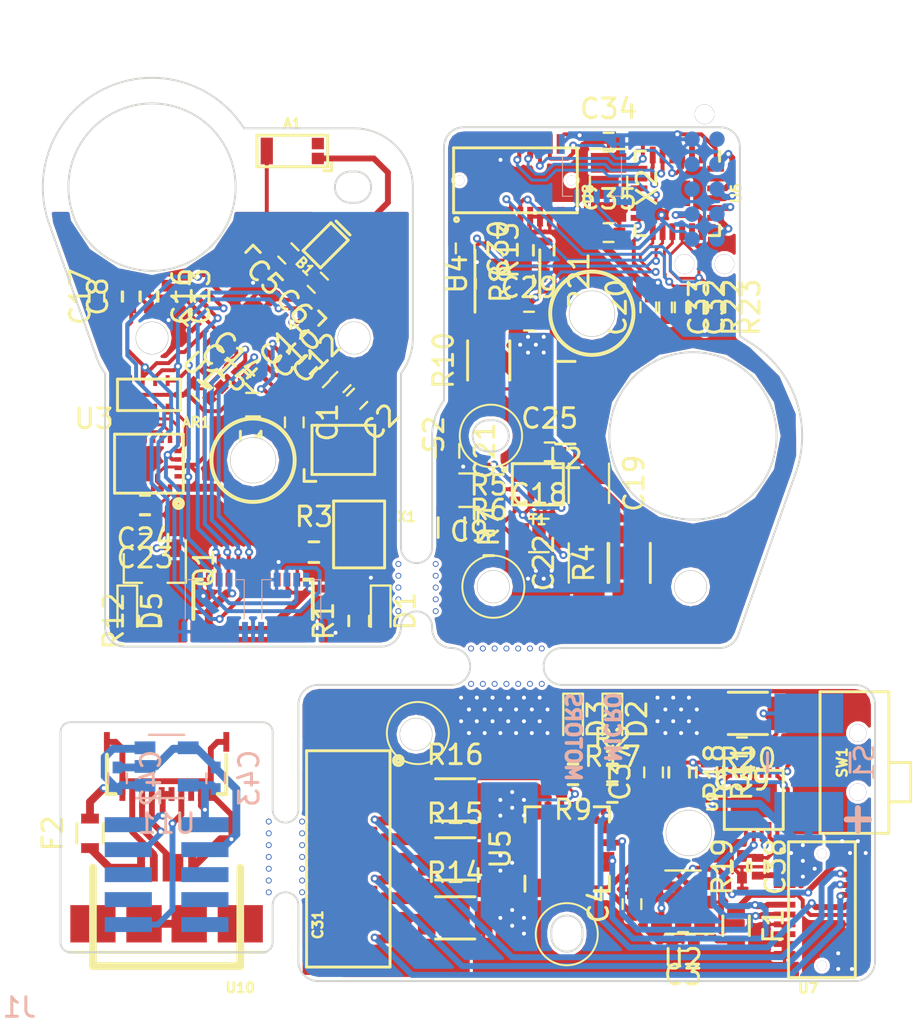
<source format=kicad_pcb>
(kicad_pcb (version 4) (host pcbnew 4.0.4-stable)
  (layers (0 F.Cu signal) (31 B.Cu signal) (34 B.Paste user) (35 F.Paste user) (36 B.SilkS user) (37 F.SilkS user) (38 B.Mask user) (39 F.Mask user) (44 Edge.Cuts user))
  (net 0 "")
  (net 1 "Net-(AR1-Pad1)")
  (net 2 "Net-(AR1-Pad2)")
  (net 3 "Net-(AR1-Pad3)")
  (net 4 "Net-(AR1-Pad4)")
  (net 5 RESET)
  (net 6 "Net-(AR1-Pad8)")
  (net 7 +3V3)
  (net 8 GND)
  (net 9 PA24/USBDM)
  (net 10 PA25/USBDP)
  (net 11 SWCLK)
  (net 12 SWDIO)
  (net 13 "Net-(R3-Pad2)")
  (net 14 XIN)
  (net 15 XOUT)
  (net 16 VDDANA)
  (net 17 AVDD)
  (net 18 "Net-(U1-Pad7)")
  (net 19 "Net-(U1-Pad8)")
  (net 20 SDA_LV)
  (net 21 SCL_LV)
  (net 22 RFP)
  (net 23 RFN)
  (net 24 "Net-(U1-Pad15)")
  (net 25 "Net-(U1-Pad16)")
  (net 26 "Net-(U1-Pad17)")
  (net 27 BLINK)
  (net 28 "Net-(U1-Pad19)")
  (net 29 "Net-(U1-Pad20)")
  (net 30 DVDD)
  (net 31 "Net-(U1-Pad25)")
  (net 32 "Net-(U1-Pad27)")
  (net 33 "Net-(U1-Pad28)")
  (net 34 VDDCORE)
  (net 35 "Net-(U3-Pad13)")
  (net 36 "Net-(U3-Pad12)")
  (net 37 "Net-(U3-Pad11)")
  (net 38 "Net-(U3-Pad10)")
  (net 39 "Net-(U3-Pad9)")
  (net 40 "Net-(C24-Pad1)")
  (net 41 "Net-(C23-Pad1)")
  (net 42 MOTSIG2)
  (net 43 ~FAULT~)
  (net 44 EN)
  (net 45 MOTSIG0)
  (net 46 MOTSIG1)
  (net 47 "Net-(B1-Pad3)")
  (net 48 "Net-(B1-Pad4)")
  (net 49 "Net-(A1-Pad1)")
  (net 50 "Net-(A1-Pad2)")
  (net 51 "Net-(R10-Pad1)")
  (net 52 "Net-(C21-Pad1)")
  (net 53 "Net-(R6-Pad1)")
  (net 54 "Net-(C18-Pad1)")
  (net 55 "Net-(R4-Pad2)")
  (net 56 "Net-(C25-Pad2)")
  (net 57 "Net-(C25-Pad1)")
  (net 58 "Net-(R13-Pad2)")
  (net 59 VMOT2)
  (net 60 "Net-(U5-Pad9)")
  (net 61 "Net-(U5-Pad10)")
  (net 62 VMOT0)
  (net 63 "Net-(U5-Pad13)")
  (net 64 VMOT1)
  (net 65 "Net-(U5-Pad16)")
  (net 66 BB_GND)
  (net 67 BBMOTSIG0)
  (net 68 BBMOTSIG1)
  (net 69 BBMOTSIG2)
  (net 70 PB_GND)
  (net 71 PB_RESET)
  (net 72 PB_USBDM)
  (net 73 PB_USBDP)
  (net 74 PB_SWCLK)
  (net 75 PB_SWDIO)
  (net 76 "Net-(U6-Pad1)")
  (net 77 "Net-(U6-Pad2)")
  (net 78 "Net-(C34-Pad2)")
  (net 79 "Net-(C35-Pad2)")
  (net 80 "Net-(U6-Pad9)")
  (net 81 "Net-(U6-Pad10)")
  (net 82 PB_SDA0)
  (net 83 PB_SCL0)
  (net 84 PB_SDA1)
  (net 85 PB_SCL1)
  (net 86 "Net-(U6-Pad17)")
  (net 87 "Net-(C9-Pad1)")
  (net 88 "Net-(C3-Pad1)")
  (net 89 PB_3V3)
  (net 90 "Net-(C22-Pad1)")
  (net 91 "Net-(C28-Pad8)")
  (net 92 PB_V_MOT_UNSENSE)
  (net 93 BB_SCL)
  (net 94 BB_SDA)
  (net 95 BB_WARN)
  (net 96 PB_WARN)
  (net 97 "Net-(R11-Pad1)")
  (net 98 BB_VBATT)
  (net 99 BB_V_MOT_UNSENSE)
  (net 100 "Net-(SW1-Pad3)")
  (net 101 BB_3v3EN)
  (net 102 "Net-(C38-Pad1)")
  (net 103 "Net-(R20-Pad1)")
  (net 104 "Net-(U9-Pad8)")
  (net 105 "Net-(U9-Pad9)")
  (net 106 "Net-(U9-Pad10)")
  (net 107 "Net-(U9-Pad14)")
  (net 108 "Net-(C39-Pad1)")
  (net 109 BB_3V3)
  (net 110 PB_VBATT)
  (net 111 PB_VRAW)
  (net 112 "Net-(C36-Pad8)")
  (net 113 "Net-(D5-Pad2)")
  (net 114 "Net-(D5-Pad1)")
  (net 115 UB_GND)
  (net 116 "Net-(C41-Pad9)")
  (net 117 "Net-(C41-Pad8)")
  (net 118 UB_SWCLK)
  (net 119 UB_3V3)
  (net 120 "Net-(C41-Pad3)")
  (net 121 UB_RESET)
  (net 122 UB_SWDIO)
  (net 123 "Net-(C42-Pad1)")
  (net 124 "Net-(F2-Pad1)")
  (net 125 "Net-(U10-Pad4)")
  (net 126 "Net-(U10-Pad6)")
  (net 127 "Net-(C36-Pad9)")
  (net 128 "Net-(C36-Pad1)")
  (net 129 "Net-(D1-Pad2)")
  (net 130 "Net-(D2-Pad2)")
  (net 131 "Net-(D3-Pad2)")
  (module _CSL:stitchingVia (layer F.Cu) (at 92.3 114.4 180)
    (fp_text reference REF** hide)
    (fp_text value stitchingVia hide)
    (pad 1 thru_hole circle (at 0 0 180) (size 0.4064 0.4064) (drill 0.2032) (layers *.Cu) (net 8 GND))
  )
  (module _CSL:stitchingVia (layer F.Cu) (at 95.2 118 180)
    (fp_text reference REF** hide)
    (fp_text value stitchingVia hide)
    (pad 1 thru_hole circle (at 0 0 180) (size 0.4064 0.4064) (drill 0.2032) (layers *.Cu) (net 8 GND))
  )
  (module _CSL:stitchingVia (layer F.Cu) (at 86.7 102.1 180)
    (fp_text reference REF** hide)
    (fp_text value stitchingVia hide)
    (pad 1 thru_hole circle (at 0 0 180) (size 0.4064 0.4064) (drill 0.2032) (layers *.Cu) (net 8 GND))
  )
  (module _CSL:stitchingVia (layer F.Cu) (at 91 100.2 180)
    (fp_text reference REF** hide)
    (fp_text value stitchingVia hide)
    (pad 1 thru_hole circle (at 0 0 180) (size 0.4064 0.4064) (drill 0.2032) (layers *.Cu) (net 8 GND))
  )
  (module _CSL:stitchingVia (layer F.Cu) (at 97 115.2 180)
    (fp_text reference REF** hide)
    (fp_text value stitchingVia hide)
    (pad 1 thru_hole circle (at 0 0 180) (size 0.4064 0.4064) (drill 0.2032) (layers *.Cu) (net 8 GND))
  )
  (module _CSL:BreakawayHole (layer F.Cu) (at 93.5 130 180)
    (fp_text reference REF** hide)
    (fp_text value BreakawayHole hide)
    (pad "" np_thru_hole circle (at 0 0 180) (size 0.3 0.3) (drill 0.2032) (layers *.Cu *.Mask))
  )
  (module _CSL:BreakawayHole (layer F.Cu) (at 93.499999 127.6 180)
    (fp_text reference REF** hide)
    (fp_text value BreakawayHole hide)
    (pad "" np_thru_hole circle (at 0 0 180) (size 0.3 0.3) (drill 0.2032) (layers *.Cu *.Mask))
  )
  (module _CSL:BreakawayHole (layer F.Cu) (at 93.5 129.4 180)
    (fp_text reference REF** hide)
    (fp_text value BreakawayHole hide)
    (pad "" np_thru_hole circle (at 0 0 180) (size 0.3 0.3) (drill 0.2032) (layers *.Cu *.Mask))
  )
  (module _CSL:BreakawayHole (layer F.Cu) (at 93.5 131.2 180)
    (fp_text reference REF** hide)
    (fp_text value BreakawayHole hide)
    (pad "" np_thru_hole circle (at 0 0 180) (size 0.3 0.3) (drill 0.2032) (layers *.Cu *.Mask))
  )
  (module _CSL:BreakawayHole (layer F.Cu) (at 93.5 130.6 180)
    (fp_text reference REF** hide)
    (fp_text value BreakawayHole hide)
    (pad "" np_thru_hole circle (at 0 0 180) (size 0.3 0.3) (drill 0.2032) (layers *.Cu *.Mask))
  )
  (module _CSL:BreakawayHole (layer F.Cu) (at 93.5 128.200001 180)
    (fp_text reference REF** hide)
    (fp_text value BreakawayHole hide)
    (pad "" np_thru_hole circle (at 0 0 180) (size 0.3 0.3) (drill 0.2032) (layers *.Cu *.Mask))
  )
  (module _CSL:BreakawayHole (layer F.Cu) (at 93.5 128.8 180)
    (fp_text reference REF** hide)
    (fp_text value BreakawayHole hide)
    (pad "" np_thru_hole circle (at 0 0 180) (size 0.3 0.3) (drill 0.2032) (layers *.Cu *.Mask))
  )
  (module _CSL:BreakawayHole (layer F.Cu) (at 91.8 130 180)
    (fp_text reference REF** hide)
    (fp_text value BreakawayHole hide)
    (pad "" np_thru_hole circle (at 0 0 180) (size 0.3 0.3) (drill 0.2032) (layers *.Cu *.Mask))
  )
  (module _CSL:BreakawayHole (layer F.Cu) (at 91.799999 127.6 180)
    (fp_text reference REF** hide)
    (fp_text value BreakawayHole hide)
    (pad "" np_thru_hole circle (at 0 0 180) (size 0.3 0.3) (drill 0.2032) (layers *.Cu *.Mask))
  )
  (module _CSL:BreakawayHole (layer F.Cu) (at 91.8 129.4 180)
    (fp_text reference REF** hide)
    (fp_text value BreakawayHole hide)
    (pad "" np_thru_hole circle (at 0 0 180) (size 0.3 0.3) (drill 0.2032) (layers *.Cu *.Mask))
  )
  (module _CSL:BreakawayHole (layer F.Cu) (at 91.8 131.2 180)
    (fp_text reference REF** hide)
    (fp_text value BreakawayHole hide)
    (pad "" np_thru_hole circle (at 0 0 180) (size 0.3 0.3) (drill 0.2032) (layers *.Cu *.Mask))
  )
  (module _CSL:BreakawayHole (layer F.Cu) (at 91.8 130.6 180)
    (fp_text reference REF** hide)
    (fp_text value BreakawayHole hide)
    (pad "" np_thru_hole circle (at 0 0 180) (size 0.3 0.3) (drill 0.2032) (layers *.Cu *.Mask))
  )
  (module _CSL:BreakawayHole (layer F.Cu) (at 91.8 128.200001 180)
    (fp_text reference REF** hide)
    (fp_text value BreakawayHole hide)
    (pad "" np_thru_hole circle (at 0 0 180) (size 0.3 0.3) (drill 0.2032) (layers *.Cu *.Mask))
  )
  (module _CSL:BreakawayHole (layer F.Cu) (at 91.8 128.8 180)
    (fp_text reference REF** hide)
    (fp_text value BreakawayHole hide)
    (pad "" np_thru_hole circle (at 0 0 180) (size 0.3 0.3) (drill 0.2032) (layers *.Cu *.Mask))
  )
  (module _CSL:BreakawayHole (layer F.Cu) (at 103.3 120.6 90)
    (fp_text reference REF** hide)
    (fp_text value BreakawayHole hide)
    (pad "" np_thru_hole circle (at 0 0 90) (size 0.3 0.3) (drill 0.2032) (layers *.Cu *.Mask))
  )
  (module _CSL:BreakawayHole (layer F.Cu) (at 105.7 120.6 90)
    (fp_text reference REF** hide)
    (fp_text value BreakawayHole hide)
    (pad "" np_thru_hole circle (at 0 0 90) (size 0.3 0.3) (drill 0.2032) (layers *.Cu *.Mask))
  )
  (module _CSL:BreakawayHole (layer F.Cu) (at 103.9 120.6 90)
    (fp_text reference REF** hide)
    (fp_text value BreakawayHole hide)
    (pad "" np_thru_hole circle (at 0 0 90) (size 0.3 0.3) (drill 0.2032) (layers *.Cu *.Mask))
  )
  (module _CSL:BreakawayHole (layer F.Cu) (at 102.1 120.6 90)
    (fp_text reference REF** hide)
    (fp_text value BreakawayHole hide)
    (pad "" np_thru_hole circle (at 0 0 90) (size 0.3 0.3) (drill 0.2032) (layers *.Cu *.Mask))
  )
  (module _CSL:BreakawayHole (layer F.Cu) (at 102.7 120.6 90)
    (fp_text reference REF** hide)
    (fp_text value BreakawayHole hide)
    (pad "" np_thru_hole circle (at 0 0 90) (size 0.3 0.3) (drill 0.2032) (layers *.Cu *.Mask))
  )
  (module _CSL:BreakawayHole (layer F.Cu) (at 105.1 120.6 90)
    (fp_text reference REF** hide)
    (fp_text value BreakawayHole hide)
    (pad "" np_thru_hole circle (at 0 0 90) (size 0.3 0.3) (drill 0.2032) (layers *.Cu *.Mask))
  )
  (module _CSL:BreakawayHole (layer F.Cu) (at 104.5 120.6 90)
    (fp_text reference REF** hide)
    (fp_text value BreakawayHole hide)
    (pad "" np_thru_hole circle (at 0 0 90) (size 0.3 0.3) (drill 0.2032) (layers *.Cu *.Mask))
  )
  (module _CSL:BreakawayHole (layer F.Cu) (at 102.1 118.8 90)
    (fp_text reference REF** hide)
    (fp_text value BreakawayHole hide)
    (pad "" np_thru_hole circle (at 0 0 90) (size 0.3 0.3) (drill 0.2032) (layers *.Cu *.Mask))
  )
  (module _CSL:BreakawayHole (layer F.Cu) (at 102.7 118.8 90)
    (fp_text reference REF** hide)
    (fp_text value BreakawayHole hide)
    (pad "" np_thru_hole circle (at 0 0 90) (size 0.3 0.3) (drill 0.2032) (layers *.Cu *.Mask))
  )
  (module _CSL:BreakawayHole (layer F.Cu) (at 105.7 118.8 90)
    (fp_text reference REF** hide)
    (fp_text value BreakawayHole hide)
    (pad "" np_thru_hole circle (at 0 0 90) (size 0.3 0.3) (drill 0.2032) (layers *.Cu *.Mask))
  )
  (module _CSL:BreakawayHole (layer F.Cu) (at 103.3 118.8 90)
    (fp_text reference REF** hide)
    (fp_text value BreakawayHole hide)
    (pad "" np_thru_hole circle (at 0 0 90) (size 0.3 0.3) (drill 0.2032) (layers *.Cu *.Mask))
  )
  (module _CSL:BreakawayHole (layer F.Cu) (at 104.5 118.8 90)
    (fp_text reference REF** hide)
    (fp_text value BreakawayHole hide)
    (pad "" np_thru_hole circle (at 0 0 90) (size 0.3 0.3) (drill 0.2032) (layers *.Cu *.Mask))
  )
  (module _CSL:BreakawayHole (layer F.Cu) (at 105.1 118.8 90)
    (fp_text reference REF** hide)
    (fp_text value BreakawayHole hide)
    (pad "" np_thru_hole circle (at 0 0 90) (size 0.3 0.3) (drill 0.2032) (layers *.Cu *.Mask))
  )
  (module _CSL:BreakawayHole (layer F.Cu) (at 103.9 118.8 90)
    (fp_text reference REF** hide)
    (fp_text value BreakawayHole hide)
    (pad "" np_thru_hole circle (at 0 0 90) (size 0.3 0.3) (drill 0.2032) (layers *.Cu *.Mask))
  )
  (module _CSL:BreakawayHole (layer F.Cu) (at 98.4 116.9)
    (fp_text reference REF** hide)
    (fp_text value BreakawayHole hide)
    (pad "" np_thru_hole circle (at 0 0) (size 0.3 0.3) (drill 0.2032) (layers *.Cu *.Mask))
  )
  (module _CSL:BreakawayHole (layer F.Cu) (at 98.4 114.5)
    (fp_text reference REF** hide)
    (fp_text value BreakawayHole hide)
    (pad "" np_thru_hole circle (at 0 0) (size 0.3 0.3) (drill 0.2032) (layers *.Cu *.Mask))
  )
  (module _CSL:BreakawayHole (layer F.Cu) (at 98.4 115.7)
    (fp_text reference REF** hide)
    (fp_text value BreakawayHole hide)
    (pad "" np_thru_hole circle (at 0 0) (size 0.3 0.3) (drill 0.2032) (layers *.Cu *.Mask))
  )
  (module _CSL:BreakawayHole (layer F.Cu) (at 98.4 116.3)
    (fp_text reference REF** hide)
    (fp_text value BreakawayHole hide)
    (pad "" np_thru_hole circle (at 0 0) (size 0.3 0.3) (drill 0.2032) (layers *.Cu *.Mask))
  )
  (module _CSL:BreakawayHole (layer F.Cu) (at 98.4 115.1)
    (fp_text reference REF** hide)
    (fp_text value BreakawayHole hide)
    (pad "" np_thru_hole circle (at 0 0) (size 0.3 0.3) (drill 0.2032) (layers *.Cu *.Mask))
  )
  (module _CSL:BreakawayHole (layer F.Cu) (at 100.3 116.9)
    (fp_text reference REF** hide)
    (fp_text value BreakawayHole hide)
    (pad "" np_thru_hole circle (at 0 0) (size 0.3 0.3) (drill 0.2032) (layers *.Cu *.Mask))
  )
  (module _CSL:BreakawayHole (layer F.Cu) (at 100.3 116.3)
    (fp_text reference REF** hide)
    (fp_text value BreakawayHole hide)
    (pad "" np_thru_hole circle (at 0 0) (size 0.3 0.3) (drill 0.2032) (layers *.Cu *.Mask))
  )
  (module _CSL:BreakawayHole (layer F.Cu) (at 100.3 115.7)
    (fp_text reference REF** hide)
    (fp_text value BreakawayHole hide)
    (pad "" np_thru_hole circle (at 0 0) (size 0.3 0.3) (drill 0.2032) (layers *.Cu *.Mask))
  )
  (module _CSL:BreakawayHole (layer F.Cu) (at 100.3 115.1)
    (fp_text reference REF** hide)
    (fp_text value BreakawayHole hide)
    (pad "" np_thru_hole circle (at 0 0) (size 0.3 0.3) (drill 0.2032) (layers *.Cu *.Mask))
  )
  (module 2-56Hole (layer F.Cu) (at 108.3 101.75)
    (fp_text reference REF** hide)
    (fp_text value BreakawayHole hide)
    (pad "" np_thru_hole circle (at -0.045413 0.021102 180) (size 2.26 2.26) (drill 2.26) (layers *.Cu *.Mask))
  )
  (module 0.0625hole (layer F.Cu) (at 113.263913 115.641448)
    (fp_text reference REF** hide)
    (fp_text value BreakawayHole hide)
    (pad "" np_thru_hole circle (at 0.009174 0.017104 180) (size 1.6 1.6) (drill 1.5875) (layers *.Cu *.Mask))
  )
  (module 0.0625hole (layer F.Cu) (at 103.2 115.65)
    (fp_text reference REF** hide)
    (fp_text value BreakawayHole hide)
    (pad "" np_thru_hole circle (at 0.036087 0.008552 180) (size 1.6 1.6) (drill 1.5875) (layers *.Cu *.Mask))
  )
  (module _Fab_Footprint:QFN-32-1EP_5x5mm_Pitch0.5mm (layer F.Cu) (at 91 102 135)
    (fp_text reference U1 (at 0 -3.75 135) (layer F.SilkS))
    (fp_text value SAMR21E)
    (pad 1 smd rect (at -2.4 -1.75 135) (size 0.7 0.25) (layers F.Cu F.Paste F.Mask) (net 14 XIN))
    (pad 2 smd rect (at -2.4 -1.25 135) (size 0.7 0.25) (layers F.Cu F.Paste F.Mask) (net 15 XOUT))
    (pad 3 smd rect (at -2.4 -0.75 135) (size 0.7 0.25) (layers F.Cu F.Paste F.Mask) (net 8 GND))
    (pad 4 smd rect (at -2.4 -0.25 135) (size 0.7 0.25) (layers F.Cu F.Paste F.Mask) (net 16 VDDANA))
    (pad 5 smd rect (at -2.4 0.25 135) (size 0.7 0.25) (layers F.Cu F.Paste F.Mask) (net 17 AVDD))
    (pad 6 smd rect (at -2.4 0.75 135) (size 0.7 0.25) (layers F.Cu F.Paste F.Mask) (net 8 GND))
    (pad 7 smd rect (at -2.4 1.25 135) (size 0.7 0.25) (layers F.Cu F.Paste F.Mask) (net 18 "Net-(U1-Pad7)"))
    (pad 8 smd rect (at -2.4 1.75 135) (size 0.7 0.25) (layers F.Cu F.Paste F.Mask) (net 19 "Net-(U1-Pad8)"))
    (pad 9 smd rect (at -1.75 2.4 225) (size 0.7 0.25) (layers F.Cu F.Paste F.Mask) (net 20 SDA_LV))
    (pad 10 smd rect (at -1.25 2.4 225) (size 0.7 0.25) (layers F.Cu F.Paste F.Mask) (net 21 SCL_LV))
    (pad 11 smd rect (at -0.75 2.4 225) (size 0.7 0.25) (layers F.Cu F.Paste F.Mask) (net 8 GND))
    (pad 12 smd rect (at -0.25 2.4 225) (size 0.7 0.25) (layers F.Cu F.Paste F.Mask) (net 22 RFP))
    (pad 13 smd rect (at 0.25 2.4 225) (size 0.7 0.25) (layers F.Cu F.Paste F.Mask) (net 23 RFN))
    (pad 14 smd rect (at 0.75 2.4 225) (size 0.7 0.25) (layers F.Cu F.Paste F.Mask) (net 8 GND))
    (pad 15 smd rect (at 1.25 2.4 225) (size 0.7 0.25) (layers F.Cu F.Paste F.Mask) (net 24 "Net-(U1-Pad15)"))
    (pad 16 smd rect (at 1.75 2.4 225) (size 0.7 0.25) (layers F.Cu F.Paste F.Mask) (net 25 "Net-(U1-Pad16)"))
    (pad 17 smd rect (at 2.4 1.75 135) (size 0.7 0.25) (layers F.Cu F.Paste F.Mask) (net 26 "Net-(U1-Pad17)"))
    (pad 18 smd rect (at 2.4 1.25 135) (size 0.7 0.25) (layers F.Cu F.Paste F.Mask) (net 27 BLINK))
    (pad 19 smd rect (at 2.4 0.75 135) (size 0.7 0.25) (layers F.Cu F.Paste F.Mask) (net 28 "Net-(U1-Pad19)"))
    (pad 20 smd rect (at 2.4 0.25 135) (size 0.7 0.25) (layers F.Cu F.Paste F.Mask) (net 29 "Net-(U1-Pad20)"))
    (pad 21 smd rect (at 2.4 -0.25 135) (size 0.7 0.25) (layers F.Cu F.Paste F.Mask) (net 30 DVDD))
    (pad 22 smd rect (at 2.4 -0.75 135) (size 0.7 0.25) (layers F.Cu F.Paste F.Mask) (net 9 PA24/USBDM))
    (pad 23 smd rect (at 2.4 -1.25 135) (size 0.7 0.25) (layers F.Cu F.Paste F.Mask) (net 10 PA25/USBDP))
    (pad 24 smd rect (at 2.4 -1.75 135) (size 0.7 0.25) (layers F.Cu F.Paste F.Mask) (net 7 +3V3))
    (pad 25 smd rect (at 1.75 -2.4 225) (size 0.7 0.25) (layers F.Cu F.Paste F.Mask) (net 31 "Net-(U1-Pad25)"))
    (pad 26 smd rect (at 1.25 -2.4 225) (size 0.7 0.25) (layers F.Cu F.Paste F.Mask) (net 5 RESET))
    (pad 27 smd rect (at 0.75 -2.4 225) (size 0.7 0.25) (layers F.Cu F.Paste F.Mask) (net 32 "Net-(U1-Pad27)"))
    (pad 28 smd rect (at 0.25 -2.4 225) (size 0.7 0.25) (layers F.Cu F.Paste F.Mask) (net 33 "Net-(U1-Pad28)"))
    (pad 29 smd rect (at -0.25 -2.4 225) (size 0.7 0.25) (layers F.Cu F.Paste F.Mask) (net 34 VDDCORE))
    (pad 30 smd rect (at -0.75 -2.4 225) (size 0.7 0.25) (layers F.Cu F.Paste F.Mask) (net 7 +3V3))
    (pad 31 smd rect (at -1.25 -2.4 225) (size 0.7 0.25) (layers F.Cu F.Paste F.Mask) (net 11 SWCLK))
    (pad 32 smd rect (at -1.75 -2.4 225) (size 0.7 0.25) (layers F.Cu F.Paste F.Mask) (net 12 SWDIO))
    (pad 33 smd rect (at 0 0 135) (size 1.725 1.725) (layers F.Cu F.Paste F.Mask) (net 8 GND))
  )
  (module 2-56Hole (layer F.Cu) (at 91 109.2)
    (fp_text reference REF** hide)
    (fp_text value BreakawayHole hide)
    (pad "" np_thru_hole circle (at 0.000442 0.025202 180) (size 2.26 2.26) (drill 2.26) (layers *.Cu *.Mask))
  )
  (module 0.0625hole (layer F.Cu) (at 85.86 103.08)
    (fp_text reference REF** hide)
    (fp_text value BreakawayHole hide)
    (pad "" np_thru_hole circle (at -0.003058 -0.071448 180) (size 1.6 1.6) (drill 1.5875) (layers *.Cu *.Mask))
  )
  (module 0.0625hole (layer F.Cu) (at 96.14 103.08)
    (fp_text reference REF** hide)
    (fp_text value BreakawayHole hide)
    (pad "" np_thru_hole circle (at 0.003942 -0.071448 180) (size 1.6 1.6) (drill 1.5875) (layers *.Cu *.Mask))
  )
  (module _CSL:stitchingVia (layer F.Cu) (at 105 115.25)
    (fp_text reference REF** hide)
    (fp_text value stitchingVia hide)
    (pad 1 thru_hole circle (at 0 0) (size 0.4064 0.4064) (drill 0.2032) (layers *.Cu) (net 90 "Net-(C22-Pad1)"))
  )
  (module _CSL:stitchingVia (layer F.Cu) (at 105.4 115.65)
    (fp_text reference REF** hide)
    (fp_text value stitchingVia hide)
    (pad 1 thru_hole circle (at 0 0) (size 0.4064 0.4064) (drill 0.2032) (layers *.Cu) (net 90 "Net-(C22-Pad1)"))
  )
  (module _CSL:stitchingVia (layer F.Cu) (at 105.4 114.85)
    (fp_text reference REF** hide)
    (fp_text value stitchingVia hide)
    (pad 1 thru_hole circle (at 0 0) (size 0.4064 0.4064) (drill 0.2032) (layers *.Cu) (net 90 "Net-(C22-Pad1)"))
  )
  (module _CSL:stitchingVia (layer F.Cu) (at 105.8 115.25)
    (fp_text reference REF** hide)
    (fp_text value stitchingVia hide)
    (pad 1 thru_hole circle (at 0 0) (size 0.4064 0.4064) (drill 0.2032) (layers *.Cu) (net 90 "Net-(C22-Pad1)"))
  )
  (module _CSL:stitchingVia (layer F.Cu) (at 106.2 115.65)
    (fp_text reference REF** hide)
    (fp_text value stitchingVia hide)
    (pad 1 thru_hole circle (at 0 0) (size 0.4064 0.4064) (drill 0.2032) (layers *.Cu) (net 90 "Net-(C22-Pad1)"))
  )
  (module _CSL:stitchingVia (layer F.Cu) (at 106.2 114.85)
    (fp_text reference REF** hide)
    (fp_text value stitchingVia hide)
    (pad 1 thru_hole circle (at 0 0) (size 0.4064 0.4064) (drill 0.2032) (layers *.Cu) (net 90 "Net-(C22-Pad1)"))
  )
  (module _CSL:stitchingVia (layer F.Cu) (at 104.6 103.35)
    (fp_text reference REF** hide)
    (fp_text value stitchingVia hide)
    (pad 1 thru_hole circle (at 0 0) (size 0.4064 0.4064) (drill 0.2032) (layers *.Cu) (net 90 "Net-(C22-Pad1)"))
  )
  (module _CSL:stitchingVia (layer F.Cu) (at 105 103.75)
    (fp_text reference REF** hide)
    (fp_text value stitchingVia hide)
    (pad 1 thru_hole circle (at 0 0) (size 0.4064 0.4064) (drill 0.2032) (layers *.Cu) (net 90 "Net-(C22-Pad1)"))
  )
  (module _CSL:stitchingVia (layer F.Cu) (at 105 102.95)
    (fp_text reference REF** hide)
    (fp_text value stitchingVia hide)
    (pad 1 thru_hole circle (at 0 0) (size 0.4064 0.4064) (drill 0.2032) (layers *.Cu) (net 90 "Net-(C22-Pad1)"))
  )
  (module _CSL:stitchingVia (layer F.Cu) (at 105.4 103.35)
    (fp_text reference REF** hide)
    (fp_text value stitchingVia hide)
    (pad 1 thru_hole circle (at 0 0) (size 0.4064 0.4064) (drill 0.2032) (layers *.Cu) (net 90 "Net-(C22-Pad1)"))
  )
  (module _CSL:stitchingVia (layer F.Cu) (at 105.8 103.75)
    (fp_text reference REF** hide)
    (fp_text value stitchingVia hide)
    (pad 1 thru_hole circle (at 0 0) (size 0.4064 0.4064) (drill 0.2032) (layers *.Cu) (net 90 "Net-(C22-Pad1)"))
  )
  (module _CSL:stitchingVia (layer F.Cu) (at 105.8 102.95)
    (fp_text reference REF** hide)
    (fp_text value stitchingVia hide)
    (pad 1 thru_hole circle (at 0 0) (size 0.4064 0.4064) (drill 0.2032) (layers *.Cu) (net 90 "Net-(C22-Pad1)"))
  )
  (module _CSL:QFN-24-1SMEP_4x4mm_Pitch0.5mm (layer F.Cu) (at 112.6 95.65 270)
    (fp_text reference U6 (at 0 -3 270) (layer F.SilkS) (effects (font (size 0.5 0.5) (thickness 0.125))))
    (fp_text value ATSAMD11D14A-M)
    (pad 1 smd rect (at -1.95 -1.25 270) (size 0.85 0.3) (layers F.Cu F.Paste F.Mask) (net 76 "Net-(U6-Pad1)"))
    (pad 2 smd rect (at -1.95 -0.75 270) (size 0.85 0.3) (layers F.Cu F.Paste F.Mask) (net 77 "Net-(U6-Pad2)"))
    (pad 3 smd rect (at -1.95 -0.25 270) (size 0.85 0.3) (layers F.Cu F.Paste F.Mask) (net 45 MOTSIG0))
    (pad 4 smd rect (at -1.95 0.25 270) (size 0.85 0.3) (layers F.Cu F.Paste F.Mask) (net 46 MOTSIG1))
    (pad 5 smd rect (at -1.95 0.75 270) (size 0.85 0.3) (layers F.Cu F.Paste F.Mask) (net 42 MOTSIG2))
    (pad 6 smd rect (at -1.95 1.25 270) (size 0.85 0.3) (layers F.Cu F.Paste F.Mask) (net 96 PB_WARN))
    (pad 7 smd rect (at -1.25 1.95) (size 0.85 0.3) (layers F.Cu F.Paste F.Mask) (net 78 "Net-(C34-Pad2)"))
    (pad 8 smd rect (at -0.75 1.95) (size 0.85 0.3) (layers F.Cu F.Paste F.Mask) (net 79 "Net-(C35-Pad2)"))
    (pad 9 smd rect (at -0.25 1.95) (size 0.85 0.3) (layers F.Cu F.Paste F.Mask) (net 80 "Net-(U6-Pad9)"))
    (pad 10 smd rect (at 0.25 1.95) (size 0.85 0.3) (layers F.Cu F.Paste F.Mask) (net 81 "Net-(U6-Pad10)"))
    (pad 11 smd rect (at 0.75 1.95) (size 0.85 0.3) (layers F.Cu F.Paste F.Mask) (net 82 PB_SDA0))
    (pad 12 smd rect (at 1.25 1.95) (size 0.85 0.3) (layers F.Cu F.Paste F.Mask) (net 83 PB_SCL0))
    (pad 13 smd rect (at 1.95 1.25 270) (size 0.85 0.3) (layers F.Cu F.Paste F.Mask) (net 44 EN))
    (pad 14 smd rect (at 1.95 0.75 270) (size 0.85 0.3) (layers F.Cu F.Paste F.Mask) (net 43 ~FAULT~))
    (pad 15 smd rect (at 1.95 0.25 270) (size 0.85 0.3) (layers F.Cu F.Paste F.Mask) (net 84 PB_SDA1))
    (pad 16 smd rect (at 1.95 -0.25 270) (size 0.85 0.3) (layers F.Cu F.Paste F.Mask) (net 85 PB_SCL1))
    (pad 17 smd rect (at 1.95 -0.75 270) (size 0.85 0.3) (layers F.Cu F.Paste F.Mask) (net 86 "Net-(U6-Pad17)"))
    (pad 18 smd rect (at 1.95 -1.25 270) (size 0.85 0.3) (layers F.Cu F.Paste F.Mask) (net 71 PB_RESET))
    (pad 19 smd rect (at 1.25 -1.95) (size 0.85 0.3) (layers F.Cu F.Paste F.Mask) (net 74 PB_SWCLK))
    (pad 20 smd rect (at 0.75 -1.95) (size 0.85 0.3) (layers F.Cu F.Paste F.Mask) (net 75 PB_SWDIO))
    (pad 21 smd rect (at 0.25 -1.95) (size 0.85 0.3) (layers F.Cu F.Paste F.Mask) (net 72 PB_USBDM))
    (pad 22 smd rect (at -0.25 -1.95) (size 0.85 0.3) (layers F.Cu F.Paste F.Mask) (net 73 PB_USBDP))
    (pad 23 smd rect (at -0.75 -1.95) (size 0.85 0.3) (layers F.Cu F.Paste F.Mask) (net 70 PB_GND))
    (pad 24 smd rect (at -1.25 -1.95) (size 0.85 0.3) (layers F.Cu F.Paste F.Mask) (net 89 PB_3V3))
    (pad 25 smd rect (at 0 0 270) (size 1.3 1.3) (layers F.Cu F.Paste F.Mask) (net 70 PB_GND))
  )
  (module _CSL:stitchingVia (layer F.Cu) (at 114 102.65)
    (fp_text reference REF** hide)
    (fp_text value stitchingVia hide)
    (pad 1 thru_hole circle (at 0 0) (size 0.4064 0.4064) (drill 0.2032) (layers *.Cu) (net 89 PB_3V3))
  )
  (module _CSL:stitchingVia (layer F.Cu) (at 101.592858 121.3 180)
    (fp_text reference REF** hide)
    (fp_text value stitchingVia hide)
    (pad 1 thru_hole circle (at 0 0 180) (size 0.4064 0.4064) (drill 0.2032) (layers *.Cu) (net 66 BB_GND))
  )
  (module _CSL:stitchingVia (layer F.Cu) (at 101.592858 122.5 180)
    (fp_text reference REF** hide)
    (fp_text value stitchingVia hide)
    (pad 1 thru_hole circle (at 0 0 180) (size 0.4064 0.4064) (drill 0.2032) (layers *.Cu) (net 66 BB_GND))
  )
  (module _CSL:stitchingVia (layer F.Cu) (at 101.992858 121.9 180)
    (fp_text reference REF** hide)
    (fp_text value stitchingVia hide)
    (pad 1 thru_hole circle (at 0 0 180) (size 0.4064 0.4064) (drill 0.2032) (layers *.Cu) (net 66 BB_GND))
  )
  (module _CSL:stitchingVia (layer F.Cu) (at 101.992858 123.1 180)
    (fp_text reference REF** hide)
    (fp_text value stitchingVia hide)
    (pad 1 thru_hole circle (at 0 0 180) (size 0.4064 0.4064) (drill 0.2032) (layers *.Cu) (net 66 BB_GND))
  )
  (module _CSL:stitchingVia (layer F.Cu) (at 102.392858 122.5 180)
    (fp_text reference REF** hide)
    (fp_text value stitchingVia hide)
    (pad 1 thru_hole circle (at 0 0 180) (size 0.4064 0.4064) (drill 0.2032) (layers *.Cu) (net 66 BB_GND))
  )
  (module _CSL:stitchingVia (layer F.Cu) (at 103.192858 122.5 180)
    (fp_text reference REF** hide)
    (fp_text value stitchingVia hide)
    (pad 1 thru_hole circle (at 0 0 180) (size 0.4064 0.4064) (drill 0.2032) (layers *.Cu) (net 66 BB_GND))
  )
  (module _CSL:stitchingVia (layer F.Cu) (at 103.592858 123.1 180)
    (fp_text reference REF** hide)
    (fp_text value stitchingVia hide)
    (pad 1 thru_hole circle (at 0 0 180) (size 0.4064 0.4064) (drill 0.2032) (layers *.Cu) (net 66 BB_GND))
  )
  (module _CSL:stitchingVia (layer F.Cu) (at 102.792858 123.1 180)
    (fp_text reference REF** hide)
    (fp_text value stitchingVia hide)
    (pad 1 thru_hole circle (at 0 0 180) (size 0.4064 0.4064) (drill 0.2032) (layers *.Cu) (net 66 BB_GND))
  )
  (module _CSL:stitchingVia (layer F.Cu) (at 102.392858 121.3 180)
    (fp_text reference REF** hide)
    (fp_text value stitchingVia hide)
    (pad 1 thru_hole circle (at 0 0 180) (size 0.4064 0.4064) (drill 0.2032) (layers *.Cu) (net 66 BB_GND))
  )
  (module _CSL:stitchingVia (layer F.Cu) (at 103.592858 121.9 180)
    (fp_text reference REF** hide)
    (fp_text value stitchingVia hide)
    (pad 1 thru_hole circle (at 0 0 180) (size 0.4064 0.4064) (drill 0.2032) (layers *.Cu) (net 66 BB_GND))
  )
  (module _CSL:stitchingVia (layer F.Cu) (at 103.192858 121.3 180)
    (fp_text reference REF** hide)
    (fp_text value stitchingVia hide)
    (pad 1 thru_hole circle (at 0 0 180) (size 0.4064 0.4064) (drill 0.2032) (layers *.Cu) (net 66 BB_GND))
  )
  (module _CSL:stitchingVia (layer F.Cu) (at 102.792858 121.9 180)
    (fp_text reference REF** hide)
    (fp_text value stitchingVia hide)
    (pad 1 thru_hole circle (at 0 0 180) (size 0.4064 0.4064) (drill 0.2032) (layers *.Cu) (net 66 BB_GND))
  )
  (module _CSL:stitchingVia (layer F.Cu) (at 103.992858 121.3 180)
    (fp_text reference REF** hide)
    (fp_text value stitchingVia hide)
    (pad 1 thru_hole circle (at 0 0 180) (size 0.4064 0.4064) (drill 0.2032) (layers *.Cu) (net 66 BB_GND))
  )
  (module _CSL:stitchingVia (layer F.Cu) (at 103.992858 122.5 180)
    (fp_text reference REF** hide)
    (fp_text value stitchingVia hide)
    (pad 1 thru_hole circle (at 0 0 180) (size 0.4064 0.4064) (drill 0.2032) (layers *.Cu) (net 66 BB_GND))
  )
  (module _CSL:stitchingVia (layer F.Cu) (at 104.392858 121.9 180)
    (fp_text reference REF** hide)
    (fp_text value stitchingVia hide)
    (pad 1 thru_hole circle (at 0 0 180) (size 0.4064 0.4064) (drill 0.2032) (layers *.Cu) (net 66 BB_GND))
  )
  (module _CSL:stitchingVia (layer F.Cu) (at 104.392858 123.1 180)
    (fp_text reference REF** hide)
    (fp_text value stitchingVia hide)
    (pad 1 thru_hole circle (at 0 0 180) (size 0.4064 0.4064) (drill 0.2032) (layers *.Cu) (net 66 BB_GND))
  )
  (module _CSL:stitchingVia (layer F.Cu) (at 104.792858 122.5 180)
    (fp_text reference REF** hide)
    (fp_text value stitchingVia hide)
    (pad 1 thru_hole circle (at 0 0 180) (size 0.4064 0.4064) (drill 0.2032) (layers *.Cu) (net 66 BB_GND))
  )
  (module _CSL:stitchingVia (layer F.Cu) (at 105.592858 122.5 180)
    (fp_text reference REF** hide)
    (fp_text value stitchingVia hide)
    (pad 1 thru_hole circle (at 0 0 180) (size 0.4064 0.4064) (drill 0.2032) (layers *.Cu) (net 66 BB_GND))
  )
  (module _CSL:stitchingVia (layer F.Cu) (at 105.992858 123.1 180)
    (fp_text reference REF** hide)
    (fp_text value stitchingVia hide)
    (pad 1 thru_hole circle (at 0 0 180) (size 0.4064 0.4064) (drill 0.2032) (layers *.Cu) (net 66 BB_GND))
  )
  (module _CSL:stitchingVia (layer F.Cu) (at 105.192858 123.1 180)
    (fp_text reference REF** hide)
    (fp_text value stitchingVia hide)
    (pad 1 thru_hole circle (at 0 0 180) (size 0.4064 0.4064) (drill 0.2032) (layers *.Cu) (net 66 BB_GND))
  )
  (module _CSL:stitchingVia (layer F.Cu) (at 104.792858 121.3 180)
    (fp_text reference REF** hide)
    (fp_text value stitchingVia hide)
    (pad 1 thru_hole circle (at 0 0 180) (size 0.4064 0.4064) (drill 0.2032) (layers *.Cu) (net 66 BB_GND))
  )
  (module _CSL:stitchingVia (layer F.Cu) (at 105.992858 121.9 180)
    (fp_text reference REF** hide)
    (fp_text value stitchingVia hide)
    (pad 1 thru_hole circle (at 0 0 180) (size 0.4064 0.4064) (drill 0.2032) (layers *.Cu) (net 66 BB_GND))
  )
  (module _CSL:stitchingVia (layer F.Cu) (at 105.592858 121.3 180)
    (fp_text reference REF** hide)
    (fp_text value stitchingVia hide)
    (pad 1 thru_hole circle (at 0 0 180) (size 0.4064 0.4064) (drill 0.2032) (layers *.Cu) (net 66 BB_GND))
  )
  (module _CSL:stitchingVia (layer F.Cu) (at 105.192858 121.9 180)
    (fp_text reference REF** hide)
    (fp_text value stitchingVia hide)
    (pad 1 thru_hole circle (at 0 0 180) (size 0.4064 0.4064) (drill 0.2032) (layers *.Cu) (net 66 BB_GND))
  )
  (module _CSL:stitchingVia (layer F.Cu) (at 111.992858 123.1 180)
    (fp_text reference REF** hide)
    (fp_text value stitchingVia hide)
    (pad 1 thru_hole circle (at 0 0 180) (size 0.4064 0.4064) (drill 0.2032) (layers *.Cu) (net 66 BB_GND))
  )
  (module _CSL:stitchingVia (layer F.Cu) (at 111.592858 122.5 180)
    (fp_text reference REF** hide)
    (fp_text value stitchingVia hide)
    (pad 1 thru_hole circle (at 0 0 180) (size 0.4064 0.4064) (drill 0.2032) (layers *.Cu) (net 66 BB_GND))
  )
  (module _CSL:stitchingVia (layer F.Cu) (at 111.992858 121.9 180)
    (fp_text reference REF** hide)
    (fp_text value stitchingVia hide)
    (pad 1 thru_hole circle (at 0 0 180) (size 0.4064 0.4064) (drill 0.2032) (layers *.Cu) (net 66 BB_GND))
  )
  (module _CSL:stitchingVia (layer F.Cu) (at 111.592858 121.3 180)
    (fp_text reference REF** hide)
    (fp_text value stitchingVia hide)
    (pad 1 thru_hole circle (at 0 0 180) (size 0.4064 0.4064) (drill 0.2032) (layers *.Cu) (net 66 BB_GND))
  )
  (module _CSL:stitchingVia (layer F.Cu) (at 112.792858 123.1 180)
    (fp_text reference REF** hide)
    (fp_text value stitchingVia hide)
    (pad 1 thru_hole circle (at 0 0 180) (size 0.4064 0.4064) (drill 0.2032) (layers *.Cu) (net 66 BB_GND))
  )
  (module _CSL:stitchingVia (layer F.Cu) (at 113.592858 123.1 180)
    (fp_text reference REF** hide)
    (fp_text value stitchingVia hide)
    (pad 1 thru_hole circle (at 0 0 180) (size 0.4064 0.4064) (drill 0.2032) (layers *.Cu) (net 66 BB_GND))
  )
  (module _CSL:stitchingVia (layer F.Cu) (at 112.392858 122.5 180)
    (fp_text reference REF** hide)
    (fp_text value stitchingVia hide)
    (pad 1 thru_hole circle (at 0 0 180) (size 0.4064 0.4064) (drill 0.2032) (layers *.Cu) (net 66 BB_GND))
  )
  (module _CSL:stitchingVia (layer F.Cu) (at 113.192858 122.5 180)
    (fp_text reference REF** hide)
    (fp_text value stitchingVia hide)
    (pad 1 thru_hole circle (at 0 0 180) (size 0.4064 0.4064) (drill 0.2032) (layers *.Cu) (net 66 BB_GND))
  )
  (module _CSL:stitchingVia (layer F.Cu) (at 112.792858 121.9 180)
    (fp_text reference REF** hide)
    (fp_text value stitchingVia hide)
    (pad 1 thru_hole circle (at 0 0 180) (size 0.4064 0.4064) (drill 0.2032) (layers *.Cu) (net 66 BB_GND))
  )
  (module _CSL:stitchingVia (layer F.Cu) (at 113.592858 121.9 180)
    (fp_text reference REF** hide)
    (fp_text value stitchingVia hide)
    (pad 1 thru_hole circle (at 0 0 180) (size 0.4064 0.4064) (drill 0.2032) (layers *.Cu) (net 66 BB_GND))
  )
  (module _CSL:stitchingVia (layer F.Cu) (at 112.392858 121.3 180)
    (fp_text reference REF** hide)
    (fp_text value stitchingVia hide)
    (pad 1 thru_hole circle (at 0 0 180) (size 0.4064 0.4064) (drill 0.2032) (layers *.Cu) (net 66 BB_GND))
  )
  (module _CSL:stitchingVia (layer F.Cu) (at 113.192858 121.3 180)
    (fp_text reference REF** hide)
    (fp_text value stitchingVia hide)
    (pad 1 thru_hole circle (at 0 0 180) (size 0.4064 0.4064) (drill 0.2032) (layers *.Cu) (net 66 BB_GND))
  )
  (module _CSL:stitchingVia (layer F.Cu) (at 104.792858 133.3 180)
    (fp_text reference REF** hide)
    (fp_text value stitchingVia hide)
    (pad 1 thru_hole circle (at 0 0 180) (size 0.4064 0.4064) (drill 0.2032) (layers *.Cu) (net 99 BB_V_MOT_UNSENSE))
  )
  (module _CSL:stitchingVia (layer F.Cu) (at 104.192858 132.9 180)
    (fp_text reference REF** hide)
    (fp_text value stitchingVia hide)
    (pad 1 thru_hole circle (at 0 0 180) (size 0.4064 0.4064) (drill 0.2032) (layers *.Cu) (net 99 BB_V_MOT_UNSENSE))
  )
  (module _CSL:stitchingVia (layer F.Cu) (at 104.792858 132.5 180)
    (fp_text reference REF** hide)
    (fp_text value stitchingVia hide)
    (pad 1 thru_hole circle (at 0 0 180) (size 0.4064 0.4064) (drill 0.2032) (layers *.Cu) (net 99 BB_V_MOT_UNSENSE))
  )
  (module _CSL:stitchingVia (layer F.Cu) (at 104.192858 132.1 180)
    (fp_text reference REF** hide)
    (fp_text value stitchingVia hide)
    (pad 1 thru_hole circle (at 0 0 180) (size 0.4064 0.4064) (drill 0.2032) (layers *.Cu) (net 99 BB_V_MOT_UNSENSE))
  )
  (module _CSL:stitchingVia (layer F.Cu) (at 104.192858 129.7 180)
    (fp_text reference REF** hide)
    (fp_text value stitchingVia hide)
    (pad 1 thru_hole circle (at 0 0 180) (size 0.4064 0.4064) (drill 0.2032) (layers *.Cu) (net 99 BB_V_MOT_UNSENSE))
  )
  (module _CSL:stitchingVia (layer F.Cu) (at 103.592858 130.1 180)
    (fp_text reference REF** hide)
    (fp_text value stitchingVia hide)
    (pad 1 thru_hole circle (at 0 0 180) (size 0.4064 0.4064) (drill 0.2032) (layers *.Cu) (net 99 BB_V_MOT_UNSENSE))
  )
  (module _CSL:stitchingVia (layer F.Cu) (at 104.792858 127.3 180)
    (fp_text reference REF** hide)
    (fp_text value stitchingVia hide)
    (pad 1 thru_hole circle (at 0 0 180) (size 0.4064 0.4064) (drill 0.2032) (layers *.Cu) (net 99 BB_V_MOT_UNSENSE))
  )
  (module _CSL:stitchingVia (layer F.Cu) (at 104.792858 126.5 180)
    (fp_text reference REF** hide)
    (fp_text value stitchingVia hide)
    (pad 1 thru_hole circle (at 0 0 180) (size 0.4064 0.4064) (drill 0.2032) (layers *.Cu) (net 99 BB_V_MOT_UNSENSE))
  )
  (module _CSL:stitchingVia (layer F.Cu) (at 104.192858 126.1 180)
    (fp_text reference REF** hide)
    (fp_text value stitchingVia hide)
    (pad 1 thru_hole circle (at 0 0 180) (size 0.4064 0.4064) (drill 0.2032) (layers *.Cu) (net 99 BB_V_MOT_UNSENSE))
  )
  (module _CSL:stitchingVia (layer F.Cu) (at 103.592858 127.3 180)
    (fp_text reference REF** hide)
    (fp_text value stitchingVia hide)
    (pad 1 thru_hole circle (at 0 0 180) (size 0.4064 0.4064) (drill 0.2032) (layers *.Cu) (net 99 BB_V_MOT_UNSENSE))
  )
  (module _CSL:stitchingVia (layer F.Cu) (at 104.192858 126.9 180)
    (fp_text reference REF** hide)
    (fp_text value stitchingVia hide)
    (pad 1 thru_hole circle (at 0 0 180) (size 0.4064 0.4064) (drill 0.2032) (layers *.Cu) (net 99 BB_V_MOT_UNSENSE))
  )
  (module _CSL:stitchingVia (layer F.Cu) (at 118.392858 129.2 180)
    (fp_text reference REF** hide)
    (fp_text value stitchingVia hide)
    (pad 1 thru_hole circle (at 0 0 180) (size 0.4064 0.4064) (drill 0.2032) (layers *.Cu) (net 98 BB_VBATT))
  )
  (module _CSL:stitchingVia (layer F.Cu) (at 118.992858 128.8 180)
    (fp_text reference REF** hide)
    (fp_text value stitchingVia hide)
    (pad 1 thru_hole circle (at 0 0 180) (size 0.4064 0.4064) (drill 0.2032) (layers *.Cu) (net 98 BB_VBATT))
  )
  (module _CSL:stitchingVia (layer F.Cu) (at 119.592858 130 180)
    (fp_text reference REF** hide)
    (fp_text value stitchingVia hide)
    (pad 1 thru_hole circle (at 0 0 180) (size 0.4064 0.4064) (drill 0.2032) (layers *.Cu) (net 98 BB_VBATT))
  )
  (module _CSL:stitchingVia (layer F.Cu) (at 118.992858 129.6 180)
    (fp_text reference REF** hide)
    (fp_text value stitchingVia hide)
    (pad 1 thru_hole circle (at 0 0 180) (size 0.4064 0.4064) (drill 0.2032) (layers *.Cu) (net 98 BB_VBATT))
  )
  (module _CSL:stitchingVia (layer F.Cu) (at 118.992858 130.4 180)
    (fp_text reference REF** hide)
    (fp_text value stitchingVia hide)
    (pad 1 thru_hole circle (at 0 0 180) (size 0.4064 0.4064) (drill 0.2032) (layers *.Cu) (net 98 BB_VBATT))
  )
  (module _CSL:stitchingVia (layer F.Cu) (at 120.792858 134.3 180)
    (fp_text reference REF** hide)
    (fp_text value stitchingVia hide)
    (pad 1 thru_hole circle (at 0 0 180) (size 0.4064 0.4064) (drill 0.2032) (layers *.Cu) (net 66 BB_GND))
  )
  (module _CSL:stitchingVia (layer F.Cu) (at 120.792858 135.1 180)
    (fp_text reference REF** hide)
    (fp_text value stitchingVia hide)
    (pad 1 thru_hole circle (at 0 0 180) (size 0.4064 0.4064) (drill 0.2032) (layers *.Cu) (net 66 BB_GND))
  )
  (module _CSL:stitchingVia (layer F.Cu) (at 121.492858 135.1 180)
    (fp_text reference REF** hide)
    (fp_text value stitchingVia hide)
    (pad 1 thru_hole circle (at 0 0 180) (size 0.4064 0.4064) (drill 0.2032) (layers *.Cu) (net 66 BB_GND))
  )
  (module _CSL:stitchingVia (layer F.Cu) (at 120.992858 128.6 180)
    (fp_text reference REF** hide)
    (fp_text value stitchingVia hide)
    (pad 1 thru_hole circle (at 0 0 180) (size 0.4064 0.4064) (drill 0.2032) (layers *.Cu) (net 66 BB_GND))
  )
  (module _CSL:stitchingVia (layer F.Cu) (at 121.792858 128.6 180)
    (fp_text reference REF** hide)
    (fp_text value stitchingVia hide)
    (pad 1 thru_hole circle (at 0 0 180) (size 0.4064 0.4064) (drill 0.2032) (layers *.Cu) (net 66 BB_GND))
  )
  (module _CSL:stitchingVia (layer F.Cu) (at 121.392858 129.2 180)
    (fp_text reference REF** hide)
    (fp_text value stitchingVia hide)
    (pad 1 thru_hole circle (at 0 0 180) (size 0.4064 0.4064) (drill 0.2032) (layers *.Cu) (net 66 BB_GND))
  )
  (module TO_SOT_Packages_SMD:SOT-23-5 (layer F.Cu) (at 112.892858 131.7 180)
    (fp_text reference U2 (at 0 -2.9 180) (layer F.SilkS))
    (fp_text value AP2112K)
    (pad 1 smd rect (at -1.1 -0.95 180) (size 1.06 0.65) (layers F.Cu F.Paste F.Mask) (net 88 "Net-(C3-Pad1)"))
    (pad 2 smd rect (at -1.1 0 180) (size 1.06 0.65) (layers F.Cu F.Paste F.Mask) (net 66 BB_GND))
    (pad 3 smd rect (at -1.1 0.95 180) (size 1.06 0.65) (layers F.Cu F.Paste F.Mask) (net 101 BB_3v3EN))
    (pad 4 smd rect (at 1.1 0.95 180) (size 1.06 0.65) (layers F.Cu F.Paste F.Mask) (net 66 BB_GND))
    (pad 5 smd rect (at 1.1 -0.95 180) (size 1.06 0.65) (layers F.Cu F.Paste F.Mask) (net 109 BB_3V3))
  )
  (module 0.0625hole (layer F.Cu) (at 99.302858 123.17 180)
    (fp_text reference REF** hide)
    (fp_text value BreakawayHole hide)
    (pad "" np_thru_hole circle (at 0.003358 0.006115) (size 1.6 1.6) (drill 1.5875) (layers *.Cu *.Mask))
  )
  (module _CSL:Mezz-20-Plug (layer F.Cu) (at 119.962858 132.08 270)
    (fp_text reference U7 (at 4 0.7 360) (layer F.SilkS) (effects (font (size 0.5 0.5) (thickness 0.125))))
    (fp_text value Mezz-20)
    (pad 1 smd rect (at -2.3 1.9 270) (size 0.4 1.1) (layers F.Cu F.Paste F.Mask) (net 98 BB_VBATT))
    (pad 2 smd rect (at -1.75 1.9 270) (size 0.3 1.1) (layers F.Cu F.Paste F.Mask) (net 98 BB_VBATT))
    (pad 3 smd rect (at -1.25 1.9 270) (size 0.3 1.1) (layers F.Cu F.Paste F.Mask) (net 98 BB_VBATT))
    (pad 4 smd rect (at -0.75 1.9 270) (size 0.3 1.1) (layers F.Cu F.Paste F.Mask) (net 98 BB_VBATT))
    (pad 5 smd rect (at -0.25 1.9 270) (size 0.3 1.1) (layers F.Cu F.Paste F.Mask) (net 93 BB_SCL))
    (pad 6 smd rect (at 0.25 1.9 270) (size 0.3 1.1) (layers F.Cu F.Paste F.Mask) (net 94 BB_SDA))
    (pad 7 smd rect (at 0.75 1.9 270) (size 0.3 1.1) (layers F.Cu F.Paste F.Mask) (net 99 BB_V_MOT_UNSENSE))
    (pad 8 smd rect (at 1.25 1.9 270) (size 0.3 1.1) (layers F.Cu F.Paste F.Mask) (net 99 BB_V_MOT_UNSENSE))
    (pad 9 smd rect (at 1.75 1.9 270) (size 0.3 1.1) (layers F.Cu F.Paste F.Mask) (net 99 BB_V_MOT_UNSENSE))
    (pad 10 smd rect (at 2.3 1.9 270) (size 0.4 1.1) (layers F.Cu F.Paste F.Mask) (net 99 BB_V_MOT_UNSENSE))
    (pad 13 smd rect (at 1.25 -1.9 270) (size 0.3 1.1) (layers F.Cu F.Paste F.Mask) (net 66 BB_GND))
    (pad 12 smd rect (at 1.75 -1.9 270) (size 0.3 1.1) (layers F.Cu F.Paste F.Mask) (net 66 BB_GND))
    (pad 15 smd rect (at 0.25 -1.9 270) (size 0.3 1.1) (layers F.Cu F.Paste F.Mask) (net 98 BB_VBATT))
    (pad 14 smd rect (at 0.75 -1.9 270) (size 0.3 1.1) (layers F.Cu F.Paste F.Mask) (net 66 BB_GND))
    (pad 11 smd rect (at 2.3 -1.9 270) (size 0.4 1.1) (layers F.Cu F.Paste F.Mask) (net 66 BB_GND))
    (pad 18 smd rect (at -1.25 -1.9 270) (size 0.3 1.1) (layers F.Cu F.Paste F.Mask) (net 68 BBMOTSIG1))
    (pad 16 smd rect (at -0.25 -1.9 270) (size 0.3 1.1) (layers F.Cu F.Paste F.Mask) (net 95 BB_WARN))
    (pad 17 smd rect (at -0.75 -1.9 270) (size 0.3 1.1) (layers F.Cu F.Paste F.Mask) (net 69 BBMOTSIG2))
    (pad 19 smd rect (at -1.75 -1.9 270) (size 0.3 1.1) (layers F.Cu F.Paste F.Mask) (net 67 BBMOTSIG0))
    (pad 20 smd rect (at -2.3 -1.9 270) (size 0.4 1.1) (layers F.Cu F.Paste F.Mask) (net 109 BB_3V3))
    (pad "" thru_hole circle (at 2.85 0 270) (size 0.5 0.5) (drill 0.5) (layers *.Cu *.Mask))
    (pad "" thru_hole circle (at -2.85 0 270) (size 0.5 0.5) (drill 0.5) (layers *.Cu *.Mask))
  )
  (module 2-56Hole (layer F.Cu) (at 113.18695 128.182385 180)
    (fp_text reference REF** hide)
    (fp_text value BreakawayHole hide)
    (pad "" np_thru_hole circle (at 0 0) (size 2.26 2.26) (drill 2.26) (layers *.Cu *.Mask))
  )
  (module Inductors:Inductor_Wurth_MAPI-4020 (layer B.Cu) (at 119.292858 124.6 90)
    (fp_text reference S1 (at 0 2.85 90) (layer B.SilkS) (effects (justify mirror)))
    (fp_text value Battery)
    (pad 1 smd rect (at -2.5 0 90) (size 2 3.5) (layers B.Cu B.Paste B.Mask) (net 98 BB_VBATT))
    (pad 2 smd rect (at 2.5 0 90) (size 2 3.5) (layers B.Cu B.Paste B.Mask) (net 103 "Net-(R20-Pad1)"))
  )
  (module Crystals:Crystal_SMD_EuroQuartz_EQ161-2pin_3.2x1.5mm (layer F.Cu) (at 109.1 95.35 270)
    (fp_text reference X2 (at 0 -1.95 270) (layer F.SilkS))
    (fp_text value "FC-135R 32.7680KA-A3")
    (pad 1 smd rect (at -1.25 0 270) (size 1 1.8) (layers F.Cu F.Mask) (net 78 "Net-(C34-Pad2)"))
    (pad 4 smd rect (at 1.25 0 270) (size 1 1.8) (layers F.Cu F.Mask) (net 79 "Net-(C35-Pad2)"))
  )
  (module _CSL:RESARR8BUS-1206 (layer F.Cu) (at 85.7 105.9)
    (fp_text reference AR1 (at 2.4 1.4) (layer F.SilkS) (effects (font (size 0.5 0.5) (thickness 0.125))))
    (fp_text value EXB-D10C103J)
    (pad 1 smd rect (at -0.9525 0.725 180) (size 0.2 0.55) (layers F.Cu F.Paste F.Mask) (net 1 "Net-(AR1-Pad1)"))
    (pad 2 smd rect (at -0.3175 0.725) (size 0.2 0.55) (layers F.Cu F.Paste F.Mask) (net 2 "Net-(AR1-Pad2)"))
    (pad 3 smd rect (at 0.3175 0.725 180) (size 0.2 0.55) (layers F.Cu F.Paste F.Mask) (net 3 "Net-(AR1-Pad3)"))
    (pad 4 smd rect (at 0.9525 0.725 180) (size 0.2 0.55) (layers F.Cu F.Paste F.Mask) (net 4 "Net-(AR1-Pad4)"))
    (pad 5 smd rect (at 0.9525 -0.725 180) (size 0.2 0.55) (layers F.Cu F.Paste F.Mask) (net 21 SCL_LV))
    (pad 6 smd rect (at 0.3175 -0.725 180) (size 0.2 0.55) (layers F.Cu F.Paste F.Mask) (net 20 SDA_LV))
    (pad 7 smd rect (at -0.3175 -0.725 180) (size 0.2 0.55) (layers F.Cu F.Paste F.Mask) (net 5 RESET))
    (pad 8 smd rect (at -0.9525 -0.725 180) (size 0.2 0.55) (layers F.Cu F.Paste F.Mask) (net 6 "Net-(AR1-Pad8)"))
    (pad 9 smd rect (at -1.55 0) (size 0.5 0.3) (layers F.Cu F.Paste F.Mask) (net 7 +3V3))
    (pad 10 smd rect (at 1.55 0 180) (size 0.5 0.3) (layers F.Cu F.Paste F.Mask) (net 7 +3V3))
  )
  (module _Fab_Footprint:WM1386x04-REC (layer B.Cu) (at 89.05 116.7 180)
    (fp_text reference C26)
    (fp_text value WM1386x04)
    (pad 2 smd rect (at -0.25 1.4 180) (size 0.3 0.7) (layers B.Cu B.Mask) (net 21 SCL_LV))
    (pad 1 smd rect (at -0.75 1.4 180) (size 0.3 0.7) (layers B.Cu B.Mask) (net 7 +3V3))
    (pad 3 smd rect (at 0.25 1.4 180) (size 0.3 0.7) (layers B.Cu B.Mask) (net 20 SDA_LV))
    (pad 4 smd rect (at 0.75 1.4 180) (size 0.3 0.7) (layers B.Cu B.Mask) (net 8 GND))
    (pad 5 smd rect (at 1.54 -1.25 180) (size 0.3 1) (layers B.Cu B.Mask) (net 8 GND))
    (pad 5 smd rect (at -1.54 -1.25 180) (size 0.3 1) (layers B.Cu B.Mask) (net 8 GND))
  )
  (module _Fab_Footprint:WM1386x04-REC (layer B.Cu) (at 92.95 116.7 180)
    (fp_text reference C27)
    (fp_text value WM1386x04)
    (pad 2 smd rect (at -0.25 1.4 180) (size 0.3 0.7) (layers B.Cu B.Mask) (net 21 SCL_LV))
    (pad 1 smd rect (at -0.75 1.4 180) (size 0.3 0.7) (layers B.Cu B.Mask) (net 7 +3V3))
    (pad 3 smd rect (at 0.25 1.4 180) (size 0.3 0.7) (layers B.Cu B.Mask) (net 20 SDA_LV))
    (pad 4 smd rect (at 0.75 1.4 180) (size 0.3 0.7) (layers B.Cu B.Mask) (net 8 GND))
    (pad 5 smd rect (at 1.54 -1.25 180) (size 0.3 1) (layers B.Cu B.Mask) (net 8 GND))
    (pad 5 smd rect (at -1.54 -1.25 180) (size 0.3 1) (layers B.Cu B.Mask) (net 8 GND))
  )
  (module _CSL:WM1387x10-REC (layer F.Cu) (at 91 116.7)
    (fp_text reference C28)
    (fp_text value WM1386x10)
    (pad 10 smd rect (at 2.25 -1.4) (size 0.3 0.7) (layers F.Cu F.Mask) (net 8 GND))
    (pad 9 smd rect (at 1.75 -1.4) (size 0.3 0.7) (layers F.Cu F.Mask) (net 7 +3V3))
    (pad 8 smd rect (at 1.25 -1.4) (size 0.3 0.7) (layers F.Cu F.Mask) (net 91 "Net-(C28-Pad8)"))
    (pad 7 smd rect (at 0.75 -1.4) (size 0.3 0.7) (layers F.Cu F.Mask) (net 5 RESET))
    (pad 2 smd rect (at -1.75 -1.4) (size 0.3 0.7) (layers F.Cu F.Mask) (net 9 PA24/USBDM))
    (pad 1 smd rect (at -2.25 -1.4) (size 0.3 0.7) (layers F.Cu F.Mask) (net 8 GND))
    (pad 3 smd rect (at -1.25 -1.4) (size 0.3 0.7) (layers F.Cu F.Mask) (net 10 PA25/USBDP))
    (pad 4 smd rect (at -0.75 -1.4) (size 0.3 0.7) (layers F.Cu F.Mask) (net 11 SWCLK))
    (pad 11 smd rect (at 3.04 1.25) (size 0.3 1) (layers F.Cu F.Mask) (net 8 GND))
    (pad 11 smd rect (at -3.04 1.25) (size 0.3 1) (layers F.Cu F.Mask) (net 8 GND))
    (pad 5 smd rect (at -0.25 -1.4) (size 0.3 0.7) (layers F.Cu F.Mask) (net 12 SWDIO))
    (pad 6 smd rect (at 0.25 -1.4) (size 0.3 0.7) (layers F.Cu F.Mask) (net 12 SWDIO))
  )
  (module Resistors_SMD:R_0603 (layer F.Cu) (at 115.592858 132.9 270)
    (fp_text reference F1 (at 0 -1.9 270) (layer F.SilkS))
    (fp_text value PTC0603)
    (pad 1 smd rect (at -0.75 0 270) (size 0.5 0.9) (layers F.Cu F.Paste F.Mask) (net 98 BB_VBATT))
    (pad 2 smd rect (at 0.75 0 270) (size 0.5 0.9) (layers F.Cu F.Paste F.Mask) (net 88 "Net-(C3-Pad1)"))
  )
  (module _Fab_Footprint:SPST-NO-TL3700 (layer F.Cu) (at 96.4 113 90)
    (fp_text reference S2 (at 5.08 3.81 90) (layer F.SilkS))
    (fp_text value SW_PUSH)
    (pad 1 smd rect (at -1.425 0.9 90) (size 0.75 0.8) (layers F.Cu F.Paste F.Mask) (net 8 GND))
    (pad 2 smd rect (at 1.425 0.9 90) (size 0.75 0.8) (layers F.Cu F.Paste F.Mask) (net 8 GND))
    (pad 3 smd rect (at -1.425 -0.9 90) (size 0.75 0.8) (layers F.Cu F.Paste F.Mask) (net 13 "Net-(R3-Pad2)"))
    (pad 4 smd rect (at 1.425 -0.9 90) (size 0.75 0.8) (layers F.Cu F.Paste F.Mask) (net 13 "Net-(R3-Pad2)"))
  )
  (module _Fab_Footprint:LSM9DS1 (layer F.Cu) (at 85.7 109.4 180)
    (fp_text reference U3 (at 2.794 2.286 180) (layer F.SilkS))
    (fp_text value LSM9DS1)
    (pad 17 smd rect (at 1.475 -0.645 180) (size 0.35 0.23) (layers F.Cu F.Mask) (net 8 GND))
    (pad 16 smd rect (at 1.475 -0.215 180) (size 0.35 0.23) (layers F.Cu F.Mask) (net 8 GND))
    (pad 15 smd rect (at 1.475 0.215 180) (size 0.35 0.23) (layers F.Cu F.Mask) (net 8 GND))
    (pad 14 smd rect (at 1.475 0.645 180) (size 0.35 0.23) (layers F.Cu F.Mask) (net 8 GND))
    (pad 5 smd rect (at -1.475 0.645 180) (size 0.35 0.23) (layers F.Cu F.Mask) (net 4 "Net-(AR1-Pad4)"))
    (pad 4 smd rect (at -1.475 0.215 180) (size 0.35 0.23) (layers F.Cu F.Mask) (net 20 SDA_LV))
    (pad 3 smd rect (at -1.475 -0.215 180) (size 0.35 0.23) (layers F.Cu F.Mask) (net 7 +3V3))
    (pad 13 smd rect (at 1.505 1.225 180) (size 0.23 0.35) (layers F.Cu F.Mask) (net 35 "Net-(U3-Pad13)"))
    (pad 12 smd rect (at 1.075 1.225 180) (size 0.23 0.35) (layers F.Cu F.Mask) (net 36 "Net-(U3-Pad12)"))
    (pad 11 smd rect (at 0.645 1.225 180) (size 0.23 0.35) (layers F.Cu F.Mask) (net 37 "Net-(U3-Pad11)"))
    (pad 10 smd rect (at 0.215 1.225 180) (size 0.23 0.35) (layers F.Cu F.Mask) (net 38 "Net-(U3-Pad10)"))
    (pad 9 smd rect (at -0.215 1.225 180) (size 0.23 0.35) (layers F.Cu F.Mask) (net 39 "Net-(U3-Pad9)"))
    (pad 8 smd rect (at -0.645 1.225 180) (size 0.23 0.35) (layers F.Cu F.Mask) (net 1 "Net-(AR1-Pad1)"))
    (pad 7 smd rect (at -1.075 1.225 180) (size 0.23 0.35) (layers F.Cu F.Mask) (net 2 "Net-(AR1-Pad2)"))
    (pad 6 smd rect (at -1.505 1.225 180) (size 0.23 0.35) (layers F.Cu F.Mask) (net 3 "Net-(AR1-Pad3)"))
    (pad 1 smd rect (at -1.505 -1.225 180) (size 0.23 0.35) (layers F.Cu F.Mask) (net 7 +3V3))
    (pad 24 smd rect (at -1.075 -1.225 180) (size 0.23 0.35) (layers F.Cu F.Mask) (net 40 "Net-(C24-Pad1)"))
    (pad 23 smd rect (at -0.645 -1.225 180) (size 0.23 0.35) (layers F.Cu F.Mask) (net 7 +3V3))
    (pad 22 smd rect (at -0.215 -1.225 180) (size 0.23 0.35) (layers F.Cu F.Mask) (net 7 +3V3))
    (pad 21 smd rect (at 0.215 -1.225 180) (size 0.23 0.35) (layers F.Cu F.Mask) (net 41 "Net-(C23-Pad1)"))
    (pad 20 smd rect (at 0.645 -1.225 180) (size 0.23 0.35) (layers F.Cu F.Mask) (net 8 GND))
    (pad 19 smd rect (at 1.075 -1.225 180) (size 0.23 0.35) (layers F.Cu F.Mask) (net 8 GND))
    (pad 18 smd rect (at 1.505 -1.225 180) (size 0.23 0.35) (layers F.Cu F.Mask) (net 8 GND))
    (pad 2 smd rect (at -1.475 -0.645 180) (size 0.35 0.23) (layers F.Cu F.Mask) (net 21 SCL_LV))
  )
  (module Capacitors_SMD:C_0402 (layer F.Cu) (at 93.1 107.3 270)
    (fp_text reference C1 (at 0 -1.7 270) (layer F.SilkS))
    (fp_text value 9pF)
    (pad 1 smd rect (at -0.55 0 270) (size 0.6 0.5) (layers F.Cu F.Paste F.Mask) (net 14 XIN))
    (pad 2 smd rect (at 0.55 0 270) (size 0.6 0.5) (layers F.Cu F.Paste F.Mask) (net 8 GND))
  )
  (module Capacitors_SMD:C_0402 (layer F.Cu) (at 96.3 106.1 225)
    (fp_text reference C2 (at 0 -1.7 225) (layer F.SilkS))
    (fp_text value 9pF)
    (pad 1 smd rect (at -0.55 0 225) (size 0.6 0.5) (layers F.Cu F.Paste F.Mask) (net 8 GND))
    (pad 2 smd rect (at 0.55 0 225) (size 0.6 0.5) (layers F.Cu F.Paste F.Mask) (net 15 XOUT))
  )
  (module Capacitors_SMD:C_0402 (layer F.Cu) (at 112.892858 133.7 180)
    (fp_text reference C3 (at 0 -1.7 180) (layer F.SilkS))
    (fp_text value 1uF)
    (pad 1 smd rect (at -0.55 0 180) (size 0.6 0.5) (layers F.Cu F.Paste F.Mask) (net 88 "Net-(C3-Pad1)"))
    (pad 2 smd rect (at 0.55 0 180) (size 0.6 0.5) (layers F.Cu F.Paste F.Mask) (net 66 BB_GND))
  )
  (module Capacitors_SMD:C_0402 (layer F.Cu) (at 110.292858 131.8 90)
    (fp_text reference C4 (at 0 -1.7 90) (layer F.SilkS))
    (fp_text value 2.2uF)
    (pad 1 smd rect (at -0.55 0 90) (size 0.6 0.5) (layers F.Cu F.Paste F.Mask) (net 109 BB_3V3))
    (pad 2 smd rect (at 0.55 0 90) (size 0.6 0.5) (layers F.Cu F.Paste F.Mask) (net 66 BB_GND))
  )
  (module Capacitors_SMD:C_0402 (layer F.Cu) (at 92.8 98.711091 135)
    (fp_text reference C5 (at 0 -1.7 135) (layer F.SilkS))
    (fp_text value "22pF C0G 5%")
    (pad 1 smd rect (at -0.55 0 135) (size 0.6 0.5) (layers F.Cu F.Paste F.Mask) (net 23 RFN))
    (pad 2 smd rect (at 0.55 0 135) (size 0.6 0.5) (layers F.Cu F.Paste F.Mask) (net 47 "Net-(B1-Pad3)"))
  )
  (module Capacitors_SMD:C_0402 (layer F.Cu) (at 94.3 100.2 135)
    (fp_text reference C6 (at 0 -1.7 135) (layer F.SilkS))
    (fp_text value "22pF C0G 5%")
    (pad 1 smd rect (at -0.55 0 135) (size 0.6 0.5) (layers F.Cu F.Paste F.Mask) (net 48 "Net-(B1-Pad4)"))
    (pad 2 smd rect (at 0.55 0 135) (size 0.6 0.5) (layers F.Cu F.Paste F.Mask) (net 22 RFP))
  )
  (module Capacitors_SMD:C_0402 (layer F.Cu) (at 84.8 100.9 90)
    (fp_text reference C8 (at 0 -1.7 90) (layer F.SilkS))
    (fp_text value 0.1uF)
    (pad 1 smd rect (at -0.55 0 90) (size 0.6 0.5) (layers F.Cu F.Paste F.Mask) (net 5 RESET))
    (pad 2 smd rect (at 0.55 0 90) (size 0.6 0.5) (layers F.Cu F.Paste F.Mask) (net 8 GND))
  )
  (module Capacitors_SMD:C_0402 (layer F.Cu) (at 94.4 105 45)
    (fp_text reference C10 (at 0 -1.7 45) (layer F.SilkS))
    (fp_text value 10uF)
    (pad 1 smd rect (at -0.55 0 45) (size 0.6 0.5) (layers F.Cu F.Paste F.Mask) (net 16 VDDANA))
    (pad 2 smd rect (at 0.55 0 45) (size 0.6 0.5) (layers F.Cu F.Paste F.Mask) (net 8 GND))
  )
  (module Capacitors_SMD:C_0402 (layer F.Cu) (at 93.8 104.4 45)
    (fp_text reference C11 (at 0 -1.7 45) (layer F.SilkS))
    (fp_text value 0.1uF)
    (pad 1 smd rect (at -0.55 0 45) (size 0.6 0.5) (layers F.Cu F.Paste F.Mask) (net 16 VDDANA))
    (pad 2 smd rect (at 0.55 0 45) (size 0.6 0.5) (layers F.Cu F.Paste F.Mask) (net 8 GND))
  )
  (module Capacitors_SMD:C_0402 (layer F.Cu) (at 95.45 105.25 45)
    (fp_text reference C12 (at 0 -1.7 45) (layer F.SilkS))
    (fp_text value 0.1uF)
    (pad 1 smd rect (at -0.55 0 45) (size 0.6 0.5) (layers F.Cu F.Paste F.Mask) (net 17 AVDD))
    (pad 2 smd rect (at 0.55 0 45) (size 0.6 0.5) (layers F.Cu F.Paste F.Mask) (net 8 GND))
  )
  (module Capacitors_SMD:C_0402 (layer F.Cu) (at 86.6 100.9 270)
    (fp_text reference C13 (at 0 -1.7 270) (layer F.SilkS))
    (fp_text value 0.1uF)
    (pad 1 smd rect (at -0.55 0 270) (size 0.6 0.5) (layers F.Cu F.Paste F.Mask) (net 30 DVDD))
    (pad 2 smd rect (at 0.55 0 270) (size 0.6 0.5) (layers F.Cu F.Paste F.Mask) (net 8 GND))
  )
  (module Capacitors_SMD:C_0402 (layer F.Cu) (at 89 105.1 315)
    (fp_text reference C14 (at 0 -1.7 315) (layer F.SilkS))
    (fp_text value 0.1uF)
    (pad 1 smd rect (at -0.55 0 315) (size 0.6 0.5) (layers F.Cu F.Paste F.Mask) (net 34 VDDCORE))
    (pad 2 smd rect (at 0.55 0 315) (size 0.6 0.5) (layers F.Cu F.Paste F.Mask) (net 8 GND))
  )
  (module Capacitors_SMD:C_0402 (layer F.Cu) (at 88.4 105.7 315)
    (fp_text reference C15 (at 0 -1.7 315) (layer F.SilkS))
    (fp_text value 0.1uF)
    (pad 1 smd rect (at -0.55 0 315) (size 0.6 0.5) (layers F.Cu F.Paste F.Mask) (net 7 +3V3))
    (pad 2 smd rect (at 0.55 0 315) (size 0.6 0.5) (layers F.Cu F.Paste F.Mask) (net 8 GND))
  )
  (module Capacitors_SMD:C_0402 (layer F.Cu) (at 85.7 100.9 270)
    (fp_text reference C16 (at 0 -1.7 270) (layer F.SilkS))
    (fp_text value 0.1uF)
    (pad 1 smd rect (at -0.55 0 270) (size 0.6 0.5) (layers F.Cu F.Paste F.Mask) (net 7 +3V3))
    (pad 2 smd rect (at 0.55 0 270) (size 0.6 0.5) (layers F.Cu F.Paste F.Mask) (net 8 GND))
  )
  (module Capacitors_SMD:C_0402 (layer F.Cu) (at 83.9 100.9 90)
    (fp_text reference C17 (at 0 -1.7 90) (layer F.SilkS))
    (fp_text value 10uF)
    (pad 1 smd rect (at -0.55 0 90) (size 0.6 0.5) (layers F.Cu F.Paste F.Mask) (net 7 +3V3))
    (pad 2 smd rect (at 0.55 0 90) (size 0.6 0.5) (layers F.Cu F.Paste F.Mask) (net 8 GND))
  )
  (module Capacitors_SMD:C_0402 (layer F.Cu) (at 85.5 112.5 180)
    (fp_text reference C23 (at 0 -1.7 180) (layer F.SilkS))
    (fp_text value "0.01uF (16V)")
    (pad 1 smd rect (at -0.55 0 180) (size 0.6 0.5) (layers F.Cu F.Paste F.Mask) (net 41 "Net-(C23-Pad1)"))
    (pad 2 smd rect (at 0.55 0 180) (size 0.6 0.5) (layers F.Cu F.Paste F.Mask) (net 8 GND))
  )
  (module Capacitors_SMD:C_0402 (layer F.Cu) (at 85.5 111.5 180)
    (fp_text reference C24 (at 0 -1.7 180) (layer F.SilkS))
    (fp_text value 0.1uF)
    (pad 1 smd rect (at -0.55 0 180) (size 0.6 0.5) (layers F.Cu F.Paste F.Mask) (net 40 "Net-(C24-Pad1)"))
    (pad 2 smd rect (at 0.55 0 180) (size 0.6 0.5) (layers F.Cu F.Paste F.Mask) (net 8 GND))
  )
  (module Capacitors_SMD:C_0603 (layer F.Cu) (at 91 106.4 180)
    (fp_text reference L1 (at 0 -1.9 180) (layer F.SilkS))
    (fp_text value 10uH)
    (pad 1 smd rect (at -0.75 0 180) (size 0.8 0.75) (layers F.Cu F.Paste F.Mask) (net 16 VDDANA))
    (pad 2 smd rect (at 0.75 0 180) (size 0.8 0.75) (layers F.Cu F.Paste F.Mask) (net 7 +3V3))
  )
  (module _CSL:W3008C-ANT (layer F.Cu) (at 93 93.5 180)
    (fp_text reference A1 (at 0 1.4 180) (layer F.SilkS) (effects (font (size 0.5 0.5) (thickness 0.125))))
    (fp_text value Antenna)
    (pad 3 smd rect (at 1.3 0) (size 0.62 1.36) (layers F.Cu F.Paste F.Mask) (net 8 GND))
    (pad 1 smd rect (at -1.3 -0.38 180) (size 0.62 0.5842) (layers F.Cu F.Paste F.Mask) (net 49 "Net-(A1-Pad1)"))
    (pad 2 smd rect (at -1.3 0.38 180) (size 0.62 0.5842) (layers F.Cu F.Paste F.Mask) (net 50 "Net-(A1-Pad2)"))
  )
  (module _CSL:0805_Balun (layer F.Cu) (at 94.7 98.3 315)
    (fp_text reference B1 (at 0 1.5 315) (layer F.SilkS) (effects (font (size 0.5 0.5) (thickness 0.125))))
    (fp_text value Balun)
    (pad 1 smd rect (at -0.9 -0.65 315) (size 1 0.35) (layers F.Cu F.Paste F.Mask) (net 49 "Net-(A1-Pad1)"))
    (pad 2 smd rect (at -0.9 0 315) (size 1 0.35) (layers F.Cu F.Paste F.Mask) (net 8 GND))
    (pad 3 smd rect (at -0.9 0.65 315) (size 1 0.35) (layers F.Cu F.Paste F.Mask) (net 47 "Net-(B1-Pad3)"))
    (pad 4 smd rect (at 0.9 0.65 315) (size 1 0.35) (layers F.Cu F.Paste F.Mask) (net 48 "Net-(B1-Pad4)"))
    (pad 5 smd rect (at 0.9 0 315) (size 1 0.35) (layers F.Cu F.Paste F.Mask) (net 8 GND))
    (pad 6 smd rect (at 0.9 -0.65 315) (size 1 0.35) (layers F.Cu F.Paste F.Mask) (net 8 GND))
  )
  (module _CSL:TPS61089RNRR (layer F.Cu) (at 105.5 110.45)
    (fp_text reference T1 (at 0 1.8) (layer F.SilkS) (effects (font (size 0.5 0.5) (thickness 0.125))))
    (fp_text value TPS61089RNR)
    (pad 1 smd rect (at -1.175 -0.75) (size 0.55 0.25) (layers F.Cu F.Paste F.Mask) (net 51 "Net-(R10-Pad1)"))
    (pad 2 smd rect (at -1.175 -0.25) (size 0.55 0.25) (layers F.Cu F.Paste F.Mask) (net 52 "Net-(C21-Pad1)"))
    (pad 3 smd rect (at -1.175 0.25) (size 0.55 0.25) (layers F.Cu F.Paste F.Mask) (net 53 "Net-(R6-Pad1)"))
    (pad 4 smd rect (at -1.175 0.75) (size 0.55 0.25) (layers F.Cu F.Paste F.Mask) (net 54 "Net-(C18-Pad1)"))
    (pad 5 smd rect (at -0.35 0.7 90) (size 1 0.35) (layers F.Cu F.Paste F.Mask) (net 70 PB_GND))
    (pad 6 smd rect (at 0.35 0.7) (size 0.35 1) (layers F.Cu F.Paste F.Mask) (net 90 "Net-(C22-Pad1)"))
    (pad 7 smd rect (at 1.175 0.75) (size 0.55 0.25) (layers F.Cu F.Paste F.Mask) (net 52 "Net-(C21-Pad1)"))
    (pad 8 smd rect (at 1.175 0.25) (size 0.55 0.25) (layers F.Cu F.Paste F.Mask) (net 55 "Net-(R4-Pad2)"))
    (pad 9 smd rect (at 1.175 -0.25) (size 0.55 0.25) (layers F.Cu F.Paste F.Mask) (net 110 PB_VBATT))
    (pad 10 smd rect (at 1.175 -0.75) (size 0.55 0.25) (layers F.Cu F.Paste F.Mask) (net 56 "Net-(C25-Pad2)"))
    (pad 11 smd rect (at 0 -0.7) (size 1 1) (layers F.Cu F.Paste F.Mask) (net 57 "Net-(C25-Pad1)"))
  )
  (module Housings_DFN_QFN:DFN-10-1EP_3x3mm_Pitch0.5mm (layer F.Cu) (at 103.95 99.75 90)
    (fp_text reference U4 (at 0 -2.575 90) (layer F.SilkS))
    (fp_text value TPS2559-Q1)
    (pad 1 smd rect (at -1.55 -1 90) (size 0.65 0.3) (layers F.Cu F.Paste F.Mask) (net 70 PB_GND))
    (pad 2 smd rect (at -1.55 -0.5 90) (size 0.65 0.3) (layers F.Cu F.Paste F.Mask) (net 90 "Net-(C22-Pad1)"))
    (pad 3 smd rect (at -1.55 0 90) (size 0.65 0.3) (layers F.Cu F.Paste F.Mask) (net 90 "Net-(C22-Pad1)"))
    (pad 4 smd rect (at -1.55 0.5 90) (size 0.65 0.3) (layers F.Cu F.Paste F.Mask) (net 90 "Net-(C22-Pad1)"))
    (pad 5 smd rect (at -1.55 1 90) (size 0.65 0.3) (layers F.Cu F.Paste F.Mask) (net 44 EN))
    (pad 6 smd rect (at 1.55 1 90) (size 0.65 0.3) (layers F.Cu F.Paste F.Mask) (net 58 "Net-(R13-Pad2)"))
    (pad 7 smd rect (at 1.55 0.5 90) (size 0.65 0.3) (layers F.Cu F.Paste F.Mask) (net 92 PB_V_MOT_UNSENSE))
    (pad 8 smd rect (at 1.55 0 90) (size 0.65 0.3) (layers F.Cu F.Paste F.Mask) (net 92 PB_V_MOT_UNSENSE))
    (pad 9 smd rect (at 1.55 -0.5 90) (size 0.65 0.3) (layers F.Cu F.Paste F.Mask) (net 92 PB_V_MOT_UNSENSE))
    (pad 10 smd rect (at 1.55 -1 90) (size 0.65 0.3) (layers F.Cu F.Paste F.Mask) (net 43 ~FAULT~))
    (pad 11 smd rect (at 0.3875 0.62 90) (size 0.775 1.24) (layers F.Cu F.Paste F.Mask) (net 70 PB_GND))
    (pad 11 smd rect (at 0.3875 -0.62 90) (size 0.775 1.24) (layers F.Cu F.Paste F.Mask) (net 70 PB_GND))
    (pad 11 smd rect (at -0.3875 0.62 90) (size 0.775 1.24) (layers F.Cu F.Paste F.Mask) (net 70 PB_GND))
    (pad 11 smd rect (at -0.3875 -0.62 90) (size 0.775 1.24) (layers F.Cu F.Paste F.Mask) (net 70 PB_GND))
  )
  (module Housings_DFN_QFN:QFN-16-1EP_4x4mm_Pitch0.65mm (layer F.Cu) (at 106.992858 129 90)
    (fp_text reference U5 (at 0 -3.4 90) (layer F.SilkS))
    (fp_text value INA3221)
    (pad 1 smd rect (at -2 -0.975 90) (size 0.8 0.35) (layers F.Cu F.Paste F.Mask) (net 59 VMOT2))
    (pad 2 smd rect (at -2 -0.325 90) (size 0.8 0.35) (layers F.Cu F.Paste F.Mask) (net 99 BB_V_MOT_UNSENSE))
    (pad 3 smd rect (at -2 0.325 90) (size 0.8 0.35) (layers F.Cu F.Paste F.Mask) (net 66 BB_GND))
    (pad 4 smd rect (at -2 0.975 90) (size 0.8 0.35) (layers F.Cu F.Paste F.Mask) (net 109 BB_3V3))
    (pad 5 smd rect (at -0.975 2 180) (size 0.8 0.35) (layers F.Cu F.Paste F.Mask) (net 93 BB_SCL))
    (pad 6 smd rect (at -0.325 2 180) (size 0.8 0.35) (layers F.Cu F.Paste F.Mask) (net 93 BB_SCL))
    (pad 7 smd rect (at 0.325 2 180) (size 0.8 0.35) (layers F.Cu F.Paste F.Mask) (net 94 BB_SDA))
    (pad 8 smd rect (at 0.975 2 180) (size 0.8 0.35) (layers F.Cu F.Paste F.Mask) (net 95 BB_WARN))
    (pad 9 smd rect (at 2 0.975 90) (size 0.8 0.35) (layers F.Cu F.Paste F.Mask) (net 60 "Net-(U5-Pad9)"))
    (pad 10 smd rect (at 2 0.325 90) (size 0.8 0.35) (layers F.Cu F.Paste F.Mask) (net 61 "Net-(U5-Pad10)"))
    (pad 11 smd rect (at 2 -0.325 90) (size 0.8 0.35) (layers F.Cu F.Paste F.Mask) (net 62 VMOT0))
    (pad 12 smd rect (at 2 -0.975 90) (size 0.8 0.35) (layers F.Cu F.Paste F.Mask) (net 99 BB_V_MOT_UNSENSE))
    (pad 13 smd rect (at 0.975 -2 180) (size 0.8 0.35) (layers F.Cu F.Paste F.Mask) (net 63 "Net-(U5-Pad13)"))
    (pad 14 smd rect (at 0.325 -2 180) (size 0.8 0.35) (layers F.Cu F.Paste F.Mask) (net 64 VMOT1))
    (pad 15 smd rect (at -0.325 -2 180) (size 0.8 0.35) (layers F.Cu F.Paste F.Mask) (net 99 BB_V_MOT_UNSENSE))
    (pad 16 smd rect (at -0.975 -2 180) (size 0.8 0.35) (layers F.Cu F.Paste F.Mask) (net 65 "Net-(U5-Pad16)"))
    (pad 17 smd rect (at 0.625 0.625 90) (size 1.25 1.25) (layers F.Cu F.Paste F.Mask) (net 66 BB_GND))
    (pad 17 smd rect (at 0.625 -0.625 90) (size 1.25 1.25) (layers F.Cu F.Paste F.Mask) (net 66 BB_GND))
    (pad 17 smd rect (at -0.625 0.625 90) (size 1.25 1.25) (layers F.Cu F.Paste F.Mask) (net 66 BB_GND))
    (pad 17 smd rect (at -0.625 -0.625 90) (size 1.25 1.25) (layers F.Cu F.Paste F.Mask) (net 66 BB_GND))
  )
  (module _CSL:4-SMD-CRYSTAL-3.2x2.5 (layer F.Cu) (at 95.6 108.7)
    (fp_text reference X1 (at 3.2 3.4) (layer F.SilkS) (effects (font (size 0.5 0.5) (thickness 0.125))))
    (fp_text value 4-PAD-CRYSTAL)
    (pad 1 smd rect (at -1.1 0.8) (size 1.4 1.2) (layers F.Cu F.Paste F.Mask) (net 14 XIN))
    (pad 2 smd rect (at 1.1 0.8) (size 1.4 1.2) (layers F.Cu F.Paste F.Mask) (net 8 GND))
    (pad 3 smd rect (at 1.1 -0.8) (size 1.4 1.2) (layers F.Cu F.Paste F.Mask) (net 15 XOUT))
    (pad 4 smd rect (at -1.1 -0.8) (size 1.4 1.2) (layers F.Cu F.Paste F.Mask) (net 8 GND))
  )
  (module _CSL:JST-SH-9 (layer F.Cu) (at 96.3 129.5 270)
    (fp_text reference C31 (at 3.35 2 270) (layer F.SilkS) (effects (font (size 0.5 0.5) (thickness 0.125))))
    (fp_text value CONN-GNDPAD-9)
    (pad 1 smd rect (at -4 -2 270) (size 0.6 1.55) (layers F.Cu F.Paste F.Mask) (net 66 BB_GND))
    (pad 2 smd rect (at -3 -2 270) (size 0.6 1.55) (layers F.Cu F.Paste F.Mask) (net 62 VMOT0))
    (pad 3 smd rect (at -2 -2 270) (size 0.6 1.55) (layers F.Cu F.Paste F.Mask) (net 67 BBMOTSIG0))
    (pad 4 smd rect (at -1 -2 270) (size 0.6 1.55) (layers F.Cu F.Paste F.Mask) (net 66 BB_GND))
    (pad 5 smd rect (at 0 -2 270) (size 0.6 1.55) (layers F.Cu F.Paste F.Mask) (net 64 VMOT1))
    (pad 6 smd rect (at 1 -2 270) (size 0.6 1.55) (layers F.Cu F.Paste F.Mask) (net 68 BBMOTSIG1))
    (pad 7 smd rect (at 2 -2 270) (size 0.6 1.55) (layers F.Cu F.Paste F.Mask) (net 66 BB_GND))
    (pad 8 smd rect (at 3 -2 270) (size 0.6 1.55) (layers F.Cu F.Paste F.Mask) (net 59 VMOT2))
    (pad 9 smd rect (at 4 -2 270) (size 0.6 1.55) (layers F.Cu F.Paste F.Mask) (net 69 BBMOTSIG2))
    (pad 10 smd rect (at -5.3 1.875 270) (size 1.2 1.8) (layers F.Cu F.Paste F.Mask) (net 66 BB_GND))
    (pad 10 smd rect (at 5.3 1.875 270) (size 1.2 1.8) (layers F.Cu F.Paste F.Mask) (net 66 BB_GND))
  )
  (module Resistors_SMD:R_1206 (layer F.Cu) (at 101.292858 132.5)
    (fp_text reference R14 (at 0 -2.3) (layer F.SilkS))
    (fp_text value 0.25)
    (pad 1 smd rect (at -1.45 0) (size 0.9 1.7) (layers F.Cu F.Paste F.Mask) (net 59 VMOT2))
    (pad 2 smd rect (at 1.45 0) (size 0.9 1.7) (layers F.Cu F.Paste F.Mask) (net 99 BB_V_MOT_UNSENSE))
  )
  (module Resistors_SMD:R_1206 (layer F.Cu) (at 101.292858 129.5)
    (fp_text reference R15 (at 0 -2.3) (layer F.SilkS))
    (fp_text value 0.25)
    (pad 1 smd rect (at -1.45 0) (size 0.9 1.7) (layers F.Cu F.Paste F.Mask) (net 64 VMOT1))
    (pad 2 smd rect (at 1.45 0) (size 0.9 1.7) (layers F.Cu F.Paste F.Mask) (net 99 BB_V_MOT_UNSENSE))
  )
  (module Resistors_SMD:R_1206 (layer F.Cu) (at 101.292858 126.5)
    (fp_text reference R16 (at 0 -2.3) (layer F.SilkS))
    (fp_text value 0.25)
    (pad 1 smd rect (at -1.45 0) (size 0.9 1.7) (layers F.Cu F.Paste F.Mask) (net 62 VMOT0))
    (pad 2 smd rect (at 1.45 0) (size 0.9 1.7) (layers F.Cu F.Paste F.Mask) (net 99 BB_V_MOT_UNSENSE))
  )
  (module _CSL:Mezz-20-Recep (layer F.Cu) (at 104.36 94.99)
    (fp_text reference U8 (at 3.7 0.7 90) (layer F.SilkS) (effects (font (size 0.5 0.5) (thickness 0.125))))
    (fp_text value "20R-JMCS-G-B-TF(S)")
    (pad 1 smd rect (at -2.3 1.85) (size 0.4 1) (layers F.Cu F.Paste F.Mask) (net 92 PB_V_MOT_UNSENSE))
    (pad 2 smd rect (at -1.75 1.85) (size 0.3 1) (layers F.Cu F.Paste F.Mask) (net 92 PB_V_MOT_UNSENSE))
    (pad 3 smd rect (at -1.25 1.85) (size 0.3 1) (layers F.Cu F.Paste F.Mask) (net 92 PB_V_MOT_UNSENSE))
    (pad 4 smd rect (at -0.75 1.85) (size 0.3 1) (layers F.Cu F.Paste F.Mask) (net 92 PB_V_MOT_UNSENSE))
    (pad 5 smd rect (at -0.25 1.85) (size 0.3 1) (layers F.Cu F.Paste F.Mask) (net 84 PB_SDA1))
    (pad 6 smd rect (at 0.25 1.85) (size 0.3 1) (layers F.Cu F.Paste F.Mask) (net 85 PB_SCL1))
    (pad 7 smd rect (at 0.75 1.85) (size 0.3 1) (layers F.Cu F.Paste F.Mask) (net 110 PB_VBATT))
    (pad 8 smd rect (at 1.25 1.85) (size 0.3 1) (layers F.Cu F.Paste F.Mask) (net 110 PB_VBATT))
    (pad 9 smd rect (at 1.75 1.85) (size 0.3 1) (layers F.Cu F.Paste F.Mask) (net 110 PB_VBATT))
    (pad 10 smd rect (at 2.3 1.85) (size 0.4 1) (layers F.Cu F.Paste F.Mask) (net 110 PB_VBATT))
    (pad 19 smd rect (at -1.75 -1.85) (size 0.3 1) (layers F.Cu F.Paste F.Mask) (net 70 PB_GND))
    (pad 20 smd rect (at -2.3 -1.85) (size 0.4 1) (layers F.Cu F.Paste F.Mask) (net 70 PB_GND))
    (pad 18 smd rect (at -1.25 -1.85) (size 0.3 1) (layers F.Cu F.Paste F.Mask) (net 70 PB_GND))
    (pad 17 smd rect (at -0.75 -1.85) (size 0.3 1) (layers F.Cu F.Paste F.Mask) (net 70 PB_GND))
    (pad 16 smd rect (at -0.25 -1.85) (size 0.3 1) (layers F.Cu F.Paste F.Mask) (net 111 PB_VRAW))
    (pad 11 smd rect (at 2.3 -1.85) (size 0.4 1) (layers F.Cu F.Paste F.Mask) (net 89 PB_3V3))
    (pad 13 smd rect (at 1.25 -1.85) (size 0.3 1) (layers F.Cu F.Paste F.Mask) (net 46 MOTSIG1))
    (pad 14 smd rect (at 0.75 -1.85) (size 0.3 1) (layers F.Cu F.Paste F.Mask) (net 42 MOTSIG2))
    (pad 15 smd rect (at 0.25 -1.85) (size 0.3 1) (layers F.Cu F.Paste F.Mask) (net 96 PB_WARN))
    (pad 12 smd rect (at 1.75 -1.85) (size 0.3 1) (layers F.Cu F.Paste F.Mask) (net 45 MOTSIG0))
    (pad "" thru_hole circle (at 2.85 0) (size 0.5 0.5) (drill 0.5) (layers *.Cu *.Mask))
    (pad "" thru_hole circle (at -2.85 0) (size 0.5 0.5) (drill 0.5) (layers *.Cu *.Mask))
  )
  (module Capacitors_SMD:C_0805 (layer F.Cu) (at 102 110.75 180)
    (fp_text reference C9 (at 0 -2.1 180) (layer F.SilkS))
    (fp_text value 1.2nF)
    (pad 1 smd rect (at -1 0 180) (size 1 1.25) (layers F.Cu F.Paste F.Mask) (net 87 "Net-(C9-Pad1)"))
    (pad 2 smd rect (at 1 0 180) (size 1 1.25) (layers F.Cu F.Paste F.Mask) (net 70 PB_GND))
  )
  (module Capacitors_SMD:C_0805 (layer F.Cu) (at 105.55 113.05)
    (fp_text reference C18 (at 0 -2.1) (layer F.SilkS))
    (fp_text value 62pF)
    (pad 1 smd rect (at -1 0) (size 1 1.25) (layers F.Cu F.Paste F.Mask) (net 54 "Net-(C18-Pad1)"))
    (pad 2 smd rect (at 1 0) (size 1 1.25) (layers F.Cu F.Paste F.Mask) (net 70 PB_GND))
  )
  (module Capacitors_SMD:C_1206 (layer F.Cu) (at 108.1 110.4 270)
    (fp_text reference C19 (at 0 -2.3 270) (layer F.SilkS))
    (fp_text value 47uF)
    (pad 1 smd rect (at -1.5 0 270) (size 1 1.6) (layers F.Cu F.Paste F.Mask) (net 110 PB_VBATT))
    (pad 2 smd rect (at 1.5 0 270) (size 1 1.6) (layers F.Cu F.Paste F.Mask) (net 70 PB_GND))
  )
  (module Capacitors_SMD:C_0402 (layer F.Cu) (at 111.2 101.45 90)
    (fp_text reference C20 (at 0 -1.7 90) (layer F.SilkS))
    (fp_text value 0.1uF)
    (pad 1 smd rect (at -0.55 0 90) (size 0.6 0.5) (layers F.Cu F.Paste F.Mask) (net 110 PB_VBATT))
    (pad 2 smd rect (at 0.55 0 90) (size 0.6 0.5) (layers F.Cu F.Paste F.Mask) (net 70 PB_GND))
  )
  (module Capacitors_SMD:C_0603 (layer F.Cu) (at 100.9 108.75 270)
    (fp_text reference C21 (at 0 -1.9 270) (layer F.SilkS))
    (fp_text value 2.2uF)
    (pad 1 smd rect (at -0.75 0 270) (size 0.8 0.75) (layers F.Cu F.Paste F.Mask) (net 52 "Net-(C21-Pad1)"))
    (pad 2 smd rect (at 0.75 0 270) (size 0.8 0.75) (layers F.Cu F.Paste F.Mask) (net 70 PB_GND))
  )
  (module Capacitors_SMD:C_1206 (layer F.Cu) (at 108.1 114.45 90)
    (fp_text reference C22 (at 0 -2.3 90) (layer F.SilkS))
    (fp_text value 47uF)
    (pad 1 smd rect (at -1.5 0 90) (size 1 1.6) (layers F.Cu F.Paste F.Mask) (net 90 "Net-(C22-Pad1)"))
    (pad 2 smd rect (at 1.5 0 90) (size 1 1.6) (layers F.Cu F.Paste F.Mask) (net 70 PB_GND))
  )
  (module Capacitors_SMD:C_0402 (layer F.Cu) (at 109.1 93.05)
    (fp_text reference C34 (at 0 -1.7) (layer F.SilkS))
    (fp_text value 22pF)
    (pad 1 smd rect (at -0.55 0) (size 0.6 0.5) (layers F.Cu F.Paste F.Mask) (net 70 PB_GND))
    (pad 2 smd rect (at 0.55 0) (size 0.6 0.5) (layers F.Cu F.Paste F.Mask) (net 78 "Net-(C34-Pad2)"))
  )
  (module Capacitors_SMD:C_0402 (layer F.Cu) (at 109.1 97.65)
    (fp_text reference C35 (at 0 -1.7) (layer F.SilkS))
    (fp_text value 22pF)
    (pad 1 smd rect (at -0.55 0) (size 0.6 0.5) (layers F.Cu F.Paste F.Mask) (net 70 PB_GND))
    (pad 2 smd rect (at 0.55 0) (size 0.6 0.5) (layers F.Cu F.Paste F.Mask) (net 79 "Net-(C35-Pad2)"))
  )
  (module Inductors:Inductor_Wurth_MAPI-4020 (layer F.Cu) (at 106.9 106.3 180)
    (fp_text reference L2 (at 0 -2.85 180) (layer F.SilkS))
    (fp_text value 10uH)
    (pad 1 smd rect (at -1.185 0 180) (size 0.98 3.7) (layers F.Cu F.Paste F.Mask) (net 110 PB_VBATT))
    (pad 2 smd rect (at 1.185 0 180) (size 0.98 3.7) (layers F.Cu F.Paste F.Mask) (net 57 "Net-(C25-Pad1)"))
  )
  (module Resistors_SMD:R_1206 (layer F.Cu) (at 110.15 114.45 90)
    (fp_text reference R4 (at 0 -2.3 90) (layer F.SilkS))
    (fp_text value 143k)
    (pad 1 smd rect (at -1.45 0 90) (size 0.9 1.7) (layers F.Cu F.Paste F.Mask) (net 70 PB_GND))
    (pad 2 smd rect (at 1.45 0 90) (size 0.9 1.7) (layers F.Cu F.Paste F.Mask) (net 55 "Net-(R4-Pad2)"))
  )
  (module Resistors_SMD:R_0402 (layer F.Cu) (at 103 112.3)
    (fp_text reference R5 (at 0 -1.8) (layer F.SilkS))
    (fp_text value 22.6k)
    (pad 1 smd rect (at -0.45 0) (size 0.4 0.6) (layers F.Cu F.Paste F.Mask) (net 87 "Net-(C9-Pad1)"))
    (pad 2 smd rect (at 0.45 0) (size 0.4 0.6) (layers F.Cu F.Paste F.Mask) (net 54 "Net-(C18-Pad1)"))
  )
  (module Resistors_SMD:R_0402 (layer F.Cu) (at 103 113.55)
    (fp_text reference R6 (at 0 -1.8) (layer F.SilkS))
    (fp_text value 243k)
    (pad 1 smd rect (at -0.45 0) (size 0.4 0.6) (layers F.Cu F.Paste F.Mask) (net 53 "Net-(R6-Pad1)"))
    (pad 2 smd rect (at 0.45 0) (size 0.4 0.6) (layers F.Cu F.Paste F.Mask) (net 90 "Net-(C22-Pad1)"))
  )
  (module Resistors_SMD:R_0603 (layer F.Cu) (at 101.1 112.65 270)
    (fp_text reference R7 (at 0 -1.9 270) (layer F.SilkS))
    (fp_text value 82k)
    (pad 1 smd rect (at -0.75 0 270) (size 0.5 0.9) (layers F.Cu F.Paste F.Mask) (net 70 PB_GND))
    (pad 2 smd rect (at 0.75 0 270) (size 0.5 0.9) (layers F.Cu F.Paste F.Mask) (net 53 "Net-(R6-Pad1)"))
  )
  (module Resistors_SMD:R_0402 (layer F.Cu) (at 101.8 100.25 270)
    (fp_text reference R8 (at 0 -1.8 270) (layer F.SilkS))
    (fp_text value 10k)
    (pad 1 smd rect (at -0.45 0 270) (size 0.4 0.6) (layers F.Cu F.Paste F.Mask) (net 43 ~FAULT~))
    (pad 2 smd rect (at 0.45 0 270) (size 0.4 0.6) (layers F.Cu F.Paste F.Mask) (net 90 "Net-(C22-Pad1)"))
  )
  (module Resistors_SMD:R_1206 (layer F.Cu) (at 103 104.15 90)
    (fp_text reference R10 (at 0 -2.3 90) (layer F.SilkS))
    (fp_text value 523k)
    (pad 1 smd rect (at -1.45 0 90) (size 0.9 1.7) (layers F.Cu F.Paste F.Mask) (net 51 "Net-(R10-Pad1)"))
    (pad 2 smd rect (at 1.45 0 90) (size 0.9 1.7) (layers F.Cu F.Paste F.Mask) (net 57 "Net-(C25-Pad1)"))
  )
  (module Resistors_SMD:R_0402 (layer F.Cu) (at 105.8 98.55 90)
    (fp_text reference R13 (at 0 -1.8 90) (layer F.SilkS))
    (fp_text value 78.7k)
    (pad 1 smd rect (at -0.45 0 90) (size 0.4 0.6) (layers F.Cu F.Paste F.Mask) (net 70 PB_GND))
    (pad 2 smd rect (at 0.45 0 90) (size 0.4 0.6) (layers F.Cu F.Paste F.Mask) (net 58 "Net-(R13-Pad2)"))
  )
  (module _Fab_Footprint:TagConnectx10 (layer B.Cu) (at 113.984 95.44 270)
    (fp_text reference C36)
    (fp_text value TC_10)
    (pad 2 smd circle (at -1.27 -0.635 270) (size 0.787 0.787) (layers B.Cu B.Mask) (net 73 PB_USBDP))
    (pad 9 smd circle (at -1.27 0.635 180) (size 0.787 0.787) (layers B.Cu B.Mask) (net 127 "Net-(C36-Pad9)"))
    (pad 3 smd circle (at 0 -0.635 270) (size 0.787 0.787) (layers B.Cu B.Mask) (net 72 PB_USBDM))
    (pad 8 smd circle (at 0 0.635 270) (size 0.787 0.787) (layers B.Cu B.Mask) (net 112 "Net-(C36-Pad8)"))
    (pad 4 smd circle (at 1.27 -0.635 270) (size 0.787 0.787) (layers B.Cu B.Mask) (net 75 PB_SWDIO))
    (pad 7 smd circle (at 1.27 0.635 270) (size 0.787 0.787) (layers B.Cu B.Mask) (net 71 PB_RESET))
    (pad "" np_thru_hole circle (at -3.81 0 270) (size 1 1) (drill 0.991) (layers *.Cu *.Mask))
    (pad "" np_thru_hole circle (at 3.81 1.016 270) (size 1 1) (drill 0.991) (layers *.Cu *.Mask))
    (pad "" np_thru_hole circle (at 3.81 -1.016 270) (size 1 1) (drill 0.991) (layers *.Cu *.Mask))
    (pad 10 smd circle (at -2.54 0.635 270) (size 0.787 0.787) (layers B.Cu B.Mask) (net 89 PB_3V3))
    (pad 1 smd circle (at -2.54 -0.635 270) (size 0.787 0.787) (layers B.Cu B.Mask) (net 128 "Net-(C36-Pad1)"))
    (pad 6 smd circle (at 2.54 0.635 270) (size 0.787 0.787) (layers B.Cu B.Mask) (net 70 PB_GND))
    (pad 5 smd circle (at 2.54 -0.635 270) (size 0.787 0.787) (layers B.Cu B.Mask) (net 74 PB_SWCLK))
  )
  (module Capacitors_SMD:C_0402 (layer F.Cu) (at 111.392858 125.1 90)
    (fp_text reference C37 (at 0 -1.7 90) (layer F.SilkS))
    (fp_text value 0.1uF)
    (pad 1 smd rect (at -0.55 0 90) (size 0.6 0.5) (layers F.Cu F.Paste F.Mask) (net 101 BB_3v3EN))
    (pad 2 smd rect (at 0.55 0 90) (size 0.6 0.5) (layers F.Cu F.Paste F.Mask) (net 66 BB_GND))
  )
  (module TO_SOT_Packages_SMD:SOT-23 (layer F.Cu) (at 86 114.7 270)
    (fp_text reference Q1 (at 0 -2.5 270) (layer F.SilkS))
    (fp_text value MOSFET_N)
    (pad G smd rect (at -1 -0.95 270) (size 0.9 0.8) (layers F.Cu F.Paste F.Mask) (net 27 BLINK))
    (pad S smd rect (at -1 0.95 270) (size 0.9 0.8) (layers F.Cu F.Paste F.Mask) (net 8 GND))
    (pad D smd rect (at 1 0 270) (size 0.9 0.8) (layers F.Cu F.Paste F.Mask) (net 114 "Net-(D5-Pad1)"))
  )
  (module Resistors_SMD:R_0402 (layer F.Cu) (at 94.1 113.9)
    (fp_text reference R3 (at 0 -1.8) (layer F.SilkS))
    (fp_text value 330)
    (pad 1 smd rect (at -0.45 0) (size 0.4 0.6) (layers F.Cu F.Paste F.Mask) (net 5 RESET))
    (pad 2 smd rect (at 0.45 0) (size 0.4 0.6) (layers F.Cu F.Paste F.Mask) (net 13 "Net-(R3-Pad2)"))
  )
  (module Resistors_SMD:R_0402 (layer F.Cu) (at 114.092858 125.1 270)
    (fp_text reference R11 (at 0 -1.8 270) (layer F.SilkS))
    (fp_text value 10k)
    (pad 1 smd rect (at -0.45 0 270) (size 0.4 0.6) (layers F.Cu F.Paste F.Mask) (net 97 "Net-(R11-Pad1)"))
    (pad 2 smd rect (at 0.45 0 270) (size 0.4 0.6) (layers F.Cu F.Paste F.Mask) (net 98 BB_VBATT))
  )
  (module Resistors_SMD:R_0402 (layer F.Cu) (at 109.292858 126.1)
    (fp_text reference R17 (at 0 -1.8) (layer F.SilkS))
    (fp_text value 10k)
    (pad 1 smd rect (at -0.45 0) (size 0.4 0.6) (layers F.Cu F.Paste F.Mask) (net 95 BB_WARN))
    (pad 2 smd rect (at 0.45 0) (size 0.4 0.6) (layers F.Cu F.Paste F.Mask) (net 109 BB_3V3))
  )
  (module Resistors_SMD:R_0402 (layer F.Cu) (at 112.692858 125.1 270)
    (fp_text reference R18 (at 0 -1.8 270) (layer F.SilkS))
    (fp_text value 330)
    (pad 1 smd rect (at -0.45 0 270) (size 0.4 0.6) (layers F.Cu F.Paste F.Mask) (net 97 "Net-(R11-Pad1)"))
    (pad 2 smd rect (at 0.45 0 270) (size 0.4 0.6) (layers F.Cu F.Paste F.Mask) (net 101 BB_3v3EN))
  )
  (module _CSL:SPDT-Side (layer F.Cu) (at 120.492858 124.6 90)
    (fp_text reference SW1 (at 0 0.5 90) (layer F.SilkS) (effects (font (size 0.5 0.5) (thickness 0.125))))
    (fp_text value SPST_SW)
    (pad 1 smd rect (at -2.5 -1.3 90) (size 1 1.2) (layers F.Cu F.Paste F.Mask) (net 66 BB_GND))
    (pad 2 smd rect (at 0 -1.3 90) (size 1 1.2) (layers F.Cu F.Paste F.Mask) (net 97 "Net-(R11-Pad1)"))
    (pad 3 smd rect (at 2.5 -1.3 90) (size 1 1.2) (layers F.Cu F.Paste F.Mask) (net 100 "Net-(SW1-Pad3)"))
    (pad "" thru_hole circle (at -1.5 1.3 90) (size 0.87 0.87) (drill 0.8636) (layers *.Cu *.Mask))
    (pad "" thru_hole circle (at 1.5 1.3 90) (size 0.87 0.87) (drill 0.8636) (layers *.Cu *.Mask))
  )
  (module Capacitors_SMD:C_0402 (layer F.Cu) (at 112.8 101.45 270)
    (fp_text reference C32 (at 0 -1.7 270) (layer F.SilkS))
    (fp_text value 4.7uF)
    (pad 1 smd rect (at -0.55 0 270) (size 0.6 0.5) (layers F.Cu F.Paste F.Mask) (net 70 PB_GND))
    (pad 2 smd rect (at 0.55 0 270) (size 0.6 0.5) (layers F.Cu F.Paste F.Mask) (net 89 PB_3V3))
  )
  (module Capacitors_SMD:C_0402 (layer F.Cu) (at 112 101.45 270)
    (fp_text reference C33 (at 0 -1.7 270) (layer F.SilkS))
    (fp_text value 0.1uF)
    (pad 1 smd rect (at -0.55 0 270) (size 0.6 0.5) (layers F.Cu F.Paste F.Mask) (net 70 PB_GND))
    (pad 2 smd rect (at 0.55 0 270) (size 0.6 0.5) (layers F.Cu F.Paste F.Mask) (net 89 PB_3V3))
  )
  (module Capacitors_SMD:C_0402 (layer F.Cu) (at 115.892858 129.9 270)
    (fp_text reference C38 (at 0 -1.7 270) (layer F.SilkS))
    (fp_text value 0.1uF)
    (pad 1 smd rect (at -0.55 0 270) (size 0.6 0.5) (layers F.Cu F.Paste F.Mask) (net 102 "Net-(C38-Pad1)"))
    (pad 2 smd rect (at 0.55 0 270) (size 0.6 0.5) (layers F.Cu F.Paste F.Mask) (net 66 BB_GND))
  )
  (module Resistors_SMD:R_0402 (layer F.Cu) (at 116.692858 129.9 90)
    (fp_text reference R19 (at 0 -1.8 90) (layer F.SilkS))
    (fp_text value 10)
    (pad 1 smd rect (at -0.45 0 90) (size 0.4 0.6) (layers F.Cu F.Paste F.Mask) (net 98 BB_VBATT))
    (pad 2 smd rect (at 0.45 0 90) (size 0.4 0.6) (layers F.Cu F.Paste F.Mask) (net 102 "Net-(C38-Pad1)"))
  )
  (module Resistors_SMD:R_1206 (layer F.Cu) (at 116.192858 122.1 180)
    (fp_text reference R20 (at 0 -2.3 180) (layer F.SilkS))
    (fp_text value 0.01)
    (pad 1 smd rect (at -1.45 0 180) (size 0.9 1.7) (layers F.Cu F.Paste F.Mask) (net 103 "Net-(R20-Pad1)"))
    (pad 2 smd rect (at 1.45 0 180) (size 0.9 1.7) (layers F.Cu F.Paste F.Mask) (net 66 BB_GND))
  )
  (module _CSL:DFN14-1EP-3x3 (layer F.Cu) (at 116.492858 126.5 270)
    (fp_text reference U9 (at 0.1 2.1 270) (layer F.SilkS) (effects (font (size 0.5 0.5) (thickness 0.125))))
    (fp_text value MAX17201)
    (pad 15 smd rect (at 0 0 270) (size 1.78 2.35) (layers F.Cu F.Paste F.Mask) (net 66 BB_GND))
    (pad 1 smd rect (at -1.475 -1.2 270) (size 0.7 0.2) (layers F.Cu F.Paste F.Mask) (net 102 "Net-(C38-Pad1)"))
    (pad 2 smd rect (at -1.475 -0.8 270) (size 0.7 0.2) (layers F.Cu F.Paste F.Mask) (net 103 "Net-(R20-Pad1)"))
    (pad 3 smd rect (at -1.475 -0.4 270) (size 0.7 0.2) (layers F.Cu F.Paste F.Mask) (net 108 "Net-(C39-Pad1)"))
    (pad 4 smd rect (at -1.475 0 270) (size 0.7 0.2) (layers F.Cu F.Paste F.Mask) (net 66 BB_GND))
    (pad 5 smd rect (at -1.475 0.4 270) (size 0.7 0.2) (layers F.Cu F.Paste F.Mask) (net 102 "Net-(C38-Pad1)"))
    (pad 6 smd rect (at -1.475 0.8 270) (size 0.7 0.2) (layers F.Cu F.Paste F.Mask) (net 102 "Net-(C38-Pad1)"))
    (pad 7 smd rect (at -1.475 1.2 270) (size 0.7 0.2) (layers F.Cu F.Paste F.Mask) (net 102 "Net-(C38-Pad1)"))
    (pad 8 smd rect (at 1.475 1.2 270) (size 0.7 0.2) (layers F.Cu F.Paste F.Mask) (net 104 "Net-(U9-Pad8)"))
    (pad 9 smd rect (at 1.475 0.8 270) (size 0.7 0.2) (layers F.Cu F.Paste F.Mask) (net 105 "Net-(U9-Pad9)"))
    (pad 10 smd rect (at 1.475 0.4 270) (size 0.7 0.2) (layers F.Cu F.Paste F.Mask) (net 106 "Net-(U9-Pad10)"))
    (pad 11 smd rect (at 1.475 0 270) (size 0.7 0.2) (layers F.Cu F.Paste F.Mask) (net 93 BB_SCL))
    (pad 12 smd rect (at 1.475 -0.4 270) (size 0.7 0.2) (layers F.Cu F.Paste F.Mask) (net 94 BB_SDA))
    (pad 13 smd rect (at 1.475 -0.8 270) (size 0.7 0.2) (layers F.Cu F.Paste F.Mask) (net 102 "Net-(C38-Pad1)"))
    (pad 14 smd rect (at 1.475 -1.2 270) (size 0.7 0.2) (layers F.Cu F.Paste F.Mask) (net 107 "Net-(U9-Pad14)"))
  )
  (module Capacitors_SMD:C_0402 (layer F.Cu) (at 106.1 108.8)
    (fp_text reference C25 (at 0 -1.7) (layer F.SilkS))
    (fp_text value 0.1uF)
    (pad 1 smd rect (at -0.55 0) (size 0.6 0.5) (layers F.Cu F.Paste F.Mask) (net 57 "Net-(C25-Pad1)"))
    (pad 2 smd rect (at 0.55 0) (size 0.6 0.5) (layers F.Cu F.Paste F.Mask) (net 56 "Net-(C25-Pad2)"))
  )
  (module Capacitors_SMD:C_0402 (layer F.Cu) (at 105.05 102.15)
    (fp_text reference C29 (at 0 -1.7) (layer F.SilkS))
    (fp_text value 0.1uF)
    (pad 1 smd rect (at -0.55 0) (size 0.6 0.5) (layers F.Cu F.Paste F.Mask) (net 90 "Net-(C22-Pad1)"))
    (pad 2 smd rect (at 0.55 0) (size 0.6 0.5) (layers F.Cu F.Paste F.Mask) (net 70 PB_GND))
  )
  (module Capacitors_SMD:C_0402 (layer F.Cu) (at 101.8 98.45 270)
    (fp_text reference C30 (at 0 -1.7 270) (layer F.SilkS))
    (fp_text value 0.1uF)
    (pad 1 smd rect (at -0.55 0 270) (size 0.6 0.5) (layers F.Cu F.Paste F.Mask) (net 92 PB_V_MOT_UNSENSE))
    (pad 2 smd rect (at 0.55 0 270) (size 0.6 0.5) (layers F.Cu F.Paste F.Mask) (net 70 PB_GND))
  )
  (module Capacitors_SMD:C_0402 (layer F.Cu) (at 115.892858 123.8 180)
    (fp_text reference C39 (at 0 -1.7 180) (layer F.SilkS))
    (fp_text value 4.7uF)
    (pad 1 smd rect (at -0.55 0 180) (size 0.6 0.5) (layers F.Cu F.Paste F.Mask) (net 108 "Net-(C39-Pad1)"))
    (pad 2 smd rect (at 0.55 0 180) (size 0.6 0.5) (layers F.Cu F.Paste F.Mask) (net 66 BB_GND))
  )
  (module Resistors_SMD:R_0402 (layer F.Cu) (at 105.8 100.1 270)
    (fp_text reference R21 (at 0 -1.8 270) (layer F.SilkS))
    (fp_text value 10k)
    (pad 1 smd rect (at -0.45 0 270) (size 0.4 0.6) (layers F.Cu F.Paste F.Mask) (net 70 PB_GND))
    (pad 2 smd rect (at 0.45 0 270) (size 0.4 0.6) (layers F.Cu F.Paste F.Mask) (net 44 EN))
  )
  (module Resistors_SMD:R_0402 (layer F.Cu) (at 113.6 101.45 270)
    (fp_text reference R22 (at 0 -1.8 270) (layer F.SilkS))
    (fp_text value 10k)
    (pad 1 smd rect (at -0.45 0 270) (size 0.4 0.6) (layers F.Cu F.Paste F.Mask) (net 84 PB_SDA1))
    (pad 2 smd rect (at 0.45 0 270) (size 0.4 0.6) (layers F.Cu F.Paste F.Mask) (net 89 PB_3V3))
  )
  (module Resistors_SMD:R_0402 (layer F.Cu) (at 114.5 101.45 270)
    (fp_text reference R23 (at 0 -1.8 270) (layer F.SilkS))
    (fp_text value 10k)
    (pad 1 smd rect (at -0.45 0 270) (size 0.4 0.6) (layers F.Cu F.Paste F.Mask) (net 85 PB_SCL1))
    (pad 2 smd rect (at 0.45 0 270) (size 0.4 0.6) (layers F.Cu F.Paste F.Mask) (net 89 PB_3V3))
  )
  (module LEDs:LED_0603 (layer F.Cu) (at 97.5 116.9 270)
    (fp_text reference D1 (at 0 -1.25 270) (layer F.SilkS))
    (fp_text value FAB_LED)
    (pad 2 smd rect (at 0.8 0 90) (size 0.8 0.8) (layers F.Cu F.Paste F.Mask) (net 129 "Net-(D1-Pad2)"))
    (pad 1 smd rect (at -0.8 0 90) (size 0.8 0.8) (layers F.Cu F.Paste F.Mask) (net 8 GND))
  )
  (module LEDs:LED_0603 (layer F.Cu) (at 109.292858 122.4 270)
    (fp_text reference D2 (at 0 -1.25 270) (layer F.SilkS))
    (fp_text value FAB_LED)
    (pad 2 smd rect (at 0.8 0 90) (size 0.8 0.8) (layers F.Cu F.Paste F.Mask) (net 130 "Net-(D2-Pad2)"))
    (pad 1 smd rect (at -0.8 0 90) (size 0.8 0.8) (layers F.Cu F.Paste F.Mask) (net 66 BB_GND))
  )
  (module LEDs:LED_0603 (layer F.Cu) (at 107.292858 122.4 270)
    (fp_text reference D3 (at 0 -1.25 270) (layer F.SilkS))
    (fp_text value FAB_LED)
    (pad 2 smd rect (at 0.8 0 90) (size 0.8 0.8) (layers F.Cu F.Paste F.Mask) (net 131 "Net-(D3-Pad2)"))
    (pad 1 smd rect (at -0.8 0 90) (size 0.8 0.8) (layers F.Cu F.Paste F.Mask) (net 66 BB_GND))
  )
  (module LEDs:LED_0603 (layer F.Cu) (at 84.6 116.9 270)
    (fp_text reference D5 (at 0 -1.25 270) (layer F.SilkS))
    (fp_text value FAB_LED)
    (pad 2 smd rect (at 0.8 0 90) (size 0.8 0.8) (layers F.Cu F.Paste F.Mask) (net 113 "Net-(D5-Pad2)"))
    (pad 1 smd rect (at -0.8 0 90) (size 0.8 0.8) (layers F.Cu F.Paste F.Mask) (net 114 "Net-(D5-Pad1)"))
  )
  (module Resistors_SMD:R_0402 (layer F.Cu) (at 96.4 117.4 90)
    (fp_text reference R1 (at 0 -1.8 90) (layer F.SilkS))
    (fp_text value 330)
    (pad 1 smd rect (at -0.45 0 90) (size 0.4 0.6) (layers F.Cu F.Paste F.Mask) (net 129 "Net-(D1-Pad2)"))
    (pad 2 smd rect (at 0.45 0 90) (size 0.4 0.6) (layers F.Cu F.Paste F.Mask) (net 7 +3V3))
  )
  (module Resistors_SMD:R_0402 (layer F.Cu) (at 109.292858 125.2)
    (fp_text reference R2 (at 0 -1.8) (layer F.SilkS))
    (fp_text value 330)
    (pad 1 smd rect (at -0.45 0) (size 0.4 0.6) (layers F.Cu F.Paste F.Mask) (net 130 "Net-(D2-Pad2)"))
    (pad 2 smd rect (at 0.45 0) (size 0.4 0.6) (layers F.Cu F.Paste F.Mask) (net 109 BB_3V3))
  )
  (module Resistors_SMD:R_0402 (layer F.Cu) (at 107.292858 125.2 180)
    (fp_text reference R9 (at 0 -1.8 180) (layer F.SilkS))
    (fp_text value 330)
    (pad 1 smd rect (at -0.45 0 180) (size 0.4 0.6) (layers F.Cu F.Paste F.Mask) (net 131 "Net-(D3-Pad2)"))
    (pad 2 smd rect (at 0.45 0 180) (size 0.4 0.6) (layers F.Cu F.Paste F.Mask) (net 99 BB_V_MOT_UNSENSE))
  )
  (module Resistors_SMD:R_0402 (layer F.Cu) (at 85.7 117.4 90)
    (fp_text reference R12 (at 0 -1.8 90) (layer F.SilkS))
    (fp_text value 330)
    (pad 1 smd rect (at -0.45 0 90) (size 0.4 0.6) (layers F.Cu F.Paste F.Mask) (net 113 "Net-(D5-Pad2)"))
    (pad 2 smd rect (at 0.45 0 90) (size 0.4 0.6) (layers F.Cu F.Paste F.Mask) (net 7 +3V3))
  )
  (module _CSL:stitchingVia (layer F.Cu) (at 122.192858 129.2 180)
    (fp_text reference REF** hide)
    (fp_text value stitchingVia hide)
    (pad 1 thru_hole circle (at 0 0 180) (size 0.4064 0.4064) (drill 0.2032) (layers *.Cu) (net 66 BB_GND))
  )
  (module _Fab_Footprint:WM1386x04-REC (layer B.Cu) (at 108.254587 94.4)
    (fp_text reference C40)
    (fp_text value WM1386x04)
    (pad 2 smd rect (at -0.25 1.4) (size 0.3 0.7) (layers B.Cu B.Mask) (net 82 PB_SDA0))
    (pad 1 smd rect (at -0.75 1.4) (size 0.3 0.7) (layers B.Cu B.Mask) (net 70 PB_GND))
    (pad 3 smd rect (at 0.25 1.4) (size 0.3 0.7) (layers B.Cu B.Mask) (net 83 PB_SCL0))
    (pad 4 smd rect (at 0.75 1.4) (size 0.3 0.7) (layers B.Cu B.Mask) (net 89 PB_3V3))
    (pad 5 smd rect (at 1.54 -1.25) (size 0.3 1) (layers B.Cu B.Mask) (net 89 PB_3V3))
    (pad 5 smd rect (at -1.54 -1.25) (size 0.3 1) (layers B.Cu B.Mask) (net 89 PB_3V3))
  )
  (module _CSL:WM1387x10-REC (layer F.Cu) (at 86.6 124.8 180)
    (fp_text reference C41)
    (fp_text value WM1386x10)
    (pad 10 smd rect (at 2.25 -1.4 180) (size 0.3 0.7) (layers F.Cu F.Mask) (net 115 UB_GND))
    (pad 9 smd rect (at 1.75 -1.4 180) (size 0.3 0.7) (layers F.Cu F.Mask) (net 116 "Net-(C41-Pad9)"))
    (pad 8 smd rect (at 1.25 -1.4 180) (size 0.3 0.7) (layers F.Cu F.Mask) (net 117 "Net-(C41-Pad8)"))
    (pad 7 smd rect (at 0.75 -1.4 180) (size 0.3 0.7) (layers F.Cu F.Mask) (net 118 UB_SWCLK))
    (pad 2 smd rect (at -1.75 -1.4 180) (size 0.3 0.7) (layers F.Cu F.Mask) (net 119 UB_3V3))
    (pad 1 smd rect (at -2.25 -1.4 180) (size 0.3 0.7) (layers F.Cu F.Mask) (net 115 UB_GND))
    (pad 3 smd rect (at -1.25 -1.4 180) (size 0.3 0.7) (layers F.Cu F.Mask) (net 120 "Net-(C41-Pad3)"))
    (pad 4 smd rect (at -0.75 -1.4 180) (size 0.3 0.7) (layers F.Cu F.Mask) (net 121 UB_RESET))
    (pad 11 smd rect (at 3.04 1.25 180) (size 0.3 1) (layers F.Cu F.Mask) (net 115 UB_GND))
    (pad 11 smd rect (at -3.04 1.25 180) (size 0.3 1) (layers F.Cu F.Mask) (net 115 UB_GND))
    (pad 5 smd rect (at -0.25 -1.4 180) (size 0.3 0.7) (layers F.Cu F.Mask) (net 122 UB_SWDIO))
    (pad 6 smd rect (at 0.25 -1.4 180) (size 0.3 0.7) (layers F.Cu F.Mask) (net 122 UB_SWDIO))
  )
  (module Capacitors_SMD:C_0402 (layer B.Cu) (at 84.1 125.4 90)
    (fp_text reference C42 (at 0 1.7 90) (layer B.SilkS) (effects (justify mirror)))
    (fp_text value 1uF)
    (pad 1 smd rect (at -0.55 0 90) (size 0.6 0.5) (layers B.Cu B.Paste B.Mask) (net 123 "Net-(C42-Pad1)"))
    (pad 2 smd rect (at 0.55 0 90) (size 0.6 0.5) (layers B.Cu B.Paste B.Mask) (net 115 UB_GND))
  )
  (module Capacitors_SMD:C_0402 (layer B.Cu) (at 89.1 125.4 90)
    (fp_text reference C43 (at 0 1.7 90) (layer B.SilkS) (effects (justify mirror)))
    (fp_text value 2.2uF)
    (pad 1 smd rect (at -0.55 0 90) (size 0.6 0.5) (layers B.Cu B.Paste B.Mask) (net 119 UB_3V3))
    (pad 2 smd rect (at 0.55 0 90) (size 0.6 0.5) (layers B.Cu B.Paste B.Mask) (net 115 UB_GND))
  )
  (module Resistors_SMD:R_0603 (layer F.Cu) (at 82.7 128.2 90)
    (fp_text reference F2 (at 0 -1.9 90) (layer F.SilkS))
    (fp_text value PTC0603)
    (pad 1 smd rect (at -0.75 0 90) (size 0.5 0.9) (layers F.Cu F.Paste F.Mask) (net 124 "Net-(F2-Pad1)"))
    (pad 2 smd rect (at 0.75 0 90) (size 0.5 0.9) (layers F.Cu F.Paste F.Mask) (net 123 "Net-(C42-Pad1)"))
  )
  (module _Fab_Footprint:JTAGICE3-10p (layer B.Cu) (at 86.6 130.3 180)
    (fp_text reference J1 (at 7.5 -6.75 180) (layer B.SilkS) (effects (justify mirror)))
    (fp_text value JTAGICE3-10p)
    (pad 1 smd rect (at -1.95 2.54 180) (size 2.4 0.76) (layers B.Cu B.Paste B.Mask) (net 119 UB_3V3))
    (pad 2 smd rect (at 1.95 2.54 180) (size 2.4 0.76) (layers B.Cu B.Paste B.Mask) (net 122 UB_SWDIO))
    (pad 3 smd rect (at -1.95 1.27 180) (size 2.4 0.76) (layers B.Cu B.Paste B.Mask) (net 115 UB_GND))
    (pad 4 smd rect (at 1.95 1.27 180) (size 2.4 0.76) (layers B.Cu B.Paste B.Mask) (net 118 UB_SWCLK))
    (pad 5 smd rect (at -1.95 0 180) (size 2.4 0.76) (layers B.Cu B.Paste B.Mask))
    (pad 6 smd rect (at 1.95 0 180) (size 2.4 0.76) (layers B.Cu B.Paste B.Mask))
    (pad 7 smd rect (at -1.95 -1.27 180) (size 2.4 0.76) (layers B.Cu B.Paste B.Mask))
    (pad 8 smd rect (at 1.95 -1.27 180) (size 2.4 0.76) (layers B.Cu B.Paste B.Mask))
    (pad 9 smd rect (at -1.95 -2.54 180) (size 2.4 0.76) (layers B.Cu B.Paste B.Mask))
    (pad 10 smd rect (at 1.95 -2.54 180) (size 2.4 0.76) (layers B.Cu B.Paste B.Mask) (net 121 UB_RESET))
  )
  (module _CSL:USBMICRO-10104110 (layer F.Cu) (at 86.6 132.8)
    (fp_text reference U10 (at 3.75 3.25) (layer F.SilkS) (effects (font (size 0.5 0.5) (thickness 0.125))))
    (fp_text value USB2)
    (pad 1 smd rect (at -1.3 -2.85) (size 0.4 1.4) (layers F.Cu F.Paste F.Mask) (net 124 "Net-(F2-Pad1)"))
    (pad 3 smd rect (at 0 -2.85) (size 0.4 1.4) (layers F.Cu F.Paste F.Mask) (net 117 "Net-(C41-Pad8)"))
    (pad 2 smd rect (at -0.65 -2.85) (size 0.4 1.4) (layers F.Cu F.Paste F.Mask) (net 116 "Net-(C41-Pad9)"))
    (pad 4 smd rect (at 0.65 -2.85) (size 0.4 1.4) (layers F.Cu F.Paste F.Mask) (net 125 "Net-(U10-Pad4)"))
    (pad 6 smd rect (at -3.75 0) (size 2.3 1.9) (layers F.Cu F.Paste F.Mask) (net 126 "Net-(U10-Pad6)"))
    (pad 6 smd rect (at 3.75 0) (size 2.3 1.9) (layers F.Cu F.Paste F.Mask) (net 126 "Net-(U10-Pad6)"))
    (pad 6 smd rect (at -1.15 0) (size 1.8 1.9) (layers F.Cu F.Paste F.Mask) (net 126 "Net-(U10-Pad6)"))
    (pad 6 smd rect (at 1.15 0) (size 1.8 1.9) (layers F.Cu F.Paste F.Mask) (net 126 "Net-(U10-Pad6)"))
    (pad 5 smd rect (at 1.3 -2.85) (size 0.4 1.4) (layers F.Cu F.Paste F.Mask) (net 115 UB_GND))
  )
  (module TO_SOT_Packages_SMD:SOT-23-5 (layer B.Cu) (at 86.6 124.8)
    (fp_text reference U11 (at 0 2.9) (layer B.SilkS) (effects (justify mirror)))
    (fp_text value AP2112K)
    (pad 1 smd rect (at -1.1 0.95) (size 1.06 0.65) (layers B.Cu B.Paste B.Mask) (net 123 "Net-(C42-Pad1)"))
    (pad 2 smd rect (at -1.1 0) (size 1.06 0.65) (layers B.Cu B.Paste B.Mask) (net 115 UB_GND))
    (pad 3 smd rect (at -1.1 -0.95) (size 1.06 0.65) (layers B.Cu B.Paste B.Mask) (net 123 "Net-(C42-Pad1)"))
    (pad 4 smd rect (at 1.1 -0.95) (size 1.06 0.65) (layers B.Cu B.Paste B.Mask) (net 115 UB_GND))
    (pad 5 smd rect (at 1.1 0.95) (size 1.06 0.65) (layers B.Cu B.Paste B.Mask) (net 119 UB_3V3))
  )
  (module _CSL:BreakawayHole (layer F.Cu) (at 100.3 114.5)
    (fp_text reference REF** hide)
    (fp_text value BreakawayHole hide)
    (pad "" np_thru_hole circle (at 0 0) (size 0.3 0.3) (drill 0.2032) (layers *.Cu *.Mask))
  )
  (gr_arc (start 106.979288 133.425) (end 107.773038 133.425) (angle 180) (layer Edge.Cuts) (width 0.1))
  (gr_line (start 106.185538 133.171) (end 106.185538 133.425) (layer Edge.Cuts) (width 0.1))
  (gr_arc (start 106.979288 133.171) (end 106.185538 133.171) (angle 180) (layer Edge.Cuts) (width 0.1))
  (gr_line (start 107.773038 133.171) (end 107.773038 133.425) (layer Edge.Cuts) (width 0.1))
  (gr_arc (start 102.975 107.987752) (end 102.975 108.781502) (angle 180) (layer Edge.Cuts) (width 0.1))
  (gr_line (start 103.229 108.781502) (end 102.975 108.781502) (layer Edge.Cuts) (width 0.1))
  (gr_arc (start 103.229 107.987752) (end 103.229 107.194002) (angle 180) (layer Edge.Cuts) (width 0.1))
  (gr_line (start 103.229 107.194002) (end 102.975 107.194002) (layer Edge.Cuts) (width 0.1))
  (gr_line (start 96.217 96.131502) (end 95.963 96.131502) (layer Edge.Cuts) (width 0.1))
  (gr_line (start 96.217 94.544002) (end 95.963 94.544002) (layer Edge.Cuts) (width 0.1))
  (gr_arc (start 96.217 95.337752) (end 96.217 94.544002) (angle 180) (layer Edge.Cuts) (width 0.1))
  (gr_arc (start 95.963 95.337752) (end 95.963 96.131502) (angle 180) (layer Edge.Cuts) (width 0.1))
  (gr_arc (start 85.856942 95.337752) (end 90.54232 92.345565) (angle -166.9887828) (layer Edge.Cuts) (width 0.1))
  (gr_arc (start 103.111087 107.987752) (end 100.72363 106.184081) (angle -37.07023682) (layer Edge.Cuts) (width 0.1))
  (gr_line (start 96.143942 92.345565) (end 90.54232 92.345565) (layer Edge.Cuts) (width 0.1))
  (gr_arc (start 97.5314 117.705502) (end 97.5314 118.705502) (angle -90) (layer Edge.Cuts) (width 0.1))
  (gr_line (start 83.469484 104.812224) (end 83.469484 117.705502) (layer Edge.Cuts) (width 0.1))
  (gr_circle (center 85.856942 103.008552) (end 86.650692 103.008552) (layer Edge.Cuts) (width 0.1))
  (gr_arc (start 101.1189 117.77574) (end 100.1189 117.77574) (angle -90) (layer Edge.Cuts) (width 0.1))
  (gr_line (start 98.5314 113.663) (end 98.5314 104.812224) (layer Edge.Cuts) (width 0.1))
  (gr_arc (start 85.856942 103.008552) (end 83.037289 104.009924) (angle -17.51825406) (layer Edge.Cuts) (width 0.1))
  (gr_line (start 80.61819 97.198243) (end 83.037289 104.009924) (layer Edge.Cuts) (width 0.1))
  (gr_line (start 115.785545 102.911415) (end 115.785545 93.290802) (layer Edge.Cuts) (width 0.1))
  (gr_line (start 116.415817 103.318784) (end 115.785545 102.911415) (layer Edge.Cuts) (width 0.1))
  (gr_line (start 100.1189 107.987752) (end 100.1189 113.663) (layer Edge.Cuts) (width 0.1))
  (gr_line (start 99.13613 103.008552) (end 99.13613 95.337752) (layer Edge.Cuts) (width 0.1))
  (gr_arc (start 114.785545 93.290802) (end 115.785545 93.290802) (angle -90) (layer Edge.Cuts) (width 0.1))
  (gr_arc (start 96.143942 103.008552) (end 98.5314 104.812224) (angle -37.07023682) (layer Edge.Cuts) (width 0.1))
  (gr_arc (start 96.143942 95.337752) (end 99.13613 95.337752) (angle -90) (layer Edge.Cuts) (width 0.1))
  (gr_line (start 106.733 118.77574) (end 114.760279 118.77574) (layer Edge.Cuts) (width 0.1))
  (gr_arc (start 84.469484 117.705502) (end 83.469484 117.705502) (angle -90) (layer Edge.Cuts) (width 0.1))
  (gr_arc (start 101.72363 93.290802) (end 101.72363 92.290802) (angle -90) (layer Edge.Cuts) (width 0.1))
  (gr_line (start 84.469484 118.705502) (end 97.5314 118.705502) (layer Edge.Cuts) (width 0.1))
  (gr_line (start 115.702617 118.110402) (end 118.63684 109.848243) (layer Edge.Cuts) (width 0.1))
  (gr_arc (start 113.398087 107.987752) (end 118.63684 109.848243) (angle -76.6758814) (layer Edge.Cuts) (width 0.1))
  (gr_arc (start 114.760279 117.77574) (end 114.760279 118.77574) (angle -70.44801501) (layer Edge.Cuts) (width 0.1))
  (gr_circle (center 96.143942 103.008552) (end 96.937692 103.008552) (layer Edge.Cuts) (width 0.1))
  (gr_circle (center 91.000442 109.225202) (end 92.130742 109.225202) (layer Edge.Cuts) (width 0.1))
  (gr_line (start 114.785545 92.290802) (end 101.72363 92.290802) (layer Edge.Cuts) (width 0.1))
  (gr_circle (center 85.856942 95.337752) (end 90.114692 95.337752) (layer Edge.Cuts) (width 0.1))
  (gr_circle (center 108.254587 101.771102) (end 109.384887 101.771102) (layer Edge.Cuts) (width 0.1))
  (gr_circle (center 113.398087 107.987752) (end 117.655838 107.987752) (layer Edge.Cuts) (width 0.1))
  (gr_circle (center 113.273087 115.658552) (end 114.066837 115.658552) (layer Edge.Cuts) (width 0.1))
  (gr_circle (center 113.18695 128.182385) (end 114.31725 128.182385) (layer Edge.Cuts) (width 0.1))
  (gr_circle (center 99.2995 123.163885) (end 100.09325 123.163885) (layer Edge.Cuts) (width 0.1))
  (gr_arc (start 99.32515 113.663) (end 98.5314 113.663) (angle -179.9999781) (layer Edge.Cuts) (width 0.1))
  (gr_arc (start 99.32515 117.705502) (end 100.1189 117.705502) (angle -180) (layer Edge.Cuts) (width 0.1))
  (gr_line (start 101.1189 120.651427) (end 94.307313 120.651427) (layer Edge.Cuts) (width 0.1))
  (gr_arc (start 94.307313 121.651427) (end 94.307313 120.651427) (angle -90) (layer Edge.Cuts) (width 0.1))
  (gr_line (start 93.307313 121.651427) (end 93.307313 127) (layer Edge.Cuts) (width 0.1))
  (gr_line (start 93.307313 131.85) (end 93.307313 134.713343) (layer Edge.Cuts) (width 0.1))
  (gr_arc (start 94.307313 134.713343) (end 93.307313 134.713343) (angle -90) (layer Edge.Cuts) (width 0.1))
  (gr_line (start 94.307313 135.713343) (end 121.667251 135.713343) (layer Edge.Cuts) (width 0.1))
  (gr_arc (start 121.667251 134.713343) (end 121.667251 135.713343) (angle -90) (layer Edge.Cuts) (width 0.1))
  (gr_line (start 122.667251 134.713343) (end 122.667251 121.651427) (layer Edge.Cuts) (width 0.1))
  (gr_arc (start 121.667251 121.651427) (end 122.667251 121.651427) (angle -90) (layer Edge.Cuts) (width 0.1))
  (gr_line (start 121.667251 120.651427) (end 106.733 120.651427) (layer Edge.Cuts) (width 0.1))
  (gr_arc (start 106.733 119.713583) (end 106.733 118.77574) (angle -180) (layer Edge.Cuts) (width 0.1))
  (gr_arc (start 101.1189 119.713583) (end 101.1189 120.651427) (angle -180) (layer Edge.Cuts) (width 0.1))
  (gr_line (start 92 127) (end 92 123.05) (layer Edge.Cuts) (width 0.1))
  (gr_arc (start 91.5 123.05) (end 92 123.05) (angle -90) (layer Edge.Cuts) (width 0.1))
  (gr_line (start 91.5 122.55) (end 81.7 122.55) (layer Edge.Cuts) (width 0.1))
  (gr_arc (start 81.7 123.05) (end 81.7 122.55) (angle -90) (layer Edge.Cuts) (width 0.1))
  (gr_line (start 81.2 123.05) (end 81.2 133.75) (layer Edge.Cuts) (width 0.1))
  (gr_arc (start 81.7 133.75) (end 81.2 133.75) (angle -90) (layer Edge.Cuts) (width 0.1))
  (gr_line (start 81.7 134.25) (end 91.5 134.25) (layer Edge.Cuts) (width 0.1))
  (gr_arc (start 91.5 133.75) (end 91.5 134.25) (angle -90) (layer Edge.Cuts) (width 0.1))
  (gr_line (start 92 133.75) (end 92 131.85) (layer Edge.Cuts) (width 0.1))
  (gr_arc (start 92.653656 127) (end 92 127) (angle -180) (layer Edge.Cuts) (width 0.1))
  (gr_arc (start 92.653656 131.85) (end 93.307313 131.85) (angle -180) (layer Edge.Cuts) (width 0.1))
  (gr_line (start 100.72363 93.290802) (end 100.72363 106.184081) (layer Edge.Cuts) (width 0.1))
  (gr_line (start 100.1189 117.705502) (end 100.1189 117.77574) (layer Edge.Cuts) (width 0.1))
  (gr_circle (center 103.236087 115.658552) (end 104.029837 115.658552) (layer Edge.Cuts) (width 0.1))
  (gr_line (start 91.6739 134.25) (end 91 134.25) (layer Edge.Cuts) (width 0.1))
  (gr_text + (at 121.792858 127.6 180) (layer B.SilkS) (effects (font (size 1.5 1.5) (thickness 0.3)) (justify mirror)))
  (gr_text MICRO (at 109.292858 122.8 270) (layer B.SilkS) (effects (font (size 0.75 0.75) (thickness 0.1875)) (justify mirror)))
  (gr_text MOTORS (at 107.292858 123.3 270) (layer B.SilkS) (effects (font (size 0.75 0.75) (thickness 0.1875)) (justify mirror)))
  (gr_circle (center 99.392858 123.1) (end 97.812858 123.1) (layer F.SilkS) (width 0.1))
  (gr_circle (center 106.972858 133.33) (end 105.392858 133.33) (layer F.SilkS) (width 0.1))
  (gr_circle (center 103.236087 115.658552) (end 104.817 115.658552) (layer F.SilkS) (width 0.1))
  (gr_circle (center 103.111087 107.987752) (end 104.6985 107.987752) (layer F.SilkS) (width 0.1))
  (gr_circle (center 108.25 101.75) (end 108.25 103.87) (layer F.SilkS) (width 0.2))
  (gr_circle (center 91 109.225) (end 91 111.345) (layer F.SilkS) (width 0.2))
  (segment (start 84.7475 106.625) (end 84.7475 107.1475) (width 0.15) (layer F.Cu) (net 1))
  (segment (start 84.7475 107.1475) (end 85.374999 107.774999) (width 0.15) (layer F.Cu) (net 1))
  (segment (start 85.374999 107.774999) (end 86.269999 107.774999) (width 0.15) (layer F.Cu) (net 1))
  (segment (start 86.269999 107.774999) (end 86.345 107.85) (width 0.15) (layer F.Cu) (net 1))
  (segment (start 86.345 107.85) (end 86.345 108.175) (width 0.15) (layer F.Cu) (net 1))
  (segment (start 85.3825 106.625) (end 85.3825 107.0825) (width 0.15) (layer F.Cu) (net 2))
  (segment (start 85.725011 107.425011) (end 86.4 107.425011) (width 0.15) (layer F.Cu) (net 2))
  (segment (start 85.3825 107.0825) (end 85.725011 107.425011) (width 0.15) (layer F.Cu) (net 2))
  (segment (start 86.775 107.800011) (end 86.775 108.175) (width 0.15) (layer F.Cu) (net 2))
  (segment (start 86.4 107.425011) (end 86.775 107.800011) (width 0.15) (layer F.Cu) (net 2))
  (segment (start 86.0175 106.625) (end 86.0175 106.9175) (width 0.15) (layer F.Cu) (net 3))
  (segment (start 86.0175 106.9175) (end 86.225001 107.125001) (width 0.15) (layer F.Cu) (net 3))
  (segment (start 86.225001 107.125001) (end 86.8 107.125001) (width 0.15) (layer F.Cu) (net 3))
  (segment (start 86.8 107.125001) (end 87.205 107.530001) (width 0.15) (layer F.Cu) (net 3))
  (segment (start 87.205 107.530001) (end 87.205 108.175) (width 0.15) (layer F.Cu) (net 3))
  (segment (start 87.175 108.755) (end 87.235 108.755) (width 0.15) (layer F.Cu) (net 4))
  (segment (start 87.235 108.755) (end 87.545001 108.444999) (width 0.15) (layer F.Cu) (net 4))
  (segment (start 87.545001 108.444999) (end 87.545001 107.267501) (width 0.15) (layer F.Cu) (net 4))
  (segment (start 87.545001 107.267501) (end 86.9025 106.625) (width 0.15) (layer F.Cu) (net 4))
  (segment (start 86.9025 106.625) (end 86.6525 106.625) (width 0.15) (layer F.Cu) (net 4))
  (segment (start 85.5 104.5) (end 86.827781 105.827781) (width 0.2) (layer B.Cu) (net 5))
  (segment (start 86.827781 105.827781) (end 86.827781 107.666219) (width 0.2) (layer B.Cu) (net 5))
  (segment (start 86.99998 111.070718) (end 86.99998 115.487347) (width 0.2) (layer B.Cu) (net 5))
  (segment (start 86.827781 107.666219) (end 86.182714 108.311286) (width 0.2) (layer B.Cu) (net 5))
  (segment (start 86.182714 108.311286) (end 86.182714 110.253452) (width 0.2) (layer B.Cu) (net 5))
  (segment (start 86.182714 110.253452) (end 86.99998 111.070718) (width 0.2) (layer B.Cu) (net 5))
  (segment (start 86.99998 115.487347) (end 88.812633 117.3) (width 0.2) (layer B.Cu) (net 5))
  (segment (start 88.812633 117.3) (end 89.012632 117.3) (width 0.2) (layer B.Cu) (net 5))
  (segment (start 89.012632 117.3) (end 89.3 117.3) (width 0.2) (layer B.Cu) (net 5))
  (segment (start 91.75 115.3) (end 91.75 114.25) (width 0.2) (layer F.Cu) (net 5))
  (segment (start 91.75 114.25) (end 92.1 113.9) (width 0.2) (layer F.Cu) (net 5))
  (segment (start 92.1 113.9) (end 93.25 113.9) (width 0.2) (layer F.Cu) (net 5))
  (segment (start 93.25 113.9) (end 93.65 113.9) (width 0.2) (layer F.Cu) (net 5))
  (segment (start 91.75 115.3) (end 91.75 115.85) (width 0.2) (layer F.Cu) (net 5))
  (segment (start 91.75 115.85) (end 91.6 116) (width 0.2) (layer F.Cu) (net 5))
  (segment (start 91.6 116) (end 90.6 116) (width 0.2) (layer F.Cu) (net 5))
  (segment (start 90.6 116) (end 89.3 117.3) (width 0.2) (layer F.Cu) (net 5))
  (via (at 89.3 117.3) (size 0.4064) (drill 0.2032) (layers F.Cu B.Cu) (net 5))
  (segment (start 85.196801 104.196801) (end 85.296801 104.296801) (width 0.2) (layer F.Cu) (net 5))
  (via (at 85.5 104.5) (size 0.4064) (drill 0.2032) (layers F.Cu B.Cu) (net 5))
  (segment (start 85.296801 104.296801) (end 85.5 104.5) (width 0.2) (layer F.Cu) (net 5))
  (segment (start 84.6 103.6) (end 85.3825 104.3825) (width 0.2) (layer F.Cu) (net 5))
  (segment (start 85.3825 104.3825) (end 85.3825 105.175) (width 0.2) (layer F.Cu) (net 5))
  (segment (start 84.6 102.4) (end 84.6 103.6) (width 0.2) (layer F.Cu) (net 5))
  (segment (start 84.8 102.2) (end 84.6 102.4) (width 0.2) (layer F.Cu) (net 5))
  (segment (start 84.8 101.45) (end 84.8 102.2) (width 0.2) (layer F.Cu) (net 5))
  (segment (start 86.7 104.28834) (end 86.09416 104.28834) (width 0.2) (layer F.Cu) (net 5))
  (segment (start 86.09416 104.28834) (end 85.3825 105) (width 0.2) (layer F.Cu) (net 5))
  (segment (start 85.3825 105) (end 85.3825 105.175) (width 0.2) (layer F.Cu) (net 5))
  (segment (start 88.41906 102.813173) (end 87.505895 103.726338) (width 0.2) (layer F.Cu) (net 5))
  (segment (start 87.505895 103.726338) (end 87.262002 103.726338) (width 0.2) (layer F.Cu) (net 5))
  (segment (start 87.262002 103.726338) (end 86.7 104.28834) (width 0.2) (layer F.Cu) (net 5))
  (segment (start 87.606262 109.453) (end 87.708 109.453) (width 0.2) (layer F.Cu) (net 7))
  (segment (start 87.708 109.453) (end 88.117738 109.453) (width 0.2) (layer F.Cu) (net 7))
  (segment (start 87.205 110.625) (end 87.817538 110.625) (width 0.2) (layer F.Cu) (net 7))
  (segment (start 88.153201 110.289337) (end 88.153201 109.854263) (width 0.2) (layer F.Cu) (net 7))
  (segment (start 87.817538 110.625) (end 88.153201 110.289337) (width 0.2) (layer F.Cu) (net 7))
  (segment (start 88.153201 109.854263) (end 87.751938 109.453) (width 0.2) (layer F.Cu) (net 7))
  (segment (start 87.751938 109.453) (end 87.708 109.453) (width 0.2) (layer F.Cu) (net 7))
  (segment (start 87.175 109.615) (end 87.444262 109.615) (width 0.2) (layer F.Cu) (net 7))
  (segment (start 87.444262 109.615) (end 87.606262 109.453) (width 0.2) (layer F.Cu) (net 7))
  (segment (start 88.117738 109.453) (end 88.527828 109.04291) (width 0.2) (layer F.Cu) (net 7))
  (segment (start 88.527828 109.04291) (end 88.527828 106.727828) (width 0.2) (layer F.Cu) (net 7))
  (segment (start 87.47 110.625) (end 87.933 110.625) (width 0.15) (layer F.Cu) (net 7))
  (segment (start 95.604544 115.754544) (end 95.604544 116.254544) (width 0.4) (layer F.Cu) (net 7))
  (segment (start 95.604544 116.254544) (end 96.3 116.95) (width 0.4) (layer F.Cu) (net 7))
  (segment (start 96.3 116.95) (end 96.4 116.95) (width 0.4) (layer F.Cu) (net 7))
  (segment (start 93.904533 115.754544) (end 95.604544 115.754544) (width 0.4) (layer F.Cu) (net 7))
  (segment (start 89.941671 116.000745) (end 89.654303 116.000745) (width 0.4) (layer F.Cu) (net 7))
  (segment (start 89.654303 116.000745) (end 88.746799 116.908249) (width 0.4) (layer F.Cu) (net 7))
  (segment (start 88.746799 116.908249) (end 88.746799 117.565537) (width 0.4) (layer F.Cu) (net 7))
  (segment (start 91.805876 117.853201) (end 93.701334 115.957743) (width 0.4) (layer F.Cu) (net 7))
  (segment (start 88.746799 117.565537) (end 89.034463 117.853201) (width 0.4) (layer F.Cu) (net 7))
  (segment (start 89.034463 117.853201) (end 91.805876 117.853201) (width 0.4) (layer F.Cu) (net 7))
  (segment (start 93.701334 115.957743) (end 93.904533 115.754544) (width 0.4) (layer F.Cu) (net 7))
  (segment (start 90.1 111.5) (end 89.225 110.625) (width 0.4) (layer F.Cu) (net 7))
  (segment (start 89.225 110.625) (end 87.47 110.625) (width 0.4) (layer F.Cu) (net 7))
  (segment (start 91.9 111.5) (end 90.1 111.5) (width 0.4) (layer F.Cu) (net 7))
  (segment (start 92.550001 110.849999) (end 91.9 111.5) (width 0.4) (layer F.Cu) (net 7))
  (segment (start 95.604544 115.754544) (end 96.250001 115.109087) (width 0.4) (layer F.Cu) (net 7))
  (segment (start 96.250001 110.919999) (end 96.180001 110.849999) (width 0.4) (layer F.Cu) (net 7))
  (segment (start 96.250001 115.109087) (end 96.250001 110.919999) (width 0.4) (layer F.Cu) (net 7))
  (segment (start 96.180001 110.849999) (end 92.550001 110.849999) (width 0.4) (layer F.Cu) (net 7))
  (segment (start 92.75 115.3) (end 92.75 115.750002) (width 0.2) (layer F.Cu) (net 7))
  (segment (start 92.75 115.750002) (end 92.957741 115.957743) (width 0.2) (layer F.Cu) (net 7))
  (segment (start 92.957741 115.957743) (end 93.701334 115.957743) (width 0.2) (layer F.Cu) (net 7))
  (segment (start 85.7 116.95) (end 88.67926 116.95) (width 0.2) (layer F.Cu) (net 7))
  (segment (start 88.67926 116.95) (end 89.628515 116.000745) (width 0.2) (layer F.Cu) (net 7))
  (segment (start 89.628515 116.000745) (end 89.654303 116.000745) (width 0.2) (layer F.Cu) (net 7))
  (segment (start 89.8 115.859074) (end 89.941671 116.000745) (width 0.2) (layer B.Cu) (net 7))
  (segment (start 89.940926 116) (end 89.941671 116.000745) (width 0.2) (layer B.Cu) (net 7))
  (segment (start 89.9 116) (end 89.940926 116) (width 0.2) (layer B.Cu) (net 7))
  (segment (start 89.8 115.3) (end 89.8 115.859074) (width 0.2) (layer B.Cu) (net 7))
  (via (at 89.941671 116.000745) (size 0.4064) (drill 0.2032) (layers F.Cu B.Cu) (net 7))
  (segment (start 86.345 110.625) (end 86.345 110.565) (width 0.15) (layer F.Cu) (net 7))
  (segment (start 86.345 110.565) (end 86.08 110.3) (width 0.15) (layer F.Cu) (net 7))
  (segment (start 86.08 110.3) (end 86.08 109.986262) (width 0.15) (layer F.Cu) (net 7))
  (segment (start 86.08 109.986262) (end 86.494463 109.571799) (width 0.15) (layer F.Cu) (net 7))
  (segment (start 86.494463 109.571799) (end 87.131799 109.571799) (width 0.15) (layer F.Cu) (net 7))
  (segment (start 87.131799 109.571799) (end 87.175 109.615) (width 0.15) (layer F.Cu) (net 7))
  (segment (start 87.205 110.625) (end 87.47 110.625) (width 0.15) (layer F.Cu) (net 7))
  (segment (start 93.7 115.3) (end 93.7 115.550011) (width 0.2) (layer B.Cu) (net 7))
  (segment (start 93.7 115.550011) (end 93.904533 115.754544) (width 0.2) (layer B.Cu) (net 7))
  (via (at 93.904533 115.754544) (size 0.4064) (drill 0.2032) (layers F.Cu B.Cu) (net 7))
  (segment (start 84.15 105.9) (end 87.25 105.9) (width 0.2) (layer F.Cu) (net 7))
  (segment (start 84.15 102.55) (end 83.9 102.3) (width 0.3) (layer F.Cu) (net 7))
  (segment (start 83.9 102.3) (end 83.9 101.45) (width 0.3) (layer F.Cu) (net 7))
  (segment (start 84.15 105.9) (end 84.15 102.55) (width 0.3) (layer F.Cu) (net 7))
  (segment (start 85.915 110.625) (end 86.345 110.625) (width 0.15) (layer F.Cu) (net 7))
  (segment (start 88.011091 105.311091) (end 88.293933 105.593933) (width 0.15) (layer F.Cu) (net 7))
  (segment (start 88.293933 105.593933) (end 88.541407 105.593933) (width 0.15) (layer F.Cu) (net 7))
  (segment (start 88.541407 105.593933) (end 89.515077 104.620263) (width 0.15) (layer F.Cu) (net 7))
  (segment (start 89.515077 104.620263) (end 89.515077 104.545583) (width 0.15) (layer F.Cu) (net 7))
  (segment (start 89.515077 104.545583) (end 89.833274 104.227386) (width 0.15) (layer F.Cu) (net 7))
  (segment (start 87.25 105.9) (end 87.7 105.9) (width 0.2) (layer F.Cu) (net 7))
  (segment (start 87.7 105.9) (end 88.527828 106.727828) (width 0.2) (layer F.Cu) (net 7))
  (segment (start 88.527828 106.727828) (end 89.322172 106.727828) (width 0.2) (layer F.Cu) (net 7))
  (segment (start 89.322172 106.727828) (end 89.65 106.4) (width 0.2) (layer F.Cu) (net 7))
  (segment (start 89.65 106.4) (end 90.25 106.4) (width 0.2) (layer F.Cu) (net 7))
  (segment (start 87.25 105.9) (end 87.422182 105.9) (width 0.2) (layer F.Cu) (net 7))
  (segment (start 87.422182 105.9) (end 88.011091 105.311091) (width 0.2) (layer F.Cu) (net 7))
  (segment (start 89.833274 104.227386) (end 90.151471 103.909189) (width 0.2) (layer F.Cu) (net 7))
  (segment (start 90.151471 103.909189) (end 90.151471 103.626345) (width 0.2) (layer F.Cu) (net 7))
  (segment (start 90.151471 103.626345) (end 88.383704 101.858578) (width 0.2) (layer F.Cu) (net 7))
  (segment (start 88.383704 101.858578) (end 88.065507 101.540381) (width 0.2) (layer F.Cu) (net 7))
  (segment (start 85.7 100.35) (end 85.7 100.85) (width 0.2) (layer F.Cu) (net 7))
  (segment (start 85.7 100.85) (end 85.75 100.9) (width 0.2) (layer F.Cu) (net 7))
  (segment (start 85.75 100.9) (end 87.425126 100.9) (width 0.2) (layer F.Cu) (net 7))
  (segment (start 87.425126 100.9) (end 87.74731 101.222184) (width 0.2) (layer F.Cu) (net 7))
  (segment (start 87.74731 101.222184) (end 88.065507 101.540381) (width 0.2) (layer F.Cu) (net 7))
  (segment (start 97.5 116.1) (end 97.5 114.625) (width 0.4) (layer F.Cu) (net 8))
  (segment (start 97.5 114.625) (end 97.3 114.425) (width 0.4) (layer F.Cu) (net 8))
  (segment (start 91.41 117.95) (end 92.844988 117.95) (width 0.2) (layer B.Cu) (net 8))
  (segment (start 92.844988 117.95) (end 94.75001 116.044978) (width 0.2) (layer B.Cu) (net 8))
  (segment (start 94.75001 116.044978) (end 94.75001 114.755022) (width 0.2) (layer B.Cu) (net 8))
  (segment (start 94.75001 114.755022) (end 94.344977 114.349989) (width 0.2) (layer B.Cu) (net 8))
  (segment (start 94.344977 114.349989) (end 92.600011 114.349989) (width 0.2) (layer B.Cu) (net 8))
  (segment (start 92.2 114.75) (end 92.2 115.3) (width 0.2) (layer B.Cu) (net 8))
  (segment (start 92.600011 114.349989) (end 92.2 114.75) (width 0.2) (layer B.Cu) (net 8))
  (segment (start 97 115.3) (end 97.3 115) (width 0.2) (layer F.Cu) (net 8))
  (segment (start 97.3 115) (end 97.3 114.425) (width 0.2) (layer F.Cu) (net 8))
  (segment (start 88.75 115.3) (end 87.1 115.3) (width 0.2) (layer F.Cu) (net 8))
  (segment (start 87.1 115.3) (end 86.15 114.35) (width 0.2) (layer F.Cu) (net 8))
  (segment (start 86.15 114.35) (end 85.65 114.35) (width 0.2) (layer F.Cu) (net 8))
  (segment (start 85.65 114.35) (end 85.05 113.75) (width 0.2) (layer F.Cu) (net 8))
  (segment (start 85.05 113.75) (end 85.05 113.7) (width 0.2) (layer F.Cu) (net 8))
  (segment (start 85.05 113.7) (end 85.05 112.6) (width 0.2) (layer F.Cu) (net 8))
  (segment (start 85.05 112.6) (end 84.95 112.5) (width 0.2) (layer F.Cu) (net 8))
  (via (at 88.470468 116.129532) (size 0.4064) (drill 0.2032) (layers F.Cu B.Cu) (net 8))
  (segment (start 88.3 115.959064) (end 88.470468 116.129532) (width 0.2) (layer B.Cu) (net 8))
  (segment (start 88.75 115.85) (end 88.470468 116.129532) (width 0.2) (layer F.Cu) (net 8))
  (segment (start 88.75 115.3) (end 88.75 115.85) (width 0.2) (layer F.Cu) (net 8))
  (segment (start 88.3 115.3) (end 88.3 115.959064) (width 0.2) (layer B.Cu) (net 8))
  (segment (start 88.4 117.86) (end 88.31 117.95) (width 0.2) (layer F.Cu) (net 8))
  (segment (start 88.31 117.95) (end 87.96 117.95) (width 0.2) (layer F.Cu) (net 8))
  (segment (start 91 102) (end 91.953201 101.046799) (width 0.2) (layer F.Cu) (net 8))
  (segment (start 91.953201 101.046799) (end 92.517537 101.046799) (width 0.2) (layer F.Cu) (net 8))
  (segment (start 92.517537 101.046799) (end 92.536344 101.065606) (width 0.2) (layer F.Cu) (net 8))
  (segment (start 92.536344 101.065606) (end 92.995054 101.065606) (width 0.2) (layer F.Cu) (net 8))
  (segment (start 92.995054 101.065606) (end 93.227386 100.833274) (width 0.2) (layer F.Cu) (net 8))
  (segment (start 97.3 115.7) (end 97.3 114.425) (width 0.3) (layer F.Cu) (net 8))
  (segment (start 97.3 111.575) (end 97.3 114.425) (width 0.2) (layer F.Cu) (net 8))
  (segment (start 96.7 110.3) (end 97.3 110.9) (width 0.2) (layer F.Cu) (net 8))
  (segment (start 97.3 110.9) (end 97.3 111.575) (width 0.2) (layer F.Cu) (net 8))
  (segment (start 96.7 109.5) (end 96.7 110.3) (width 0.2) (layer F.Cu) (net 8))
  (segment (start 91.7 93.5) (end 91.7 97.9) (width 0.2) (layer F.Cu) (net 8))
  (segment (start 91.7 97.9) (end 91.7 98.318215) (width 0.2) (layer F.Cu) (net 8))
  (segment (start 94.063604 97.663604) (end 93.6 97.2) (width 0.2) (layer F.Cu) (net 8))
  (segment (start 93.6 97.2) (end 92.4 97.2) (width 0.2) (layer F.Cu) (net 8))
  (segment (start 92.4 97.2) (end 91.7 97.9) (width 0.2) (layer F.Cu) (net 8))
  (segment (start 84.95 111.5) (end 84.95 112.5) (width 0.15) (layer F.Cu) (net 8))
  (segment (start 85.055 110.625) (end 85.055 111.395) (width 0.15) (layer F.Cu) (net 8))
  (segment (start 85.055 111.395) (end 84.95 111.5) (width 0.15) (layer F.Cu) (net 8))
  (segment (start 84.625 110.625) (end 85.055 110.625) (width 0.15) (layer F.Cu) (net 8))
  (segment (start 84.195 110.625) (end 84.625 110.625) (width 0.15) (layer F.Cu) (net 8))
  (segment (start 84.225 110.045) (end 84.225 110.595) (width 0.15) (layer F.Cu) (net 8))
  (segment (start 84.225 110.595) (end 84.195 110.625) (width 0.15) (layer F.Cu) (net 8))
  (segment (start 84.225 109.615) (end 84.225 110.045) (width 0.15) (layer F.Cu) (net 8))
  (segment (start 84.225 109.185) (end 84.225 109.615) (width 0.15) (layer F.Cu) (net 8))
  (segment (start 84.225 108.755) (end 84.225 109.185) (width 0.15) (layer F.Cu) (net 8))
  (segment (start 88.788909 106.088909) (end 89.388909 105.488909) (width 0.2) (layer F.Cu) (net 8))
  (segment (start 85.7 101.45) (end 86.6 101.45) (width 0.2) (layer F.Cu) (net 8))
  (segment (start 84.8 100.35) (end 84.8 100.5) (width 0.2) (layer F.Cu) (net 8))
  (segment (start 84.8 100.5) (end 85.7 101.4) (width 0.2) (layer F.Cu) (net 8))
  (segment (start 85.7 101.4) (end 85.7 101.45) (width 0.2) (layer F.Cu) (net 8))
  (segment (start 83.9 100.35) (end 84.8 100.35) (width 0.2) (layer F.Cu) (net 8))
  (segment (start 91.7 98.318215) (end 92.484923 99.103138) (width 0.2) (layer F.Cu) (net 8))
  (segment (start 92.484923 99.103138) (end 92.484923 99.454417) (width 0.2) (layer F.Cu) (net 8))
  (segment (start 92.484923 99.454417) (end 92.166726 99.772614) (width 0.2) (layer F.Cu) (net 8))
  (segment (start 95.336396 98.936396) (end 95.336397 98.936396) (width 0.2) (layer F.Cu) (net 8))
  (segment (start 95.336397 98.936396) (end 95.796016 98.476777) (width 0.2) (layer F.Cu) (net 8))
  (segment (start 94.063604 97.663604) (end 95.336396 98.936396) (width 0.2) (layer F.Cu) (net 8))
  (segment (start 92.166726 99.772614) (end 91 100.93934) (width 0.2) (layer F.Cu) (net 8))
  (segment (start 91 100.93934) (end 91 102) (width 0.2) (layer F.Cu) (net 8))
  (segment (start 92.06066 102) (end 91 102) (width 0.2) (layer F.Cu) (net 8))
  (segment (start 93.227386 103.166726) (end 92.06066 102) (width 0.2) (layer F.Cu) (net 8))
  (segment (start 92.166726 104.227386) (end 91 103.06066) (width 0.2) (layer F.Cu) (net 8))
  (segment (start 91 103.06066) (end 91 102) (width 0.2) (layer F.Cu) (net 8))
  (segment (start 94.188909 104.011091) (end 94.071751 104.011091) (width 0.2) (layer F.Cu) (net 8))
  (segment (start 94.071751 104.011091) (end 93.227386 103.166726) (width 0.2) (layer F.Cu) (net 8))
  (segment (start 94.788909 104.611091) (end 94.138909 103.961091) (width 0.2) (layer F.Cu) (net 8))
  (segment (start 95.838909 104.861091) (end 95.038909 104.861091) (width 0.2) (layer F.Cu) (net 8))
  (segment (start 95.038909 104.861091) (end 94.788909 104.611091) (width 0.2) (layer F.Cu) (net 8))
  (segment (start 96.7 109.5) (end 96.850002 109.5) (width 0.2) (layer F.Cu) (net 8))
  (segment (start 96.850002 109.5) (end 97.650001 108.700001) (width 0.2) (layer F.Cu) (net 8))
  (segment (start 97.650001 108.700001) (end 97.650001 106.672183) (width 0.2) (layer F.Cu) (net 8))
  (segment (start 97.650001 106.672183) (end 96.936396 105.958578) (width 0.2) (layer F.Cu) (net 8))
  (segment (start 96.936396 105.958578) (end 96.688909 105.711091) (width 0.2) (layer F.Cu) (net 8))
  (segment (start 96.688909 105.711091) (end 95.838909 104.861091) (width 0.2) (layer F.Cu) (net 8))
  (segment (start 94.5 107.9) (end 95 107.9) (width 0.2) (layer F.Cu) (net 8))
  (segment (start 95 107.9) (end 96.6 109.5) (width 0.2) (layer F.Cu) (net 8))
  (segment (start 96.6 109.5) (end 96.7 109.5) (width 0.2) (layer F.Cu) (net 8))
  (segment (start 93.1 107.85) (end 94.45 107.85) (width 0.2) (layer F.Cu) (net 8))
  (segment (start 94.45 107.85) (end 94.5 107.9) (width 0.2) (layer F.Cu) (net 8))
  (segment (start 89.5 101.5) (end 88.7 101.5) (width 0.2) (layer B.Cu) (net 9))
  (segment (start 88.7 101.5) (end 88.184711 102.015289) (width 0.2) (layer B.Cu) (net 9))
  (segment (start 88.184711 102.015289) (end 88.184711 112.684711) (width 0.2) (layer B.Cu) (net 9))
  (segment (start 88.184711 112.684711) (end 89.1 113.6) (width 0.2) (layer B.Cu) (net 9))
  (segment (start 89.1 113.6) (end 89.1 113.9) (width 0.2) (layer B.Cu) (net 9))
  (segment (start 89.25 114.05) (end 89.1 113.9) (width 0.2) (layer F.Cu) (net 9))
  (segment (start 89.25 115.3) (end 89.25 114.05) (width 0.2) (layer F.Cu) (net 9))
  (via (at 89.1 113.9) (size 0.4064) (drill 0.2032) (layers F.Cu B.Cu) (net 9))
  (segment (start 88.772614 100.833274) (end 88.833274 100.833274) (width 0.2) (layer F.Cu) (net 9))
  (segment (start 88.833274 100.833274) (end 89.5 101.5) (width 0.2) (layer F.Cu) (net 9))
  (via (at 89.5 101.5) (size 0.4064) (drill 0.2032) (layers F.Cu B.Cu) (net 9))
  (via (at 89.687174 113.9) (size 0.4064) (drill 0.2032) (layers F.Cu B.Cu) (net 10))
  (segment (start 88.547494 112.472952) (end 89.687174 113.612632) (width 0.2) (layer B.Cu) (net 10))
  (segment (start 89.75 115.3) (end 89.75 113.962826) (width 0.2) (layer F.Cu) (net 10))
  (segment (start 89.75 113.962826) (end 89.687174 113.9) (width 0.2) (layer F.Cu) (net 10))
  (segment (start 89.2 102) (end 88.547494 102.652506) (width 0.2) (layer B.Cu) (net 10))
  (segment (start 88.547494 102.652506) (end 88.547494 112.472952) (width 0.2) (layer B.Cu) (net 10))
  (segment (start 89.687174 113.612632) (end 89.687174 113.9) (width 0.2) (layer B.Cu) (net 10))
  (segment (start 88.41906 101.186827) (end 88.41906 101.21906) (width 0.2) (layer F.Cu) (net 10))
  (segment (start 88.41906 101.21906) (end 89.2 102) (width 0.2) (layer F.Cu) (net 10))
  (via (at 89.2 102) (size 0.4064) (drill 0.2032) (layers F.Cu B.Cu) (net 10))
  (via (at 90.243587 113.9) (size 0.4064) (drill 0.2032) (layers F.Cu B.Cu) (net 11))
  (segment (start 90.25 113.906413) (end 90.243587 113.9) (width 0.2) (layer F.Cu) (net 11))
  (segment (start 90.25 115.3) (end 90.25 113.906413) (width 0.2) (layer F.Cu) (net 11))
  (segment (start 90.603892 103.599772) (end 88.9 105.303664) (width 0.2) (layer B.Cu) (net 11))
  (segment (start 90.243587 113.612632) (end 90.243587 113.9) (width 0.2) (layer B.Cu) (net 11))
  (segment (start 88.9 112.269045) (end 90.243587 113.612632) (width 0.2) (layer B.Cu) (net 11))
  (segment (start 88.9 105.303664) (end 88.9 112.269045) (width 0.2) (layer B.Cu) (net 11))
  (segment (start 90.186827 104.58094) (end 90.603892 104.163875) (width 0.2) (layer F.Cu) (net 11))
  (segment (start 90.603892 104.163875) (end 90.603892 103.599772) (width 0.2) (layer F.Cu) (net 11))
  (via (at 90.603892 103.599772) (size 0.4064) (drill 0.2032) (layers F.Cu B.Cu) (net 11))
  (segment (start 91.057092 103.990622) (end 89.250011 105.797703) (width 0.2) (layer B.Cu) (net 12))
  (segment (start 89.250011 112.050011) (end 90.800006 113.600006) (width 0.2) (layer B.Cu) (net 12))
  (segment (start 90.800006 113.600006) (end 90.800006 113.612632) (width 0.2) (layer B.Cu) (net 12))
  (segment (start 89.250011 105.797703) (end 89.250011 112.050011) (width 0.2) (layer B.Cu) (net 12))
  (segment (start 90.800006 113.612632) (end 90.800006 113.9) (width 0.2) (layer B.Cu) (net 12))
  (segment (start 90.800006 115.100006) (end 90.800006 114.187368) (width 0.2) (layer F.Cu) (net 12))
  (segment (start 90.800006 114.187368) (end 90.800006 113.9) (width 0.2) (layer F.Cu) (net 12))
  (via (at 90.800006 113.9) (size 0.4064) (drill 0.2032) (layers F.Cu B.Cu) (net 12))
  (segment (start 91 115.3) (end 90.800006 115.100006) (width 0.2) (layer F.Cu) (net 12))
  (segment (start 91.25 115.3) (end 91 115.3) (width 0.3) (layer F.Cu) (net 12))
  (segment (start 91 115.3) (end 90.75 115.3) (width 0.3) (layer F.Cu) (net 12))
  (segment (start 90.540381 104.934493) (end 91.057092 104.417782) (width 0.2) (layer F.Cu) (net 12))
  (segment (start 91.057092 104.417782) (end 91.057092 103.990622) (width 0.2) (layer F.Cu) (net 12))
  (via (at 91.057092 103.990622) (size 0.4064) (drill 0.2032) (layers F.Cu B.Cu) (net 12))
  (segment (start 95.5 114.425) (end 95.5 111.575) (width 0.3) (layer F.Cu) (net 13))
  (segment (start 94.55 113.9) (end 94.975 113.9) (width 0.3) (layer F.Cu) (net 13))
  (segment (start 94.975 113.9) (end 95.5 114.425) (width 0.3) (layer F.Cu) (net 13))
  (segment (start 93.1 106.542451) (end 93.1 106.574874) (width 0.2) (layer F.Cu) (net 14))
  (segment (start 91.492042 104.934493) (end 93.1 106.542451) (width 0.2) (layer F.Cu) (net 14))
  (segment (start 91.459619 104.934493) (end 91.492042 104.934493) (width 0.2) (layer F.Cu) (net 14))
  (segment (start 93.1 106.75) (end 93.1 106.8) (width 0.2) (layer F.Cu) (net 14))
  (segment (start 93.1 106.8) (end 92.599999 107.300001) (width 0.2) (layer F.Cu) (net 14))
  (segment (start 92.599999 107.300001) (end 92.599999 108.499999) (width 0.2) (layer F.Cu) (net 14))
  (segment (start 92.599999 108.499999) (end 93.6 109.5) (width 0.2) (layer F.Cu) (net 14))
  (segment (start 93.6 109.5) (end 94.5 109.5) (width 0.2) (layer F.Cu) (net 14))
  (segment (start 96.7 107.9) (end 96.7 107.277818) (width 0.2) (layer F.Cu) (net 15))
  (segment (start 96.7 107.277818) (end 95.911091 106.488909) (width 0.2) (layer F.Cu) (net 15))
  (segment (start 95.911091 106.488909) (end 93.838911 106.488909) (width 0.2) (layer F.Cu) (net 15))
  (segment (start 92.249139 104.899137) (end 92.13137 104.899137) (width 0.2) (layer F.Cu) (net 15))
  (segment (start 93.838911 106.488909) (end 92.249139 104.899137) (width 0.2) (layer F.Cu) (net 15))
  (segment (start 92.13137 104.899137) (end 91.813173 104.58094) (width 0.2) (layer F.Cu) (net 15))
  (segment (start 92 103.3) (end 92 105.014021) (width 0.2) (layer B.Cu) (net 16))
  (segment (start 91.531908 105.606908) (end 91.407113 105.606908) (width 0.2) (layer F.Cu) (net 16))
  (segment (start 91.75 105.825) (end 91.531908 105.606908) (width 0.2) (layer F.Cu) (net 16))
  (segment (start 91.75 106.4) (end 91.75 105.825) (width 0.2) (layer F.Cu) (net 16))
  (segment (start 92 105.014021) (end 91.610312 105.403709) (width 0.2) (layer B.Cu) (net 16))
  (segment (start 91.610312 105.403709) (end 91.407113 105.606908) (width 0.2) (layer B.Cu) (net 16))
  (via (at 91.407113 105.606908) (size 0.4064) (drill 0.2032) (layers F.Cu B.Cu) (net 16))
  (segment (start 92 103.3) (end 92 103.353553) (width 0.2) (layer F.Cu) (net 16))
  (segment (start 92 103.353553) (end 92.52028 103.873833) (width 0.2) (layer F.Cu) (net 16))
  (via (at 92 103.3) (size 0.4064) (drill 0.2032) (layers F.Cu B.Cu) (net 16))
  (segment (start 93.411091 104.788909) (end 94.011091 105.388909) (width 0.2) (layer F.Cu) (net 16))
  (segment (start 92.52028 103.873833) (end 92.52028 103.898098) (width 0.2) (layer F.Cu) (net 16))
  (segment (start 92.52028 103.898098) (end 93.411091 104.788909) (width 0.2) (layer F.Cu) (net 16))
  (segment (start 92.873833 103.52028) (end 93.19203 103.838477) (width 0.15) (layer F.Cu) (net 17))
  (segment (start 93.19203 103.838477) (end 93.260659 103.838477) (width 0.15) (layer F.Cu) (net 17))
  (segment (start 93.260659 103.838477) (end 94.813604 105.391422) (width 0.15) (layer F.Cu) (net 17))
  (segment (start 94.813604 105.391422) (end 95.061091 105.638909) (width 0.15) (layer F.Cu) (net 17))
  (segment (start 88.8 115.3) (end 88.8 114.849998) (width 0.2) (layer B.Cu) (net 20))
  (segment (start 88.8 114.849998) (end 87.34999 113.399988) (width 0.2) (layer B.Cu) (net 20))
  (segment (start 87.34999 113.399988) (end 87.34999 110.87299) (width 0.2) (layer B.Cu) (net 20))
  (segment (start 87.34999 110.87299) (end 86.565 110.088) (width 0.2) (layer B.Cu) (net 20))
  (segment (start 86.565 110.088) (end 86.565 109.045391) (width 0.2) (layer B.Cu) (net 20))
  (segment (start 86.565 109.045391) (end 86.656826 108.953565) (width 0.2) (layer B.Cu) (net 20))
  (segment (start 86.656826 108.953565) (end 87.177791 108.459209) (width 0.2) (layer B.Cu) (net 20))
  (segment (start 87.175 109.185) (end 86.888261 109.185) (width 0.2) (layer F.Cu) (net 20))
  (segment (start 86.888261 109.185) (end 86.656826 108.953565) (width 0.2) (layer F.Cu) (net 20))
  (via (at 86.656826 108.953565) (size 0.4064) (drill 0.2032) (layers F.Cu B.Cu) (net 20))
  (segment (start 87.177791 108.459209) (end 87.177791 104.451471) (width 0.2) (layer B.Cu) (net 20))
  (segment (start 92.7 115.3) (end 92.7 114.75) (width 0.2) (layer B.Cu) (net 20))
  (segment (start 92.7 114.75) (end 92.750001 114.699999) (width 0.2) (layer B.Cu) (net 20))
  (segment (start 89.7 116.9) (end 88.92367 116.12367) (width 0.2) (layer B.Cu) (net 20))
  (segment (start 92.750001 114.699999) (end 94.199999 114.699999) (width 0.2) (layer B.Cu) (net 20))
  (segment (start 94.199999 114.699999) (end 94.4 114.9) (width 0.2) (layer B.Cu) (net 20))
  (segment (start 94.4 114.9) (end 94.4 115.9) (width 0.2) (layer B.Cu) (net 20))
  (segment (start 88.92367 116.12367) (end 88.92367 115.911994) (width 0.2) (layer B.Cu) (net 20))
  (segment (start 88.92367 115.911994) (end 88.8 115.788324) (width 0.2) (layer B.Cu) (net 20))
  (segment (start 94.4 115.9) (end 93.4 116.9) (width 0.2) (layer B.Cu) (net 20))
  (segment (start 93.4 116.9) (end 89.7 116.9) (width 0.2) (layer B.Cu) (net 20))
  (segment (start 88.8 115.788324) (end 88.8 115.3) (width 0.2) (layer B.Cu) (net 20))
  (segment (start 93 102.2) (end 93 101.529262) (width 0.2) (layer B.Cu) (net 20))
  (segment (start 93 101.529262) (end 92.167527 100.696789) (width 0.2) (layer B.Cu) (net 20))
  (segment (start 92.167527 100.696789) (end 88.513235 100.696789) (width 0.2) (layer B.Cu) (net 20))
  (segment (start 87.177791 104.164103) (end 87.177791 104.451471) (width 0.2) (layer B.Cu) (net 20))
  (segment (start 88.513235 100.696789) (end 87.177791 102.032233) (width 0.2) (layer B.Cu) (net 20))
  (segment (start 87.177791 102.032233) (end 87.177791 104.164103) (width 0.2) (layer B.Cu) (net 20))
  (segment (start 86.0175 105.175) (end 86.0175 105) (width 0.2) (layer F.Cu) (net 20))
  (segment (start 86.0175 105) (end 86.367501 104.649999) (width 0.2) (layer F.Cu) (net 20))
  (segment (start 86.367501 104.649999) (end 86.979263 104.649999) (width 0.2) (layer F.Cu) (net 20))
  (segment (start 86.979263 104.649999) (end 87.177791 104.451471) (width 0.2) (layer F.Cu) (net 20))
  (via (at 87.177791 104.451471) (size 0.4064) (drill 0.2032) (layers F.Cu B.Cu) (net 20))
  (segment (start 93.934493 101.540381) (end 93.274874 102.2) (width 0.2) (layer F.Cu) (net 20))
  (segment (start 93.274874 102.2) (end 93 102.2) (width 0.2) (layer F.Cu) (net 20))
  (via (at 93 102.2) (size 0.4064) (drill 0.2032) (layers F.Cu B.Cu) (net 20))
  (segment (start 87.19 109.2) (end 87.175 109.185) (width 0.2) (layer F.Cu) (net 20))
  (segment (start 87.7 109.2) (end 87.7 110.0718) (width 0.2) (layer B.Cu) (net 21))
  (segment (start 87.7 110.0718) (end 87.7 113.2) (width 0.2) (layer B.Cu) (net 21))
  (segment (start 87.175 110.045) (end 87.6732 110.045) (width 0.2) (layer F.Cu) (net 21))
  (segment (start 87.6732 110.045) (end 87.7 110.0718) (width 0.2) (layer F.Cu) (net 21))
  (via (at 87.7 110.0718) (size 0.4064) (drill 0.2032) (layers F.Cu B.Cu) (net 21))
  (segment (start 87.165915 110.035915) (end 87.175 110.045) (width 0.2) (layer F.Cu) (net 21))
  (segment (start 89.3 115.3) (end 89.3 116) (width 0.2) (layer B.Cu) (net 21))
  (segment (start 89.3 116) (end 89.8 116.5) (width 0.2) (layer B.Cu) (net 21))
  (segment (start 89.8 116.5) (end 93.1 116.5) (width 0.2) (layer B.Cu) (net 21))
  (segment (start 93.1 116.5) (end 93.2 116.4) (width 0.2) (layer B.Cu) (net 21))
  (segment (start 93.2 116.4) (end 93.2 115.3) (width 0.2) (layer B.Cu) (net 21))
  (segment (start 87.7 113.2) (end 89.3 114.8) (width 0.2) (layer B.Cu) (net 21))
  (segment (start 89.3 114.8) (end 89.3 115.3) (width 0.2) (layer B.Cu) (net 21))
  (segment (start 87.73151 104.396895) (end 87.73151 109.16849) (width 0.2) (layer B.Cu) (net 21))
  (segment (start 87.73151 109.16849) (end 87.7 109.2) (width 0.2) (layer B.Cu) (net 21))
  (segment (start 87.73151 104.396895) (end 87.73151 101.973502) (width 0.2) (layer B.Cu) (net 21))
  (segment (start 87.73151 101.973502) (end 88.658213 101.046799) (width 0.2) (layer B.Cu) (net 21))
  (segment (start 88.658213 101.046799) (end 91.846799 101.046799) (width 0.2) (layer B.Cu) (net 21))
  (segment (start 91.846799 101.046799) (end 92.096801 101.296801) (width 0.2) (layer B.Cu) (net 21))
  (segment (start 92.096801 101.296801) (end 92.3 101.5) (width 0.2) (layer B.Cu) (net 21))
  (segment (start 86.6525 105.175) (end 87.125 105.175) (width 0.2) (layer F.Cu) (net 21))
  (segment (start 87.125 105.175) (end 87.73151 104.56849) (width 0.2) (layer F.Cu) (net 21))
  (segment (start 87.73151 104.56849) (end 87.73151 104.396895) (width 0.2) (layer F.Cu) (net 21))
  (via (at 87.73151 104.396895) (size 0.4064) (drill 0.2032) (layers F.Cu B.Cu) (net 21))
  (segment (start 93.58094 101.186827) (end 93.267767 101.5) (width 0.2) (layer F.Cu) (net 21))
  (segment (start 93.267767 101.5) (end 92.3 101.5) (width 0.2) (layer F.Cu) (net 21))
  (via (at 92.3 101.5) (size 0.4064) (drill 0.2032) (layers F.Cu B.Cu) (net 21))
  (segment (start 92.873833 100.47972) (end 93.542462 99.811091) (width 0.2) (layer F.Cu) (net 22))
  (segment (start 93.542462 99.811091) (end 93.911091 99.811091) (width 0.2) (layer F.Cu) (net 22))
  (segment (start 92.52028 100.126167) (end 93.188909 99.457538) (width 0.2) (layer F.Cu) (net 23))
  (segment (start 93.188909 99.457538) (end 93.188909 99.1) (width 0.2) (layer F.Cu) (net 23))
  (segment (start 86.1 113.7) (end 86.387368 113.7) (width 0.2) (layer B.Cu) (net 27))
  (segment (start 86.64997 113.437398) (end 86.64997 111.215696) (width 0.2) (layer B.Cu) (net 27))
  (segment (start 86.477771 107.508229) (end 86.477771 106.572759) (width 0.2) (layer B.Cu) (net 27))
  (segment (start 86.387368 113.7) (end 86.64997 113.437398) (width 0.2) (layer B.Cu) (net 27))
  (segment (start 86.64997 111.215696) (end 85.832704 110.39843) (width 0.2) (layer B.Cu) (net 27))
  (segment (start 85.832704 108.153296) (end 86.477771 107.508229) (width 0.2) (layer B.Cu) (net 27))
  (segment (start 84.6 102.3) (end 87.0032 99.8968) (width 0.2) (layer B.Cu) (net 27))
  (segment (start 87.0032 99.8968) (end 88.2 99.8968) (width 0.2) (layer B.Cu) (net 27))
  (segment (start 85.832704 110.39843) (end 85.832704 108.153296) (width 0.2) (layer B.Cu) (net 27))
  (segment (start 86.477771 106.572759) (end 85.046799 105.141787) (width 0.2) (layer B.Cu) (net 27))
  (segment (start 85.046799 105.141787) (end 85.046799 104.346799) (width 0.2) (layer B.Cu) (net 27))
  (segment (start 85.046799 104.346799) (end 84.6 103.9) (width 0.2) (layer B.Cu) (net 27))
  (segment (start 84.6 103.9) (end 84.6 102.3) (width 0.2) (layer B.Cu) (net 27))
  (segment (start 86.95 113.7) (end 86.1 113.7) (width 0.2) (layer F.Cu) (net 27))
  (via (at 86.1 113.7) (size 0.4064) (drill 0.2032) (layers F.Cu B.Cu) (net 27))
  (segment (start 88.888487 99.811513) (end 88.285287 99.811513) (width 0.2) (layer F.Cu) (net 27))
  (segment (start 88.285287 99.811513) (end 88.2 99.8968) (width 0.2) (layer F.Cu) (net 27))
  (via (at 88.2 99.8968) (size 0.4064) (drill 0.2032) (layers F.Cu B.Cu) (net 27))
  (segment (start 89.65648 99.100863) (end 89.599137 99.100863) (width 0.2) (layer F.Cu) (net 27))
  (segment (start 89.599137 99.100863) (end 88.888487 99.811513) (width 0.2) (layer F.Cu) (net 27))
  (segment (start 90.186827 99.41906) (end 89.86863 99.100863) (width 0.2) (layer F.Cu) (net 27))
  (segment (start 89.86863 99.100863) (end 89.65648 99.100863) (width 0.2) (layer F.Cu) (net 27))
  (segment (start 86.6 100.35) (end 88.407344 100.35) (width 0.2) (layer F.Cu) (net 30))
  (segment (start 88.407344 100.35) (end 88.595821 100.161523) (width 0.2) (layer F.Cu) (net 30))
  (segment (start 88.595821 100.161523) (end 88.80797 100.161523) (width 0.2) (layer F.Cu) (net 30))
  (segment (start 88.80797 100.161523) (end 89.126167 100.47972) (width 0.2) (layer F.Cu) (net 30))
  (segment (start 88.611091 104.711091) (end 88.642462 104.711091) (width 0.2) (layer F.Cu) (net 34))
  (segment (start 88.642462 104.711091) (end 89.47972 103.873833) (width 0.2) (layer F.Cu) (net 34))
  (segment (start 86.05 111.5) (end 86.225 111.5) (width 0.15) (layer F.Cu) (net 40))
  (segment (start 86.225 111.5) (end 86.775 110.95) (width 0.15) (layer F.Cu) (net 40))
  (segment (start 86.775 110.95) (end 86.775 110.625) (width 0.15) (layer F.Cu) (net 40))
  (segment (start 85.485 110.625) (end 85.485 111.985) (width 0.15) (layer F.Cu) (net 41))
  (segment (start 85.485 111.985) (end 86 112.5) (width 0.15) (layer F.Cu) (net 41))
  (segment (start 86 112.5) (end 86.05 112.5) (width 0.15) (layer F.Cu) (net 41))
  (segment (start 111.778239 94.65) (end 111.490871 94.65) (width 0.15) (layer B.Cu) (net 42))
  (segment (start 108.916039 94.175012) (end 106.308729 94.175012) (width 0.15) (layer B.Cu) (net 42))
  (segment (start 109.21605 94.475023) (end 108.916039 94.175012) (width 0.15) (layer B.Cu) (net 42))
  (segment (start 106.308729 94.175012) (end 105.805541 94.6782) (width 0.15) (layer B.Cu) (net 42))
  (segment (start 111.315894 94.475023) (end 109.21605 94.475023) (width 0.15) (layer B.Cu) (net 42))
  (segment (start 111.490871 94.65) (end 111.315894 94.475023) (width 0.15) (layer B.Cu) (net 42))
  (segment (start 105.00741 94.291144) (end 105.00741 94.179453) (width 0.15) (layer B.Cu) (net 42))
  (segment (start 105.00741 94.179453) (end 105.00741 93.892085) (width 0.15) (layer B.Cu) (net 42))
  (segment (start 105.805541 94.6782) (end 105.394466 94.6782) (width 0.15) (layer B.Cu) (net 42))
  (segment (start 105.394466 94.6782) (end 105.00741 94.291144) (width 0.15) (layer B.Cu) (net 42))
  (segment (start 105.11 93.789495) (end 105.00741 93.892085) (width 0.3) (layer F.Cu) (net 42))
  (segment (start 105.11 93.14) (end 105.11 93.789495) (width 0.3) (layer F.Cu) (net 42))
  (via (at 105.00741 93.892085) (size 0.4064) (drill 0.2032) (layers F.Cu B.Cu) (net 42))
  (segment (start 111.85 93.7) (end 111.85 94.578239) (width 0.2) (layer F.Cu) (net 42))
  (via (at 111.778239 94.65) (size 0.4064) (drill 0.2032) (layers F.Cu B.Cu) (net 42))
  (segment (start 111.85 94.578239) (end 111.778239 94.65) (width 0.2) (layer F.Cu) (net 42))
  (segment (start 111.331227 99.093771) (end 111.514779 99.093771) (width 0.15) (layer B.Cu) (net 43))
  (segment (start 111.075009 99.349989) (end 111.331227 99.093771) (width 0.15) (layer B.Cu) (net 43))
  (segment (start 103.803191 99.349989) (end 111.075009 99.349989) (width 0.15) (layer B.Cu) (net 43))
  (segment (start 102.403202 97.95) (end 103.803191 99.349989) (width 0.15) (layer B.Cu) (net 43))
  (segment (start 111.514779 98.510221) (end 111.514779 98.806403) (width 0.15) (layer F.Cu) (net 43))
  (segment (start 111.514779 98.806403) (end 111.514779 99.093771) (width 0.15) (layer F.Cu) (net 43))
  (segment (start 111.85 97.6) (end 111.85 98.175) (width 0.15) (layer F.Cu) (net 43))
  (via (at 111.514779 99.093771) (size 0.4064) (drill 0.2032) (layers F.Cu B.Cu) (net 43))
  (segment (start 111.85 98.175) (end 111.514779 98.510221) (width 0.15) (layer F.Cu) (net 43))
  (segment (start 101.3 99.8) (end 101.8 99.8) (width 0.2) (layer F.Cu) (net 43))
  (segment (start 102.403202 97.95) (end 102.500002 98.0468) (width 0.2) (layer F.Cu) (net 43))
  (segment (start 102.500002 98.0468) (end 102.500002 98.2) (width 0.2) (layer F.Cu) (net 43))
  (via (at 102.403202 97.95) (size 0.4064) (drill 0.2032) (layers F.Cu B.Cu) (net 43))
  (segment (start 102.95 98.2) (end 102.500002 98.2) (width 0.2) (layer F.Cu) (net 43))
  (segment (start 102.500002 98.2) (end 102.250002 98.45) (width 0.2) (layer F.Cu) (net 43))
  (segment (start 102.250002 98.45) (end 101.3 98.45) (width 0.2) (layer F.Cu) (net 43))
  (segment (start 101.3 98.45) (end 101.3 99.8) (width 0.2) (layer F.Cu) (net 43))
  (segment (start 111.29603 99.649986) (end 111.5 99.649986) (width 0.15) (layer F.Cu) (net 44))
  (segment (start 110.717942 99.071898) (end 111.29603 99.649986) (width 0.15) (layer F.Cu) (net 44))
  (segment (start 110.717942 98.807058) (end 110.717942 99.071898) (width 0.15) (layer F.Cu) (net 44))
  (segment (start 111.35 98.175) (end 110.717942 98.807058) (width 0.15) (layer F.Cu) (net 44))
  (segment (start 111.35 97.6) (end 111.35 98.175) (width 0.15) (layer F.Cu) (net 44))
  (segment (start 105.4 100.95) (end 106.7 99.65) (width 0.15) (layer B.Cu) (net 44))
  (segment (start 106.7 99.65) (end 111.499986 99.65) (width 0.15) (layer B.Cu) (net 44))
  (segment (start 111.499986 99.65) (end 111.5 99.649986) (width 0.15) (layer B.Cu) (net 44))
  (via (at 111.5 99.649986) (size 0.4064) (drill 0.2032) (layers F.Cu B.Cu) (net 44))
  (segment (start 105.05 101.3) (end 105.4 100.95) (width 0.3) (layer F.Cu) (net 44))
  (segment (start 105.8 100.55) (end 105.4 100.95) (width 0.2) (layer F.Cu) (net 44))
  (via (at 105.4 100.95) (size 0.4064) (drill 0.2032) (layers F.Cu B.Cu) (net 44))
  (segment (start 104.95 101.3) (end 105.05 101.3) (width 0.3) (layer F.Cu) (net 44))
  (segment (start 112.334044 94.336703) (end 111.465928 93.468587) (width 0.15) (layer B.Cu) (net 45))
  (segment (start 112.334044 94.624071) (end 112.334044 94.336703) (width 0.15) (layer B.Cu) (net 45))
  (segment (start 107.587372 93.221779) (end 107.300004 93.221779) (width 0.15) (layer B.Cu) (net 45))
  (segment (start 108.811364 93.221779) (end 107.587372 93.221779) (width 0.15) (layer B.Cu) (net 45))
  (segment (start 109.464586 93.875001) (end 108.811364 93.221779) (width 0.15) (layer B.Cu) (net 45))
  (segment (start 110.124588 93.875001) (end 109.464586 93.875001) (width 0.15) (layer B.Cu) (net 45))
  (segment (start 110.531002 93.468587) (end 110.124588 93.875001) (width 0.15) (layer B.Cu) (net 45))
  (segment (start 111.465928 93.468587) (end 110.531002 93.468587) (width 0.15) (layer B.Cu) (net 45))
  (segment (start 106.11 93.14) (end 106.11 93.84) (width 0.2) (layer F.Cu) (net 45))
  (segment (start 106.160001 93.890001) (end 107.01917 93.890001) (width 0.2) (layer F.Cu) (net 45))
  (segment (start 107.01917 93.890001) (end 107.300004 93.609167) (width 0.2) (layer F.Cu) (net 45))
  (via (at 107.300004 93.221779) (size 0.4064) (drill 0.2032) (layers F.Cu B.Cu) (net 45))
  (segment (start 107.300004 93.509147) (end 107.300004 93.221779) (width 0.2) (layer F.Cu) (net 45))
  (segment (start 107.300004 93.609167) (end 107.300004 93.509147) (width 0.2) (layer F.Cu) (net 45))
  (segment (start 106.11 93.84) (end 106.160001 93.890001) (width 0.2) (layer F.Cu) (net 45))
  (segment (start 112.550929 94.624071) (end 112.334044 94.624071) (width 0.2) (layer F.Cu) (net 45))
  (segment (start 112.85 94.325) (end 112.550929 94.624071) (width 0.2) (layer F.Cu) (net 45))
  (via (at 112.334044 94.624071) (size 0.4064) (drill 0.2032) (layers F.Cu B.Cu) (net 45))
  (segment (start 112.85 93.7) (end 112.85 94.325) (width 0.2) (layer F.Cu) (net 45))
  (segment (start 109.340318 94.175012) (end 109.040307 93.875001) (width 0.15) (layer B.Cu) (net 46))
  (segment (start 109.040307 93.875001) (end 105.975003 93.875001) (width 0.15) (layer B.Cu) (net 46))
  (segment (start 105.975003 93.875001) (end 105.803203 94.046801) (width 0.15) (layer B.Cu) (net 46))
  (segment (start 105.803203 94.046801) (end 105.600004 94.25) (width 0.15) (layer B.Cu) (net 46))
  (segment (start 110.568564 94.175012) (end 109.340318 94.175012) (width 0.15) (layer B.Cu) (net 46))
  (segment (start 110.846788 93.896788) (end 110.568564 94.175012) (width 0.15) (layer B.Cu) (net 46))
  (segment (start 112.35 93.7) (end 112.35 93.1) (width 0.2) (layer F.Cu) (net 46))
  (segment (start 112.35 93.1) (end 112.274999 93.024999) (width 0.2) (layer F.Cu) (net 46))
  (segment (start 112.274999 93.024999) (end 110.999999 93.024999) (width 0.2) (layer F.Cu) (net 46))
  (segment (start 110.999999 93.024999) (end 110.846788 93.17821) (width 0.2) (layer F.Cu) (net 46))
  (segment (start 110.846788 93.17821) (end 110.846788 93.60942) (width 0.2) (layer F.Cu) (net 46))
  (segment (start 110.846788 93.60942) (end 110.846788 93.896788) (width 0.2) (layer F.Cu) (net 46))
  (segment (start 110.846788 93.896788) (end 110.846788 93.903212) (width 0.2) (layer B.Cu) (net 46))
  (segment (start 105.61 93.14) (end 105.61 94.240004) (width 0.2) (layer F.Cu) (net 46))
  (segment (start 105.61 94.240004) (end 105.600004 94.25) (width 0.2) (layer F.Cu) (net 46))
  (via (at 105.600004 94.25) (size 0.4064) (drill 0.2032) (layers F.Cu B.Cu) (net 46))
  (via (at 110.846788 93.896788) (size 0.4064) (drill 0.2032) (layers F.Cu B.Cu) (net 46))
  (segment (start 93.603984 98.123223) (end 92.61005 98.123223) (width 0.2) (layer F.Cu) (net 47))
  (segment (start 92.61005 98.123223) (end 92.411091 98.322182) (width 0.2) (layer F.Cu) (net 47))
  (segment (start 94.876777 99.396016) (end 94.876777 100.401041) (width 0.2) (layer F.Cu) (net 48))
  (segment (start 94.876777 100.401041) (end 94.688909 100.588909) (width 0.2) (layer F.Cu) (net 48))
  (segment (start 94.523223 97.203984) (end 94.927207 96.8) (width 0.3) (layer F.Cu) (net 49))
  (segment (start 94.927207 96.8) (end 97.186 96.8) (width 0.3) (layer F.Cu) (net 49))
  (segment (start 97.186 96.8) (end 97.868 96.118) (width 0.3) (layer F.Cu) (net 49))
  (segment (start 97.868 96.118) (end 97.868 94.594) (width 0.3) (layer F.Cu) (net 49))
  (segment (start 97.868 94.594) (end 97.154 93.88) (width 0.3) (layer F.Cu) (net 49))
  (segment (start 97.154 93.88) (end 94.3 93.88) (width 0.3) (layer F.Cu) (net 49))
  (segment (start 104.325 109.7) (end 104.325 106.525) (width 0.2) (layer F.Cu) (net 51))
  (segment (start 104.325 106.525) (end 103.4 105.6) (width 0.2) (layer F.Cu) (net 51))
  (segment (start 103.4 105.6) (end 103 105.6) (width 0.2) (layer F.Cu) (net 51))
  (segment (start 106.7 111.65) (end 105.475002 111.65) (width 0.2) (layer B.Cu) (net 52))
  (segment (start 105.475002 111.65) (end 103.275002 109.45) (width 0.2) (layer B.Cu) (net 52))
  (via (at 103.275002 109.45) (size 0.4064) (drill 0.2032) (layers F.Cu B.Cu) (net 52))
  (segment (start 106.675 111.2) (end 106.675 111.625) (width 0.2) (layer F.Cu) (net 52))
  (segment (start 106.675 111.625) (end 106.7 111.65) (width 0.2) (layer F.Cu) (net 52))
  (via (at 106.7 111.65) (size 0.4064) (drill 0.2032) (layers F.Cu B.Cu) (net 52))
  (segment (start 104.325 110.2) (end 104.025002 110.2) (width 0.2) (layer F.Cu) (net 52))
  (segment (start 100.9 108.025) (end 100.9 108) (width 0.2) (layer F.Cu) (net 52))
  (segment (start 104.025002 110.2) (end 103.275002 109.45) (width 0.2) (layer F.Cu) (net 52))
  (segment (start 103.275002 109.45) (end 102.325 109.45) (width 0.2) (layer F.Cu) (net 52))
  (segment (start 102.325 109.45) (end 100.9 108.025) (width 0.2) (layer F.Cu) (net 52))
  (segment (start 102.55 113.55) (end 102.55 113.45) (width 0.2) (layer F.Cu) (net 53))
  (segment (start 103 113) (end 103 111.75) (width 0.2) (layer F.Cu) (net 53))
  (segment (start 102.55 113.45) (end 103 113) (width 0.2) (layer F.Cu) (net 53))
  (segment (start 103 111.75) (end 103 112.755002) (width 0.15) (layer F.Cu) (net 53))
  (segment (start 103.575002 111.75) (end 103 111.75) (width 0.2) (layer F.Cu) (net 53))
  (segment (start 104.325 110.7) (end 103.85 110.7) (width 0.2) (layer F.Cu) (net 53))
  (segment (start 103.85 110.7) (end 103.750001 110.799999) (width 0.2) (layer F.Cu) (net 53))
  (segment (start 103.750001 110.799999) (end 103.750001 111.575001) (width 0.2) (layer F.Cu) (net 53))
  (segment (start 103.750001 111.575001) (end 103.575002 111.75) (width 0.2) (layer F.Cu) (net 53))
  (segment (start 101.1 113.4) (end 102.4 113.4) (width 0.2) (layer F.Cu) (net 53))
  (segment (start 102.4 113.4) (end 102.55 113.55) (width 0.2) (layer F.Cu) (net 53))
  (segment (start 104.325 111.2) (end 104.325 111.825) (width 0.2) (layer F.Cu) (net 54))
  (segment (start 104.325 111.825) (end 103.85 112.3) (width 0.2) (layer F.Cu) (net 54))
  (segment (start 103.85 112.3) (end 103.45 112.3) (width 0.2) (layer F.Cu) (net 54))
  (segment (start 104.55 113.05) (end 104.2 113.05) (width 0.2) (layer F.Cu) (net 54))
  (segment (start 104.2 113.05) (end 103.45 112.3) (width 0.2) (layer F.Cu) (net 54))
  (segment (start 106.675 110.7) (end 108.900002 110.7) (width 0.2) (layer F.Cu) (net 55))
  (segment (start 108.900002 110.7) (end 110.15 111.949998) (width 0.2) (layer F.Cu) (net 55))
  (segment (start 110.15 111.949998) (end 110.15 112.35) (width 0.2) (layer F.Cu) (net 55))
  (segment (start 110.15 112.35) (end 110.15 113) (width 0.2) (layer F.Cu) (net 55))
  (segment (start 106.675 109.7) (end 106.675 108.675) (width 0.2) (layer F.Cu) (net 56))
  (segment (start 106.675 108.675) (end 106.65 108.65) (width 0.2) (layer F.Cu) (net 56))
  (segment (start 105.715 106.05) (end 105.715 108.485) (width 0.2) (layer F.Cu) (net 57))
  (segment (start 105.715 108.485) (end 105.55 108.65) (width 0.2) (layer F.Cu) (net 57))
  (segment (start 105.5 109.75) (end 105.5 108.7) (width 0.2) (layer F.Cu) (net 57))
  (segment (start 105.5 108.7) (end 105.55 108.65) (width 0.2) (layer F.Cu) (net 57))
  (segment (start 103 102.7) (end 103 103.335) (width 0.8) (layer F.Cu) (net 57))
  (segment (start 103 103.335) (end 105.715 106.05) (width 0.8) (layer F.Cu) (net 57))
  (segment (start 106.1 98.1) (end 105.05 98.1) (width 0.3) (layer F.Cu) (net 58))
  (segment (start 105.05 98.1) (end 104.95 98.2) (width 0.3) (layer F.Cu) (net 58))
  (segment (start 106.017858 131) (end 100.942858 131) (width 0.3) (layer F.Cu) (net 59))
  (segment (start 100.942858 131) (end 99.842858 132.1) (width 0.3) (layer F.Cu) (net 59))
  (segment (start 99.842858 132.1) (end 99.842858 132.5) (width 0.3) (layer F.Cu) (net 59))
  (segment (start 98.392858 132.5) (end 99.842858 132.5) (width 0.4) (layer F.Cu) (net 59))
  (segment (start 106.667858 127) (end 106.667858 126.3) (width 0.3) (layer F.Cu) (net 62))
  (segment (start 106.667858 126.3) (end 105.717857 125.349999) (width 0.3) (layer F.Cu) (net 62))
  (segment (start 105.717857 125.349999) (end 101.742859 125.349999) (width 0.3) (layer F.Cu) (net 62))
  (segment (start 101.742859 125.349999) (end 100.592858 126.5) (width 0.3) (layer F.Cu) (net 62))
  (segment (start 100.592858 126.5) (end 99.842858 126.5) (width 0.3) (layer F.Cu) (net 62))
  (segment (start 98.392858 126.5) (end 99.842858 126.5) (width 0.4) (layer F.Cu) (net 62))
  (segment (start 104.992858 128.675) (end 103.75786 128.675) (width 0.3) (layer F.Cu) (net 64))
  (segment (start 103.75786 128.675) (end 103.432859 128.349999) (width 0.3) (layer F.Cu) (net 64))
  (segment (start 103.432859 128.349999) (end 101.742859 128.349999) (width 0.3) (layer F.Cu) (net 64))
  (segment (start 101.742859 128.349999) (end 100.592858 129.5) (width 0.3) (layer F.Cu) (net 64))
  (segment (start 100.592858 129.5) (end 99.842858 129.5) (width 0.3) (layer F.Cu) (net 64))
  (segment (start 98.392858 129.5) (end 99.842858 129.5) (width 0.4) (layer F.Cu) (net 64))
  (segment (start 107.292858 121.6) (end 108.092858 121.6) (width 0.4) (layer F.Cu) (net 66))
  (segment (start 108.092858 121.6) (end 108.3 121.807142) (width 0.4) (layer F.Cu) (net 66))
  (segment (start 98.3 125.5) (end 97.125 125.5) (width 0.4) (layer F.Cu) (net 66))
  (segment (start 97.125 125.5) (end 96.639657 125.985343) (width 0.4) (layer F.Cu) (net 66))
  (segment (start 96.639657 125.985343) (end 96.639657 128.014657) (width 0.4) (layer F.Cu) (net 66))
  (segment (start 96.639657 128.014657) (end 97.125 128.5) (width 0.4) (layer F.Cu) (net 66))
  (segment (start 97.125 128.5) (end 98.3 128.5) (width 0.4) (layer F.Cu) (net 66))
  (segment (start 97.125 128.5) (end 96.639657 128.985343) (width 0.4) (layer F.Cu) (net 66))
  (segment (start 96.639657 128.985343) (end 96.639657 131.039657) (width 0.4) (layer F.Cu) (net 66))
  (segment (start 96.639657 131.039657) (end 97.1 131.5) (width 0.4) (layer F.Cu) (net 66))
  (segment (start 97.1 131.5) (end 97.125 131.5) (width 0.4) (layer F.Cu) (net 66))
  (segment (start 97.125 131.5) (end 98.3 131.5) (width 0.4) (layer F.Cu) (net 66))
  (segment (start 97.125 131.5) (end 94.425 134.2) (width 0.4) (layer F.Cu) (net 66))
  (segment (start 94.425 134.2) (end 94.425 134.8) (width 0.4) (layer F.Cu) (net 66))
  (segment (start 98.3 125.5) (end 94.725 125.5) (width 0.4) (layer F.Cu) (net 66))
  (segment (start 94.725 125.5) (end 94.425 125.2) (width 0.4) (layer F.Cu) (net 66))
  (segment (start 94.425 125.2) (end 94.425 124.2) (width 0.4) (layer F.Cu) (net 66))
  (segment (start 107.617858 128.375) (end 108.367859 127.624999) (width 0.15) (layer F.Cu) (net 66))
  (segment (start 111.792858 130.225) (end 111.792858 130.3) (width 0.2) (layer F.Cu) (net 66))
  (segment (start 111.392858 124.55) (end 111.392858 124.5) (width 0.3) (layer F.Cu) (net 66))
  (segment (start 111.792858 130.3) (end 111.792858 130.75) (width 0.2) (layer F.Cu) (net 66))
  (segment (start 111.392858 124.5) (end 111.942858 123.95) (width 0.3) (layer F.Cu) (net 66))
  (segment (start 110.842857 129.349999) (end 111.792858 130.3) (width 0.3) (layer F.Cu) (net 66))
  (segment (start 113.992858 131.7) (end 113.162857 131.700001) (width 0.3) (layer F.Cu) (net 66))
  (segment (start 113.162857 131.700001) (end 113.162857 132.880001) (width 0.3) (layer F.Cu) (net 66))
  (segment (start 113.162857 132.880001) (end 112.342858 133.7) (width 0.3) (layer F.Cu) (net 66))
  (segment (start 115.892858 130.45) (end 115.892858 130.4) (width 0.2) (layer F.Cu) (net 66))
  (segment (start 115.892858 130.4) (end 114.942857 129.449999) (width 0.2) (layer F.Cu) (net 66))
  (segment (start 114.942857 129.449999) (end 114.942857 126.675001) (width 0.2) (layer F.Cu) (net 66))
  (segment (start 114.942857 126.675001) (end 115.117858 126.5) (width 0.2) (layer F.Cu) (net 66))
  (segment (start 115.117858 126.5) (end 116.492858 126.5) (width 0.2) (layer F.Cu) (net 66))
  (segment (start 111.792858 130.75) (end 112.522858 130.75) (width 0.2) (layer F.Cu) (net 66))
  (segment (start 112.522858 130.75) (end 113.472858 131.7) (width 0.2) (layer F.Cu) (net 66))
  (segment (start 113.472858 131.7) (end 113.992858 131.7) (width 0.2) (layer F.Cu) (net 66))
  (segment (start 111.792858 130.75) (end 110.792858 130.75) (width 0.2) (layer F.Cu) (net 66))
  (segment (start 110.792858 130.75) (end 110.292858 131.25) (width 0.2) (layer F.Cu) (net 66))
  (segment (start 111.062858 129.495) (end 111.792858 130.225) (width 0.2) (layer F.Cu) (net 66))
  (segment (start 107.617858 129.625) (end 107.317858 129.925) (width 0.3) (layer F.Cu) (net 66))
  (segment (start 107.317858 129.925) (end 107.317858 131) (width 0.3) (layer F.Cu) (net 66))
  (segment (start 106.367858 128.375) (end 106.367858 129.625) (width 0.3) (layer F.Cu) (net 66))
  (segment (start 107.617858 128.375) (end 106.367858 128.375) (width 0.3) (layer F.Cu) (net 66))
  (segment (start 107.617858 129.625) (end 107.617858 128.375) (width 0.3) (layer F.Cu) (net 66))
  (segment (start 111.392858 124.5) (end 112.092858 123.8) (width 0.4) (layer F.Cu) (net 66))
  (segment (start 112.092858 123.8) (end 114.642858 123.8) (width 0.4) (layer F.Cu) (net 66))
  (segment (start 114.642858 123.8) (end 115.342858 123.8) (width 0.4) (layer F.Cu) (net 66))
  (segment (start 121.092858 129) (end 120.092858 128) (width 0.3) (layer F.Cu) (net 66))
  (segment (start 120.092858 128) (end 120.092858 127.9) (width 0.3) (layer F.Cu) (net 66))
  (segment (start 120.092858 127.9) (end 119.292858 127.1) (width 0.3) (layer F.Cu) (net 66))
  (segment (start 119.292858 127.1) (end 119.192858 127.1) (width 0.3) (layer F.Cu) (net 66))
  (segment (start 120.792858 134.4) (end 121.492858 133.7) (width 0.3) (layer B.Cu) (net 66))
  (segment (start 121.492858 133.7) (end 121.492858 129) (width 0.3) (layer B.Cu) (net 66))
  (segment (start 121.862858 134.38) (end 120.812858 134.38) (width 0.3) (layer F.Cu) (net 66))
  (segment (start 120.812858 134.38) (end 120.792858 134.4) (width 0.3) (layer F.Cu) (net 66))
  (segment (start 121.862858 133.83) (end 121.862858 134.38) (width 0.3) (layer F.Cu) (net 66))
  (segment (start 121.862858 133.87) (end 121.862858 133.83) (width 0.3) (layer F.Cu) (net 66))
  (segment (start 121.862858 133.33) (end 121.862858 133.87) (width 0.3) (layer F.Cu) (net 66))
  (segment (start 121.862858 132.83) (end 121.862858 133.33) (width 0.3) (layer F.Cu) (net 66))
  (segment (start 115.342858 123.8) (end 115.342858 122.7) (width 0.2) (layer F.Cu) (net 66))
  (segment (start 115.342858 122.7) (end 114.742858 122.1) (width 0.2) (layer F.Cu) (net 66))
  (segment (start 116.492858 125.025) (end 116.492858 126.5) (width 0.2) (layer F.Cu) (net 66))
  (segment (start 116.492858 125.025) (end 116.492858 124.475) (width 0.2) (layer F.Cu) (net 66))
  (segment (start 116.492858 124.475) (end 116.442857 124.424999) (width 0.2) (layer F.Cu) (net 66))
  (segment (start 116.442857 124.424999) (end 116.017857 124.424999) (width 0.2) (layer F.Cu) (net 66))
  (segment (start 116.017857 124.424999) (end 115.392858 123.8) (width 0.2) (layer F.Cu) (net 66))
  (segment (start 115.392858 123.8) (end 115.342858 123.8) (width 0.2) (layer F.Cu) (net 66))
  (segment (start 117.092858 127.1) (end 116.492858 126.5) (width 0.3) (layer F.Cu) (net 66))
  (segment (start 108.417857 121.925001) (end 108.742858 121.6) (width 0.15) (layer F.Cu) (net 66))
  (segment (start 108.417857 126.841259) (end 108.417857 121.925001) (width 0.15) (layer F.Cu) (net 66))
  (segment (start 108.367859 126.891257) (end 108.417857 126.841259) (width 0.15) (layer F.Cu) (net 66))
  (segment (start 108.742858 121.6) (end 109.292858 121.6) (width 0.15) (layer F.Cu) (net 66))
  (segment (start 108.367859 127.624999) (end 108.367859 126.891257) (width 0.15) (layer F.Cu) (net 66))
  (segment (start 109.292858 121.6) (end 109.992858 121.6) (width 0.3) (layer F.Cu) (net 66))
  (segment (start 109.992858 121.6) (end 112.002856 123.609998) (width 0.3) (layer F.Cu) (net 66))
  (segment (start 112.002856 123.609998) (end 112.002856 123.95) (width 0.3) (layer F.Cu) (net 66))
  (segment (start 110.842857 125.109999) (end 110.842857 129.349999) (width 0.3) (layer F.Cu) (net 66))
  (segment (start 111.942858 123.95) (end 112.002856 123.95) (width 0.3) (layer F.Cu) (net 66))
  (segment (start 112.002856 123.95) (end 110.842857 125.109999) (width 0.3) (layer F.Cu) (net 66))
  (segment (start 107.692858 121.6) (end 109.292858 121.6) (width 0.3) (layer F.Cu) (net 66))
  (segment (start 119.945117 132.484152) (end 119.945117 130.811331) (width 0.3) (layer B.Cu) (net 67))
  (segment (start 117.929269 134.5) (end 119.945117 132.484152) (width 0.3) (layer B.Cu) (net 67))
  (segment (start 120.60549 130.243597) (end 120.892858 130.243597) (width 0.3) (layer B.Cu) (net 67))
  (segment (start 120.512851 130.243597) (end 120.60549 130.243597) (width 0.3) (layer B.Cu) (net 67))
  (segment (start 119.945117 130.811331) (end 120.512851 130.243597) (width 0.3) (layer B.Cu) (net 67))
  (segment (start 104.192858 134.5) (end 117.929269 134.5) (width 0.3) (layer B.Cu) (net 67))
  (segment (start 97.192858 127.5) (end 104.192858 134.5) (width 0.3) (layer B.Cu) (net 67))
  (segment (start 121.862858 130.33) (end 121.829657 130.296799) (width 0.3) (layer F.Cu) (net 67))
  (segment (start 121.829657 130.296799) (end 120.94606 130.296799) (width 0.3) (layer F.Cu) (net 67))
  (segment (start 120.94606 130.296799) (end 120.892858 130.243597) (width 0.3) (layer F.Cu) (net 67))
  (via (at 120.892858 130.243597) (size 0.4064) (drill 0.2032) (layers F.Cu B.Cu) (net 67))
  (segment (start 98.392858 127.5) (end 97.192858 127.5) (width 0.3) (layer F.Cu) (net 67))
  (via (at 97.192858 127.5) (size 0.4064) (drill 0.2032) (layers F.Cu B.Cu) (net 67))
  (segment (start 120.892858 130.8) (end 120.60549 130.8) (width 0.3) (layer B.Cu) (net 68))
  (segment (start 120.395128 131.010362) (end 120.395128 132.69773) (width 0.3) (layer B.Cu) (net 68))
  (segment (start 120.60549 130.8) (end 120.395128 131.010362) (width 0.3) (layer B.Cu) (net 68))
  (segment (start 101.642869 134.950011) (end 97.396057 130.703199) (width 0.3) (layer B.Cu) (net 68))
  (segment (start 120.395128 132.69773) (end 118.142847 134.950011) (width 0.3) (layer B.Cu) (net 68))
  (segment (start 118.142847 134.950011) (end 101.642869 134.950011) (width 0.3) (layer B.Cu) (net 68))
  (segment (start 97.396057 130.703199) (end 97.192858 130.5) (width 0.3) (layer B.Cu) (net 68))
  (segment (start 121.862858 130.83) (end 120.922858 130.83) (width 0.3) (layer F.Cu) (net 68))
  (segment (start 120.922858 130.83) (end 120.892858 130.8) (width 0.3) (layer F.Cu) (net 68))
  (via (at 120.892858 130.8) (size 0.4064) (drill 0.2032) (layers F.Cu B.Cu) (net 68))
  (segment (start 98.392858 130.5) (end 97.192858 130.5) (width 0.3) (layer F.Cu) (net 68))
  (via (at 97.192858 130.5) (size 0.4064) (drill 0.2032) (layers F.Cu B.Cu) (net 68))
  (segment (start 120.898338 132.89452) (end 120.898338 131.687368) (width 0.3) (layer B.Cu) (net 69))
  (segment (start 99.09288 135.400022) (end 118.392836 135.400022) (width 0.3) (layer B.Cu) (net 69))
  (segment (start 120.898338 131.687368) (end 120.898338 131.4) (width 0.3) (layer B.Cu) (net 69))
  (segment (start 97.192858 133.5) (end 99.09288 135.400022) (width 0.3) (layer B.Cu) (net 69))
  (segment (start 118.392836 135.400022) (end 120.898338 132.89452) (width 0.3) (layer B.Cu) (net 69))
  (segment (start 121.862858 131.33) (end 120.968338 131.33) (width 0.3) (layer F.Cu) (net 69))
  (segment (start 120.968338 131.33) (end 120.898338 131.4) (width 0.3) (layer F.Cu) (net 69))
  (via (at 120.898338 131.4) (size 0.4064) (drill 0.2032) (layers F.Cu B.Cu) (net 69))
  (segment (start 98.392858 133.5) (end 97.192858 133.5) (width 0.3) (layer F.Cu) (net 69))
  (via (at 97.192858 133.5) (size 0.4064) (drill 0.2032) (layers F.Cu B.Cu) (net 69))
  (segment (start 108.1 112.95) (end 108.1 113.25) (width 0.2) (layer F.Cu) (net 70))
  (segment (start 108.1 113.25) (end 110.15 115.3) (width 0.2) (layer F.Cu) (net 70))
  (segment (start 110.15 115.3) (end 110.15 115.9) (width 0.2) (layer F.Cu) (net 70))
  (segment (start 104.737579 112.012535) (end 106.775044 114.05) (width 0.2) (layer B.Cu) (net 70))
  (segment (start 106.775044 114.05) (end 106.8 114.05) (width 0.2) (layer B.Cu) (net 70))
  (segment (start 101.7 109.55) (end 100.95 109.55) (width 0.2) (layer F.Cu) (net 70))
  (segment (start 100.95 109.55) (end 100.9 109.5) (width 0.2) (layer F.Cu) (net 70))
  (segment (start 104.737579 112.012535) (end 102.275044 109.55) (width 0.2) (layer B.Cu) (net 70))
  (via (at 101.7 109.55) (size 0.4064) (drill 0.2032) (layers F.Cu B.Cu) (net 70))
  (segment (start 102.275044 109.55) (end 101.7 109.55) (width 0.2) (layer B.Cu) (net 70))
  (segment (start 102.4 99.15) (end 101.950001 98.700001) (width 0.2) (layer B.Cu) (net 70))
  (segment (start 101.950001 98.700001) (end 101.950001 95.599999) (width 0.2) (layer B.Cu) (net 70))
  (segment (start 101.950001 95.599999) (end 103.396801 94.153199) (width 0.2) (layer B.Cu) (net 70))
  (segment (start 103.396801 94.153199) (end 103.6 93.95) (width 0.2) (layer B.Cu) (net 70))
  (segment (start 102.4 99) (end 102.9675 99) (width 0.2) (layer F.Cu) (net 70))
  (segment (start 101.8 99) (end 102.4 99) (width 0.2) (layer F.Cu) (net 70))
  (segment (start 102.4 99) (end 102.4 99.15) (width 0.2) (layer F.Cu) (net 70))
  (via (at 102.4 99.15) (size 0.4064) (drill 0.2032) (layers F.Cu B.Cu) (net 70))
  (segment (start 111.2 100.9) (end 111.2 100.65) (width 0.4) (layer F.Cu) (net 70))
  (segment (start 111.2 100.65) (end 108.55 98) (width 0.4) (layer F.Cu) (net 70))
  (segment (start 108.55 98) (end 108.55 97.65) (width 0.4) (layer F.Cu) (net 70))
  (segment (start 107.703199 96.653199) (end 107.5 96.45) (width 0.2) (layer B.Cu) (net 70))
  (segment (start 109.474956 98.424956) (end 107.703199 96.653199) (width 0.2) (layer B.Cu) (net 70))
  (segment (start 110.665941 98.424956) (end 109.474956 98.424956) (width 0.2) (layer B.Cu) (net 70))
  (segment (start 111.9 97.05) (end 111.9 97.190897) (width 0.2) (layer B.Cu) (net 70))
  (segment (start 111.9 97.190897) (end 110.665941 98.424956) (width 0.2) (layer B.Cu) (net 70))
  (segment (start 112.1 96.55) (end 111.900012 96.749988) (width 0.15) (layer F.Cu) (net 70))
  (segment (start 111.900012 96.749988) (end 111.8 96.749988) (width 0.15) (layer F.Cu) (net 70))
  (segment (start 112.6 95.65) (end 112.1 96.15) (width 0.2) (layer F.Cu) (net 70))
  (segment (start 112.1 96.15) (end 112.1 96.55) (width 0.2) (layer F.Cu) (net 70))
  (via (at 111.8 96.749988) (size 0.4064) (drill 0.2032) (layers F.Cu B.Cu) (net 70))
  (segment (start 111.812644 97.05) (end 111.8 97.037356) (width 0.15) (layer B.Cu) (net 70))
  (segment (start 111.9 97.05) (end 111.812644 97.05) (width 0.15) (layer B.Cu) (net 70))
  (segment (start 111.8 97.037356) (end 111.8 96.749988) (width 0.15) (layer B.Cu) (net 70))
  (segment (start 112.436501 97.586501) (end 112.955501 97.586501) (width 0.15) (layer B.Cu) (net 70))
  (segment (start 111.9 97.05) (end 112.436501 97.586501) (width 0.15) (layer B.Cu) (net 70))
  (segment (start 112.955501 97.586501) (end 113.349 97.98) (width 0.15) (layer B.Cu) (net 70))
  (segment (start 107.504587 95.8) (end 107.504587 96.445413) (width 0.2) (layer B.Cu) (net 70))
  (segment (start 107.504587 96.445413) (end 107.5 96.45) (width 0.2) (layer B.Cu) (net 70))
  (segment (start 107.212632 96.45) (end 107.5 96.45) (width 0.2) (layer B.Cu) (net 70))
  (segment (start 106.1 96.45) (end 107.212632 96.45) (width 0.2) (layer B.Cu) (net 70))
  (segment (start 103.6 93.95) (end 106.1 96.45) (width 0.2) (layer B.Cu) (net 70))
  (via (at 107.5 96.45) (size 0.4064) (drill 0.2032) (layers F.Cu B.Cu) (net 70))
  (segment (start 107.949999 97.549999) (end 108.05 97.65) (width 0.2) (layer F.Cu) (net 70))
  (segment (start 108.05 97.65) (end 108.55 97.65) (width 0.2) (layer F.Cu) (net 70))
  (segment (start 107.949999 93.150001) (end 107.949999 97.549999) (width 0.2) (layer F.Cu) (net 70))
  (segment (start 108.05 93.05) (end 107.949999 93.150001) (width 0.2) (layer F.Cu) (net 70))
  (segment (start 108.55 93.05) (end 108.05 93.05) (width 0.2) (layer F.Cu) (net 70))
  (segment (start 106.55 113.05) (end 106.55 113.8) (width 0.2) (layer F.Cu) (net 70))
  (segment (start 106.55 113.8) (end 106.8 114.05) (width 0.2) (layer F.Cu) (net 70))
  (via (at 106.8 114.05) (size 0.4064) (drill 0.2032) (layers F.Cu B.Cu) (net 70))
  (segment (start 105.6 102.15) (end 105.6 101.7) (width 0.2) (layer F.Cu) (net 70))
  (segment (start 105.6 101.7) (end 106.350001 100.950001) (width 0.2) (layer F.Cu) (net 70))
  (segment (start 106.350001 100.950001) (end 106.350001 100.100001) (width 0.2) (layer F.Cu) (net 70))
  (segment (start 106.350001 100.100001) (end 105.9 99.65) (width 0.2) (layer F.Cu) (net 70))
  (segment (start 105.9 99.65) (end 105.8 99.65) (width 0.2) (layer F.Cu) (net 70))
  (segment (start 102.9675 99) (end 103.33 99.3625) (width 0.2) (layer F.Cu) (net 70))
  (segment (start 105.8 99.65) (end 105.8 99.425) (width 0.3) (layer F.Cu) (net 70))
  (segment (start 105.8 99.425) (end 105.7375 99.3625) (width 0.3) (layer F.Cu) (net 70))
  (segment (start 108.1 112.95) (end 106.65 112.95) (width 0.2) (layer F.Cu) (net 70))
  (segment (start 106.65 112.95) (end 106.55 113.05) (width 0.2) (layer F.Cu) (net 70))
  (segment (start 108.1 111.65) (end 108.1 112.95) (width 0.2) (layer F.Cu) (net 70))
  (segment (start 105.15 111.15) (end 105.15 111.600114) (width 0.2) (layer F.Cu) (net 70))
  (segment (start 105.15 111.600114) (end 104.737579 112.012535) (width 0.2) (layer F.Cu) (net 70))
  (via (at 104.737579 112.012535) (size 0.4064) (drill 0.2032) (layers F.Cu B.Cu) (net 70))
  (segment (start 100.9 109.5) (end 100.9 110.65) (width 0.2) (layer F.Cu) (net 70))
  (segment (start 100.9 110.65) (end 101 110.75) (width 0.2) (layer F.Cu) (net 70))
  (segment (start 101 110.75) (end 101 111.8) (width 0.2) (layer F.Cu) (net 70))
  (segment (start 101 111.8) (end 101.1 111.9) (width 0.2) (layer F.Cu) (net 70))
  (segment (start 112 100.9) (end 111.2 100.9) (width 0.2) (layer F.Cu) (net 70))
  (segment (start 112.8 100.9) (end 112 100.9) (width 0.2) (layer F.Cu) (net 70))
  (segment (start 104.57 99.3625) (end 105.7375 99.3625) (width 0.2) (layer F.Cu) (net 70))
  (segment (start 105.7375 99.3625) (end 106.1 99) (width 0.2) (layer F.Cu) (net 70))
  (segment (start 104.57 100.1375) (end 104.57 99.3625) (width 0.2) (layer F.Cu) (net 70))
  (segment (start 103.33 100.1375) (end 104.57 100.1375) (width 0.2) (layer F.Cu) (net 70))
  (segment (start 103.33 100.1375) (end 103.33 99.3625) (width 0.2) (layer F.Cu) (net 70))
  (segment (start 102.95 101.3) (end 102.95 100.5175) (width 0.2) (layer F.Cu) (net 70))
  (segment (start 102.95 100.5175) (end 103.33 100.1375) (width 0.2) (layer F.Cu) (net 70))
  (segment (start 103.6 93.95) (end 103.6 93.15) (width 0.2) (layer F.Cu) (net 70))
  (segment (start 103.6 93.15) (end 103.61 93.14) (width 0.2) (layer F.Cu) (net 70))
  (via (at 103.6 93.95) (size 0.4064) (drill 0.2032) (layers F.Cu B.Cu) (net 70))
  (segment (start 103.11 93.14) (end 103.61 93.14) (width 0.2) (layer F.Cu) (net 70))
  (segment (start 102.61 93.14) (end 103.11 93.14) (width 0.2) (layer F.Cu) (net 70))
  (segment (start 102.06 93.14) (end 102.61 93.14) (width 0.2) (layer F.Cu) (net 70))
  (segment (start 114.55 94.9) (end 113.925 94.9) (width 0.2) (layer F.Cu) (net 70))
  (segment (start 113.925 94.9) (end 113.175 95.65) (width 0.2) (layer F.Cu) (net 70))
  (segment (start 113.175 95.65) (end 112.6 95.65) (width 0.2) (layer F.Cu) (net 70))
  (via (at 112.516616 96.756646) (size 0.4064) (drill 0.2032) (layers F.Cu B.Cu) (net 71))
  (segment (start 113.85 97.6) (end 113.800001 97.550001) (width 0.3) (layer F.Cu) (net 71))
  (segment (start 113.800001 97.550001) (end 113.800001 96.934999) (width 0.3) (layer F.Cu) (net 71))
  (segment (start 112.563262 96.71) (end 112.516616 96.756646) (width 0.3) (layer B.Cu) (net 71))
  (segment (start 112.803984 96.756646) (end 112.516616 96.756646) (width 0.3) (layer F.Cu) (net 71))
  (segment (start 113.621648 96.756646) (end 112.803984 96.756646) (width 0.3) (layer F.Cu) (net 71))
  (segment (start 113.800001 96.934999) (end 113.621648 96.756646) (width 0.3) (layer F.Cu) (net 71))
  (segment (start 113.349 96.71) (end 112.563262 96.71) (width 0.3) (layer B.Cu) (net 71))
  (via (at 115.39382 95.793607) (size 0.4064) (drill 0.2032) (layers F.Cu B.Cu) (net 72))
  (segment (start 114.619 95.44) (end 115.012499 95.833499) (width 0.3) (layer B.Cu) (net 72))
  (segment (start 115.34064 95.846787) (end 115.39382 95.793607) (width 0.3) (layer F.Cu) (net 72))
  (segment (start 115.012499 95.833499) (end 115.353928 95.833499) (width 0.3) (layer B.Cu) (net 72))
  (segment (start 114.55 95.9) (end 115.00525 95.9) (width 0.3) (layer F.Cu) (net 72))
  (segment (start 115.00525 95.9) (end 115.058463 95.846787) (width 0.3) (layer F.Cu) (net 72))
  (segment (start 115.353928 95.833499) (end 115.39382 95.793607) (width 0.3) (layer B.Cu) (net 72))
  (segment (start 115.058463 95.846787) (end 115.34064 95.846787) (width 0.3) (layer F.Cu) (net 72))
  (segment (start 114.55 95.4) (end 114.553214 95.396786) (width 0.3) (layer F.Cu) (net 73))
  (segment (start 115.05395 95.396786) (end 115.403199 95.047537) (width 0.3) (layer F.Cu) (net 73))
  (segment (start 115.403199 93.853195) (end 115.2 93.649996) (width 0.3) (layer F.Cu) (net 73))
  (segment (start 115.403199 95.047537) (end 115.403199 93.853195) (width 0.3) (layer F.Cu) (net 73))
  (segment (start 114.553214 95.396786) (end 115.05395 95.396786) (width 0.3) (layer F.Cu) (net 73))
  (segment (start 114.996801 93.853195) (end 115.2 93.649996) (width 0.3) (layer B.Cu) (net 73))
  (segment (start 115.139004 93.649996) (end 115.2 93.649996) (width 0.3) (layer B.Cu) (net 73))
  (segment (start 114.619 94.17) (end 115.139004 93.649996) (width 0.3) (layer B.Cu) (net 73))
  (segment (start 114.899996 93.95) (end 114.996801 93.853195) (width 0.3) (layer B.Cu) (net 73))
  (segment (start 114.839 93.95) (end 114.899996 93.95) (width 0.3) (layer B.Cu) (net 73))
  (via (at 115.2 93.649996) (size 0.4064) (drill 0.2032) (layers F.Cu B.Cu) (net 73))
  (segment (start 115.2 97.45) (end 115.149 97.45) (width 0.3) (layer B.Cu) (net 74))
  (segment (start 115.149 97.45) (end 114.619 97.98) (width 0.3) (layer B.Cu) (net 74))
  (segment (start 114.55 96.9) (end 114.65 96.9) (width 0.3) (layer F.Cu) (net 74))
  (segment (start 114.65 96.9) (end 115.2 97.45) (width 0.3) (layer F.Cu) (net 74))
  (via (at 115.2 97.45) (size 0.4064) (drill 0.2032) (layers F.Cu B.Cu) (net 74))
  (segment (start 115.275 96.4) (end 115.299976 96.375024) (width 0.3) (layer F.Cu) (net 75))
  (segment (start 115.299976 96.375024) (end 115.299976 96.35) (width 0.3) (layer F.Cu) (net 75))
  (segment (start 114.619 96.71) (end 115.012499 96.316501) (width 0.3) (layer B.Cu) (net 75))
  (via (at 115.299976 96.35) (size 0.4064) (drill 0.2032) (layers F.Cu B.Cu) (net 75))
  (segment (start 115.012499 96.316501) (end 115.266477 96.316501) (width 0.3) (layer B.Cu) (net 75))
  (segment (start 115.266477 96.316501) (end 115.299976 96.35) (width 0.3) (layer B.Cu) (net 75))
  (segment (start 114.55 96.4) (end 115.275 96.4) (width 0.3) (layer F.Cu) (net 75))
  (segment (start 109.65 93.05) (end 109.65 93.55) (width 0.3) (layer F.Cu) (net 78))
  (segment (start 109.65 93.55) (end 109.1 94.1) (width 0.3) (layer F.Cu) (net 78))
  (segment (start 110.65 94.4) (end 109.4 94.4) (width 0.3) (layer F.Cu) (net 78))
  (segment (start 109.4 94.4) (end 109.1 94.1) (width 0.3) (layer F.Cu) (net 78))
  (segment (start 109.65 97.65) (end 109.65 97.15) (width 0.2) (layer F.Cu) (net 79))
  (segment (start 109.65 97.15) (end 109.1 96.6) (width 0.2) (layer F.Cu) (net 79))
  (segment (start 109.1 96.6) (end 109.85 96.6) (width 0.3) (layer F.Cu) (net 79))
  (segment (start 109.85 96.6) (end 109.924986 96.525014) (width 0.3) (layer F.Cu) (net 79))
  (segment (start 109.924986 96.525014) (end 109.925 94.9) (width 0.3) (layer F.Cu) (net 79))
  (segment (start 109.925 94.9) (end 110.65 94.9) (width 0.3) (layer F.Cu) (net 79))
  (segment (start 110.571896 95.075045) (end 111.222232 95.725382) (width 0.15) (layer B.Cu) (net 82))
  (segment (start 108.229542 95.075045) (end 110.571896 95.075045) (width 0.15) (layer B.Cu) (net 82))
  (segment (start 108.004587 95.8) (end 108.004587 95.3) (width 0.15) (layer B.Cu) (net 82))
  (segment (start 108.004587 95.3) (end 108.229542 95.075045) (width 0.15) (layer B.Cu) (net 82))
  (segment (start 111.222232 95.725382) (end 111.22529 95.725382) (width 0.15) (layer B.Cu) (net 82))
  (segment (start 111.22529 95.725382) (end 111.512658 95.725382) (width 0.15) (layer B.Cu) (net 82))
  (segment (start 110.774999 96.275001) (end 111.250407 96.275001) (width 0.15) (layer F.Cu) (net 82))
  (segment (start 110.65 96.4) (end 110.774999 96.275001) (width 0.15) (layer F.Cu) (net 82))
  (segment (start 111.250407 96.275001) (end 111.512658 96.01275) (width 0.15) (layer F.Cu) (net 82))
  (segment (start 111.512658 96.01275) (end 111.512658 95.725382) (width 0.15) (layer F.Cu) (net 82))
  (segment (start 110.65 96.4) (end 110.95 96.4) (width 0.15) (layer F.Cu) (net 82))
  (via (at 111.512658 95.725382) (size 0.4064) (drill 0.2032) (layers F.Cu B.Cu) (net 82))
  (segment (start 110.65 97.24384) (end 110.587201 97.306639) (width 0.15) (layer F.Cu) (net 83))
  (segment (start 108.504587 95.8) (end 108.504587 96.3) (width 0.15) (layer B.Cu) (net 83))
  (segment (start 110.65 96.9) (end 110.65 97.24384) (width 0.15) (layer F.Cu) (net 83))
  (segment (start 110.299833 97.306639) (end 110.587201 97.306639) (width 0.15) (layer B.Cu) (net 83))
  (via (at 110.587201 97.306639) (size 0.4064) (drill 0.2032) (layers F.Cu B.Cu) (net 83))
  (segment (start 109.511226 97.306639) (end 110.299833 97.306639) (width 0.15) (layer B.Cu) (net 83))
  (segment (start 108.504587 96.3) (end 109.511226 97.306639) (width 0.15) (layer B.Cu) (net 83))
  (segment (start 111.942988 98.886784) (end 111.942988 99.903572) (width 0.15) (layer B.Cu) (net 84))
  (segment (start 111.942988 99.903572) (end 111.982589 99.943173) (width 0.15) (layer B.Cu) (net 84))
  (segment (start 111.721773 98.665569) (end 111.942988 98.886784) (width 0.15) (layer B.Cu) (net 84))
  (segment (start 110.924832 99.049978) (end 111.309241 98.665569) (width 0.15) (layer B.Cu) (net 84))
  (segment (start 111.982589 99.943173) (end 112.185788 100.146372) (width 0.15) (layer B.Cu) (net 84))
  (segment (start 103.9 95.95) (end 106.999978 99.049978) (width 0.15) (layer B.Cu) (net 84))
  (segment (start 111.309241 98.665569) (end 111.721773 98.665569) (width 0.15) (layer B.Cu) (net 84))
  (segment (start 106.999978 99.049978) (end 110.924832 99.049978) (width 0.15) (layer B.Cu) (net 84))
  (segment (start 112.35 98.175) (end 111.942988 98.582012) (width 0.15) (layer F.Cu) (net 84))
  (segment (start 111.942988 99.722269) (end 111.982589 99.76187) (width 0.15) (layer F.Cu) (net 84))
  (segment (start 111.982589 99.943173) (end 112.185788 100.146372) (width 0.15) (layer F.Cu) (net 84))
  (segment (start 111.982589 99.76187) (end 111.982589 99.943173) (width 0.15) (layer F.Cu) (net 84))
  (segment (start 112.35 97.6) (end 112.35 98.175) (width 0.15) (layer F.Cu) (net 84))
  (segment (start 111.942988 98.582012) (end 111.942988 99.722269) (width 0.15) (layer F.Cu) (net 84))
  (segment (start 113.6 100.65) (end 113.324999 100.374999) (width 0.15) (layer F.Cu) (net 84))
  (segment (start 113.324999 100.374999) (end 112.414415 100.374999) (width 0.15) (layer F.Cu) (net 84))
  (segment (start 112.414415 100.374999) (end 112.388987 100.349571) (width 0.15) (layer F.Cu) (net 84))
  (segment (start 112.388987 100.349571) (end 112.185788 100.146372) (width 0.15) (layer F.Cu) (net 84))
  (via (at 112.185788 100.146372) (size 0.4064) (drill 0.2032) (layers F.Cu B.Cu) (net 84))
  (segment (start 113.6 101) (end 113.6 100.65) (width 0.15) (layer F.Cu) (net 84))
  (segment (start 103.9 95.95) (end 104.11 96.16) (width 0.15) (layer F.Cu) (net 84))
  (segment (start 104.11 96.16) (end 104.11 96.84) (width 0.15) (layer F.Cu) (net 84))
  (via (at 103.9 95.95) (size 0.4064) (drill 0.2032) (layers F.Cu B.Cu) (net 84))
  (segment (start 112.242999 99.567997) (end 112.828209 100.153207) (width 0.15) (layer B.Cu) (net 85))
  (segment (start 112.828209 100.153207) (end 113.496801 100.153207) (width 0.15) (layer B.Cu) (net 85))
  (segment (start 113.496801 100.153207) (end 113.7 99.950008) (width 0.15) (layer B.Cu) (net 85))
  (segment (start 111.846041 98.365558) (end 112.242999 98.762516) (width 0.15) (layer B.Cu) (net 85))
  (segment (start 111.184973 98.365558) (end 111.846041 98.365558) (width 0.15) (layer B.Cu) (net 85))
  (segment (start 112.242999 98.762516) (end 112.242999 99.567997) (width 0.15) (layer B.Cu) (net 85))
  (segment (start 104.979539 95.970461) (end 107.759045 98.749967) (width 0.15) (layer B.Cu) (net 85))
  (segment (start 107.759045 98.749967) (end 110.800564 98.749967) (width 0.15) (layer B.Cu) (net 85))
  (segment (start 110.800564 98.749967) (end 111.184973 98.365558) (width 0.15) (layer B.Cu) (net 85))
  (segment (start 113.825001 99.975001) (end 114.5 100.65) (width 0.15) (layer F.Cu) (net 85))
  (segment (start 112.242999 98.782001) (end 112.242999 99.598001) (width 0.15) (layer F.Cu) (net 85))
  (segment (start 112.85 98.175) (end 112.242999 98.782001) (width 0.15) (layer F.Cu) (net 85))
  (segment (start 112.242999 99.598001) (end 112.619999 99.975001) (width 0.15) (layer F.Cu) (net 85))
  (segment (start 114.5 100.65) (end 114.5 101) (width 0.15) (layer F.Cu) (net 85))
  (segment (start 112.619999 99.975001) (end 113.825001 99.975001) (width 0.15) (layer F.Cu) (net 85))
  (via (at 113.7 99.950008) (size 0.4064) (drill 0.2032) (layers F.Cu B.Cu) (net 85))
  (segment (start 113.7 99.66264) (end 113.7 99.950008) (width 0.15) (layer F.Cu) (net 85))
  (segment (start 113.7 98.908998) (end 113.7 99.66264) (width 0.15) (layer F.Cu) (net 85))
  (segment (start 112.966002 98.175) (end 113.7 98.908998) (width 0.15) (layer F.Cu) (net 85))
  (segment (start 112.85 98.175) (end 112.966002 98.175) (width 0.15) (layer F.Cu) (net 85))
  (segment (start 112.85 97.6) (end 112.85 98.175) (width 0.15) (layer F.Cu) (net 85))
  (segment (start 114.5 100.6) (end 114.5 101) (width 0.2) (layer F.Cu) (net 85))
  (segment (start 104.61 96.84) (end 104.61 96.14) (width 0.2) (layer F.Cu) (net 85))
  (segment (start 104.61 96.14) (end 104.779539 95.970461) (width 0.2) (layer F.Cu) (net 85))
  (via (at 104.979539 95.970461) (size 0.4064) (drill 0.2032) (layers F.Cu B.Cu) (net 85))
  (segment (start 104.779539 95.970461) (end 104.979539 95.970461) (width 0.2) (layer F.Cu) (net 85))
  (segment (start 102.55 112.3) (end 102.55 111.2) (width 0.2) (layer F.Cu) (net 87))
  (segment (start 102.55 111.2) (end 103 110.75) (width 0.2) (layer F.Cu) (net 87))
  (segment (start 113.992858 132.65) (end 113.992858 133) (width 0.3) (layer F.Cu) (net 88))
  (segment (start 113.992858 133) (end 113.992858 133.15) (width 0.3) (layer F.Cu) (net 88))
  (segment (start 115.592858 133.65) (end 114.642858 133.65) (width 0.3) (layer F.Cu) (net 88))
  (segment (start 114.642858 133.65) (end 113.992858 133) (width 0.3) (layer F.Cu) (net 88))
  (segment (start 113.992858 133.15) (end 113.442858 133.7) (width 0.3) (layer F.Cu) (net 88))
  (segment (start 111.381994 100.195584) (end 111.609116 100.195584) (width 0.2) (layer F.Cu) (net 89))
  (segment (start 110.383725 99.197315) (end 111.381994 100.195584) (width 0.2) (layer F.Cu) (net 89))
  (segment (start 110.383725 98.066249) (end 110.383725 99.197315) (width 0.2) (layer F.Cu) (net 89))
  (segment (start 110.586924 97.86305) (end 110.383725 98.066249) (width 0.2) (layer F.Cu) (net 89))
  (segment (start 112 102) (end 112.8 102) (width 0.2) (layer F.Cu) (net 89))
  (segment (start 112.8 102) (end 113.5 102) (width 0.2) (layer F.Cu) (net 89))
  (segment (start 113.5 102) (end 113.6 101.9) (width 0.2) (layer F.Cu) (net 89))
  (segment (start 113.6 101.9) (end 113.95 101.9) (width 0.2) (layer F.Cu) (net 89))
  (segment (start 113.95 101.9) (end 114 101.95) (width 0.2) (layer F.Cu) (net 89))
  (segment (start 114 101.95) (end 114.45 101.95) (width 0.2) (layer F.Cu) (net 89))
  (segment (start 114.45 101.95) (end 114.5 101.9) (width 0.2) (layer F.Cu) (net 89))
  (segment (start 114 102.65) (end 114 101.95) (width 0.2) (layer F.Cu) (net 89))
  (segment (start 111.609116 100.195584) (end 111.609116 100.482952) (width 0.2) (layer B.Cu) (net 89))
  (segment (start 111.609116 100.482952) (end 113.776164 102.65) (width 0.2) (layer B.Cu) (net 89))
  (segment (start 113.776164 102.65) (end 114 102.65) (width 0.2) (layer B.Cu) (net 89))
  (via (at 111.609116 100.195584) (size 0.4064) (drill 0.2032) (layers F.Cu B.Cu) (net 89))
  (via (at 110.586924 97.86305) (size 0.4064) (drill 0.2032) (layers F.Cu B.Cu) (net 89))
  (segment (start 111.371798 96.50182) (end 111.371798 97.219614) (width 0.15) (layer B.Cu) (net 89))
  (segment (start 111.720035 96.153583) (end 111.371798 96.50182) (width 0.15) (layer B.Cu) (net 89))
  (segment (start 111.371798 97.219614) (end 110.728362 97.86305) (width 0.15) (layer B.Cu) (net 89))
  (segment (start 110.728362 97.86305) (end 110.586924 97.86305) (width 0.15) (layer B.Cu) (net 89))
  (segment (start 107.626864 92.699718) (end 107.164869 92.699718) (width 0.2) (layer B.Cu) (net 89))
  (segment (start 107.164869 92.699718) (end 106.714587 93.15) (width 0.2) (layer B.Cu) (net 89))
  (segment (start 109.004587 95.8) (end 109.429531 95.375056) (width 0.15) (layer B.Cu) (net 89))
  (segment (start 109.429531 95.375056) (end 110.447628 95.375056) (width 0.15) (layer B.Cu) (net 89))
  (segment (start 110.447628 95.375056) (end 111.226155 96.153583) (width 0.15) (layer B.Cu) (net 89))
  (segment (start 111.226155 96.153583) (end 111.720035 96.153583) (width 0.15) (layer B.Cu) (net 89))
  (segment (start 111.720035 96.153583) (end 112.762245 95.111373) (width 0.15) (layer B.Cu) (net 89))
  (segment (start 112.762245 95.111373) (end 112.762245 94.412245) (width 0.15) (layer B.Cu) (net 89))
  (segment (start 112.762245 94.412245) (end 112.634054 94.284054) (width 0.15) (layer B.Cu) (net 89))
  (segment (start 112.634054 94.284054) (end 112.634054 92.97142) (width 0.15) (layer B.Cu) (net 89))
  (segment (start 112.600002 92.937368) (end 112.600002 92.65) (width 0.15) (layer B.Cu) (net 89))
  (segment (start 112.634054 92.97142) (end 112.600002 92.937368) (width 0.15) (layer B.Cu) (net 89))
  (segment (start 112.792507 92.9) (end 112.600002 92.707495) (width 0.2) (layer B.Cu) (net 89))
  (segment (start 113.349 92.9) (end 112.792507 92.9) (width 0.2) (layer B.Cu) (net 89))
  (segment (start 112.88737 92.65) (end 112.600002 92.65) (width 0.2) (layer F.Cu) (net 89))
  (segment (start 113.825002 92.65) (end 112.88737 92.65) (width 0.2) (layer F.Cu) (net 89))
  (segment (start 114.55 93.374998) (end 113.825002 92.65) (width 0.2) (layer F.Cu) (net 89))
  (segment (start 114.55 94.4) (end 114.55 93.374998) (width 0.2) (layer F.Cu) (net 89))
  (segment (start 112.600002 92.707495) (end 112.600002 92.65) (width 0.2) (layer B.Cu) (net 89))
  (segment (start 112.550284 92.699718) (end 112.600002 92.65) (width 0.2) (layer B.Cu) (net 89))
  (segment (start 107.626864 92.699718) (end 112.550284 92.699718) (width 0.2) (layer B.Cu) (net 89))
  (via (at 112.600002 92.65) (size 0.4064) (drill 0.2032) (layers F.Cu B.Cu) (net 89))
  (segment (start 106.66 93.14) (end 106.66 92.84) (width 0.2) (layer F.Cu) (net 89))
  (segment (start 106.66 92.84) (end 106.85 92.65) (width 0.2) (layer F.Cu) (net 89))
  (segment (start 106.85 92.65) (end 107.577146 92.65) (width 0.2) (layer F.Cu) (net 89))
  (segment (start 107.577146 92.65) (end 107.626864 92.699718) (width 0.2) (layer F.Cu) (net 89))
  (via (at 107.626864 92.699718) (size 0.4064) (drill 0.2032) (layers F.Cu B.Cu) (net 89))
  (segment (start 104.45 101.3) (end 104.45 102.1) (width 0.3) (layer F.Cu) (net 90))
  (segment (start 104.45 102.1) (end 104.5 102.15) (width 0.3) (layer F.Cu) (net 90))
  (segment (start 101.8 100.7) (end 101.8 101.075002) (width 0.2) (layer F.Cu) (net 90))
  (segment (start 108.1 115.95) (end 107.8 115.95) (width 0.2) (layer F.Cu) (net 90))
  (segment (start 107.8 115.95) (end 105.799999 113.949999) (width 0.2) (layer F.Cu) (net 90))
  (segment (start 105.799999 113.949999) (end 105.799999 113.375003) (width 0.2) (layer F.Cu) (net 90))
  (segment (start 103.45 113.55) (end 103.45 113.65) (width 0.2) (layer F.Cu) (net 90))
  (segment (start 105.799999 113.375003) (end 105.799999 111.900001) (width 0.2) (layer F.Cu) (net 90))
  (segment (start 105.799999 111.900001) (end 105.85 111.85) (width 0.2) (layer F.Cu) (net 90))
  (segment (start 103.45 113.65) (end 103.725001 113.925001) (width 0.2) (layer F.Cu) (net 90))
  (segment (start 103.725001 113.925001) (end 105.250001 113.925001) (width 0.2) (layer F.Cu) (net 90))
  (segment (start 105.250001 113.925001) (end 105.799999 113.375003) (width 0.2) (layer F.Cu) (net 90))
  (segment (start 105.85 111.85) (end 105.85 111.15) (width 0.2) (layer F.Cu) (net 90))
  (segment (start 103.95 101.3) (end 104.45 101.3) (width 0.2) (layer F.Cu) (net 90))
  (segment (start 103.45 101.3) (end 103.95 101.3) (width 0.2) (layer F.Cu) (net 90))
  (segment (start 101.8 101.075002) (end 102.599999 101.875001) (width 0.2) (layer F.Cu) (net 90))
  (segment (start 102.599999 101.875001) (end 103.399999 101.875001) (width 0.2) (layer F.Cu) (net 90))
  (segment (start 103.399999 101.875001) (end 103.45 101.825) (width 0.2) (layer F.Cu) (net 90))
  (segment (start 103.45 101.825) (end 103.45 101.3) (width 0.2) (layer F.Cu) (net 90))
  (segment (start 103.61 96.84) (end 103.3 96.84) (width 0.2) (layer F.Cu) (net 92))
  (segment (start 103.3 96.84) (end 103.11 96.84) (width 0.2) (layer F.Cu) (net 92))
  (segment (start 103.45 98.2) (end 103.45 96.99) (width 0.2) (layer F.Cu) (net 92))
  (segment (start 103.45 96.99) (end 103.3 96.84) (width 0.2) (layer F.Cu) (net 92))
  (segment (start 102.06 96.84) (end 102.06 97.64) (width 0.2) (layer F.Cu) (net 92))
  (segment (start 102.06 97.64) (end 101.8 97.9) (width 0.2) (layer F.Cu) (net 92))
  (segment (start 103.65 96.88) (end 103.61 96.84) (width 0.2) (layer F.Cu) (net 92))
  (segment (start 103.15 96.88) (end 103.11 96.84) (width 0.2) (layer F.Cu) (net 92))
  (segment (start 103.95 98.2) (end 103.45 98.2) (width 0.2) (layer F.Cu) (net 92))
  (segment (start 104.45 98.2) (end 103.95 98.2) (width 0.2) (layer F.Cu) (net 92))
  (segment (start 102.61 96.84) (end 103.11 96.84) (width 0.2) (layer F.Cu) (net 92))
  (segment (start 102.06 96.84) (end 102.61 96.84) (width 0.2) (layer F.Cu) (net 92))
  (segment (start 109.289648 129.734156) (end 109.289648 129.6) (width 0.3) (layer B.Cu) (net 93))
  (segment (start 109.289648 129.6) (end 109.289648 129.446788) (width 0.3) (layer B.Cu) (net 93))
  (segment (start 108.992858 129.975) (end 108.992858 129.89679) (width 0.3) (layer F.Cu) (net 93))
  (segment (start 108.992858 129.89679) (end 109.289648 129.6) (width 0.3) (layer F.Cu) (net 93))
  (via (at 109.289648 129.6) (size 0.4064) (drill 0.2032) (layers F.Cu B.Cu) (net 93))
  (segment (start 108.992858 129.325) (end 108.992858 129.975) (width 0.3) (layer F.Cu) (net 93))
  (segment (start 116.560714 131.846402) (end 116.848082 131.846402) (width 0.3) (layer B.Cu) (net 93))
  (segment (start 116.848082 131.846402) (end 117.096059 132.094379) (width 0.3) (layer B.Cu) (net 93))
  (segment (start 117.096059 132.094379) (end 117.096059 133.296799) (width 0.3) (layer B.Cu) (net 93))
  (segment (start 117.096059 133.296799) (end 116.842847 133.550011) (width 0.3) (layer B.Cu) (net 93))
  (segment (start 116.842847 133.550011) (end 110.342869 133.550011) (width 0.3) (layer B.Cu) (net 93))
  (segment (start 110.342869 133.550011) (end 109.289648 132.49679) (width 0.3) (layer B.Cu) (net 93))
  (segment (start 109.289648 132.49679) (end 109.289648 129.734156) (width 0.3) (layer B.Cu) (net 93))
  (segment (start 117.134395 131.903201) (end 116.651321 131.903201) (width 0.3) (layer F.Cu) (net 93))
  (segment (start 117.207596 131.83) (end 117.134395 131.903201) (width 0.3) (layer F.Cu) (net 93))
  (via (at 116.560714 131.846402) (size 0.4064) (drill 0.2032) (layers F.Cu B.Cu) (net 93))
  (segment (start 116.216546 131.903202) (end 116.273346 131.846402) (width 0.3) (layer B.Cu) (net 93))
  (segment (start 114.889656 130.403202) (end 114.889656 131.641538) (width 0.3) (layer B.Cu) (net 93))
  (segment (start 115.15132 131.903202) (end 116.216546 131.903202) (width 0.3) (layer B.Cu) (net 93))
  (segment (start 116.594522 131.846402) (end 116.560714 131.846402) (width 0.3) (layer F.Cu) (net 93))
  (segment (start 114.889656 131.641538) (end 115.15132 131.903202) (width 0.3) (layer B.Cu) (net 93))
  (segment (start 118.062858 131.83) (end 117.207596 131.83) (width 0.3) (layer F.Cu) (net 93))
  (segment (start 116.651321 131.903201) (end 116.594522 131.846402) (width 0.3) (layer F.Cu) (net 93))
  (segment (start 116.492858 128.8) (end 114.889656 130.403202) (width 0.3) (layer B.Cu) (net 93))
  (segment (start 116.273346 131.846402) (end 116.560714 131.846402) (width 0.3) (layer B.Cu) (net 93))
  (segment (start 116.492858 128.8) (end 116.492858 127.975) (width 0.2) (layer F.Cu) (net 93))
  (via (at 116.492858 128.8) (size 0.4064) (drill 0.2032) (layers F.Cu B.Cu) (net 93))
  (segment (start 109.792858 128.603202) (end 109.792858 132.3) (width 0.3) (layer B.Cu) (net 94))
  (segment (start 109.792858 132.3) (end 110.592858 133.1) (width 0.3) (layer B.Cu) (net 94))
  (segment (start 110.592858 133.1) (end 116.092858 133.1) (width 0.3) (layer B.Cu) (net 94))
  (segment (start 116.092858 133.1) (end 116.300017 132.892841) (width 0.3) (layer B.Cu) (net 94))
  (segment (start 116.300017 132.892841) (end 116.300017 132.402333) (width 0.3) (layer B.Cu) (net 94))
  (segment (start 116.874753 132.402333) (end 116.587385 132.402333) (width 0.3) (layer F.Cu) (net 94))
  (segment (start 114.439645 131.827938) (end 115.01404 132.402333) (width 0.3) (layer B.Cu) (net 94))
  (via (at 116.587385 132.402333) (size 0.4064) (drill 0.2032) (layers F.Cu B.Cu) (net 94))
  (segment (start 114.439645 130.108475) (end 114.439645 131.827938) (width 0.3) (layer B.Cu) (net 94))
  (segment (start 118.039646 132.353212) (end 116.923874 132.353212) (width 0.3) (layer F.Cu) (net 94))
  (segment (start 116.923874 132.353212) (end 116.874753 132.402333) (width 0.3) (layer F.Cu) (net 94))
  (segment (start 117.049261 128.8) (end 117.049261 128.512632) (width 0.3) (layer B.Cu) (net 94))
  (segment (start 117.049261 128.512632) (end 116.833428 128.296799) (width 0.3) (layer B.Cu) (net 94))
  (segment (start 116.251321 128.296799) (end 114.439645 130.108475) (width 0.3) (layer B.Cu) (net 94))
  (segment (start 116.833428 128.296799) (end 116.251321 128.296799) (width 0.3) (layer B.Cu) (net 94))
  (segment (start 116.300017 132.402333) (end 116.587385 132.402333) (width 0.3) (layer B.Cu) (net 94))
  (segment (start 118.062858 132.33) (end 118.039646 132.353212) (width 0.3) (layer F.Cu) (net 94))
  (segment (start 115.01404 132.402333) (end 116.300017 132.402333) (width 0.3) (layer B.Cu) (net 94))
  (segment (start 117.049261 128.8) (end 117.049261 128.681403) (width 0.2) (layer F.Cu) (net 94))
  (segment (start 117.049261 128.681403) (end 116.892858 128.525) (width 0.2) (layer F.Cu) (net 94))
  (segment (start 116.892858 128.525) (end 116.892858 127.975) (width 0.2) (layer F.Cu) (net 94))
  (via (at 117.049261 128.8) (size 0.4064) (drill 0.2032) (layers F.Cu B.Cu) (net 94))
  (segment (start 108.992858 128.675) (end 109.72106 128.675) (width 0.3) (layer F.Cu) (net 94))
  (segment (start 109.72106 128.675) (end 109.792858 128.603202) (width 0.3) (layer F.Cu) (net 94))
  (via (at 109.792858 128.603202) (size 0.4064) (drill 0.2032) (layers F.Cu B.Cu) (net 94))
  (segment (start 110.156469 134.000022) (end 108.689665 132.533218) (width 0.3) (layer B.Cu) (net 95))
  (segment (start 108.689665 132.533218) (end 108.689665 127.603209) (width 0.3) (layer B.Cu) (net 95))
  (segment (start 108.689665 127.603209) (end 108.789667 127.503207) (width 0.3) (layer B.Cu) (net 95))
  (segment (start 108.789667 127.503207) (end 108.992866 127.300008) (width 0.3) (layer B.Cu) (net 95))
  (segment (start 108.842858 126.1) (end 108.842858 127.15) (width 0.3) (layer F.Cu) (net 95))
  (segment (start 108.842858 127.15) (end 108.992866 127.300008) (width 0.3) (layer F.Cu) (net 95))
  (segment (start 108.992858 127.300016) (end 108.992866 127.300008) (width 0.3) (layer F.Cu) (net 95))
  (segment (start 119.441916 131.749066) (end 117.19096 134.000022) (width 0.3) (layer B.Cu) (net 95))
  (segment (start 108.992858 128.025) (end 108.992858 127.300016) (width 0.3) (layer F.Cu) (net 95))
  (segment (start 117.19096 134.000022) (end 110.156469 134.000022) (width 0.3) (layer B.Cu) (net 95))
  (via (at 108.992866 127.300008) (size 0.4064) (drill 0.2032) (layers F.Cu B.Cu) (net 95))
  (via (at 119.441916 131.749066) (size 0.4064) (drill 0.2032) (layers F.Cu B.Cu) (net 95))
  (segment (start 121.085331 131.952265) (end 119.645115 131.952265) (width 0.3) (layer F.Cu) (net 95))
  (segment (start 119.645115 131.952265) (end 119.441916 131.749066) (width 0.3) (layer F.Cu) (net 95))
  (segment (start 121.862858 131.83) (end 121.207596 131.83) (width 0.3) (layer F.Cu) (net 95))
  (segment (start 121.207596 131.83) (end 121.085331 131.952265) (width 0.3) (layer F.Cu) (net 95))
  (segment (start 109.091782 94.775034) (end 108.791771 94.475023) (width 0.15) (layer B.Cu) (net 96))
  (segment (start 104.453754 94.234768) (end 104.453754 93.9474) (width 0.15) (layer B.Cu) (net 96))
  (segment (start 105.197197 94.978211) (end 104.453754 94.234768) (width 0.15) (layer B.Cu) (net 96))
  (segment (start 105.929809 94.978211) (end 105.197197 94.978211) (width 0.15) (layer B.Cu) (net 96))
  (segment (start 106.432997 94.475023) (end 105.929809 94.978211) (width 0.15) (layer B.Cu) (net 96))
  (segment (start 108.791771 94.475023) (end 106.432997 94.475023) (width 0.15) (layer B.Cu) (net 96))
  (segment (start 111.018885 94.775034) (end 109.091782 94.775034) (width 0.15) (layer B.Cu) (net 96))
  (segment (start 111.420514 95.176663) (end 111.018885 94.775034) (width 0.15) (layer B.Cu) (net 96))
  (via (at 104.453754 93.9474) (size 0.4064) (drill 0.2032) (layers F.Cu B.Cu) (net 96))
  (segment (start 104.554644 93.84651) (end 104.453754 93.9474) (width 0.2) (layer F.Cu) (net 96))
  (segment (start 104.554644 93.195356) (end 104.554644 93.84651) (width 0.2) (layer F.Cu) (net 96))
  (segment (start 104.61 93.14) (end 104.554644 93.195356) (width 0.2) (layer F.Cu) (net 96))
  (segment (start 111.325001 95.08115) (end 111.420514 95.176663) (width 0.2) (layer F.Cu) (net 96))
  (segment (start 111.325001 94.349999) (end 111.325001 95.08115) (width 0.2) (layer F.Cu) (net 96))
  (segment (start 111.35 94.325) (end 111.325001 94.349999) (width 0.2) (layer F.Cu) (net 96))
  (segment (start 111.35 93.7) (end 111.35 94.325) (width 0.2) (layer F.Cu) (net 96))
  (via (at 111.420514 95.176663) (size 0.4064) (drill 0.2032) (layers F.Cu B.Cu) (net 96))
  (segment (start 113.392858 124.6) (end 113.892858 125.1) (width 0.2) (layer B.Cu) (net 97))
  (segment (start 113.892858 125.1) (end 118.149557 125.1) (width 0.2) (layer B.Cu) (net 97))
  (segment (start 118.149557 125.1) (end 118.199177 125.05038) (width 0.2) (layer B.Cu) (net 97))
  (segment (start 118.199177 124.793681) (end 118.199177 125.05038) (width 0.2) (layer F.Cu) (net 97))
  (segment (start 118.392858 124.6) (end 118.199177 124.793681) (width 0.2) (layer F.Cu) (net 97))
  (segment (start 119.192858 124.6) (end 118.392858 124.6) (width 0.2) (layer F.Cu) (net 97))
  (via (at 118.199177 125.05038) (size 0.4064) (drill 0.2032) (layers F.Cu B.Cu) (net 97))
  (segment (start 113.392858 124.6) (end 112.742858 124.6) (width 0.2) (layer F.Cu) (net 97))
  (segment (start 112.742858 124.6) (end 112.692858 124.65) (width 0.2) (layer F.Cu) (net 97))
  (segment (start 113.392858 124.6) (end 114.042858 124.6) (width 0.2) (layer F.Cu) (net 97))
  (segment (start 114.042858 124.6) (end 114.092858 124.65) (width 0.2) (layer F.Cu) (net 97))
  (via (at 113.392858 124.6) (size 0.4064) (drill 0.2032) (layers F.Cu B.Cu) (net 97))
  (segment (start 118.062858 129.78) (end 118.062858 129.63) (width 0.4) (layer F.Cu) (net 98))
  (segment (start 118.062858 129.63) (end 118.692858 129) (width 0.4) (layer F.Cu) (net 98))
  (segment (start 118.692858 129) (end 118.692858 128.599992) (width 0.4) (layer F.Cu) (net 98))
  (segment (start 118.980226 128.599992) (end 118.692858 128.599992) (width 0.4) (layer B.Cu) (net 98))
  (segment (start 119.192866 128.599992) (end 118.980226 128.599992) (width 0.4) (layer B.Cu) (net 98))
  (segment (start 119.292858 128.5) (end 119.192866 128.599992) (width 0.4) (layer B.Cu) (net 98))
  (segment (start 119.292858 127.1) (end 119.292858 128.5) (width 0.4) (layer B.Cu) (net 98))
  (segment (start 118.489659 128.396793) (end 118.692858 128.599992) (width 0.4) (layer B.Cu) (net 98))
  (segment (start 116.792866 126.7) (end 118.489659 128.396793) (width 0.4) (layer B.Cu) (net 98))
  (segment (start 114.392858 126.7) (end 116.792866 126.7) (width 0.4) (layer B.Cu) (net 98))
  (segment (start 118.062858 131.33) (end 116.332378 131.33) (width 0.3) (layer F.Cu) (net 98))
  (segment (start 116.332378 131.33) (end 115.592858 132.06952) (width 0.3) (layer F.Cu) (net 98))
  (segment (start 115.592858 132.06952) (end 115.592858 132.15) (width 0.3) (layer F.Cu) (net 98))
  (segment (start 121.862858 132.33) (end 121.840583 132.352275) (width 0.2) (layer F.Cu) (net 98))
  (segment (start 118.988715 131.966603) (end 118.988715 131.605855) (width 0.2) (layer F.Cu) (net 98))
  (segment (start 121.840583 132.352275) (end 119.374387 132.352275) (width 0.2) (layer F.Cu) (net 98))
  (segment (start 119.374387 132.352275) (end 118.988715 131.966603) (width 0.2) (layer F.Cu) (net 98))
  (segment (start 118.988715 131.605855) (end 118.71286 131.33) (width 0.2) (layer F.Cu) (net 98))
  (segment (start 118.71286 131.33) (end 118.062858 131.33) (width 0.2) (layer F.Cu) (net 98))
  (segment (start 114.092858 125.55) (end 114.092858 126.4) (width 0.4) (layer F.Cu) (net 98))
  (segment (start 114.092858 126.4) (end 114.392858 126.7) (width 0.4) (layer F.Cu) (net 98))
  (via (at 114.392858 126.7) (size 0.4064) (drill 0.2032) (layers F.Cu B.Cu) (net 98))
  (segment (start 118.062858 130.33) (end 116.712858 130.33) (width 0.3) (layer F.Cu) (net 98))
  (segment (start 116.712858 130.33) (end 116.692858 130.35) (width 0.3) (layer F.Cu) (net 98))
  (segment (start 118.062858 130.33) (end 118.062858 129.78) (width 0.3) (layer F.Cu) (net 98))
  (segment (start 118.062858 130.83) (end 118.062858 130.33) (width 0.3) (layer F.Cu) (net 98))
  (segment (start 118.062858 131.33) (end 118.062858 130.83) (width 0.3) (layer F.Cu) (net 98))
  (segment (start 107.392858 126.2) (end 107.092858 126.5) (width 0.15) (layer B.Cu) (net 99))
  (segment (start 107.092858 126.5) (end 104.792858 126.5) (width 0.15) (layer B.Cu) (net 99))
  (segment (start 106.842858 125.2) (end 106.842858 125.65) (width 0.15) (layer F.Cu) (net 99))
  (segment (start 106.842858 125.65) (end 107.392858 126.2) (width 0.15) (layer F.Cu) (net 99))
  (via (at 107.392858 126.2) (size 0.4064) (drill 0.2032) (layers F.Cu B.Cu) (net 99))
  (segment (start 103.796057 126.703199) (end 103.592858 126.5) (width 0.3) (layer F.Cu) (net 99))
  (segment (start 104.092858 127) (end 103.796057 126.703199) (width 0.3) (layer F.Cu) (net 99))
  (segment (start 106.017858 127) (end 104.092858 127) (width 0.3) (layer F.Cu) (net 99))
  (segment (start 103.492858 126.5) (end 103.592858 126.5) (width 0.3) (layer F.Cu) (net 99))
  (segment (start 103.592858 129.325) (end 103.592858 126.5) (width 0.3) (layer B.Cu) (net 99))
  (via (at 103.592858 126.5) (size 0.4064) (drill 0.2032) (layers F.Cu B.Cu) (net 99))
  (segment (start 102.742858 126.5) (end 103.492858 126.5) (width 0.3) (layer F.Cu) (net 99))
  (segment (start 103.592858 132.5) (end 105.192858 132.5) (width 0.3) (layer F.Cu) (net 99))
  (segment (start 105.192858 132.5) (end 105.992858 131.7) (width 0.3) (layer F.Cu) (net 99))
  (segment (start 105.992858 131.7) (end 106.667858 131.7) (width 0.3) (layer F.Cu) (net 99))
  (segment (start 103.592858 132.5) (end 103.592858 129.325) (width 0.3) (layer B.Cu) (net 99))
  (segment (start 102.742858 132.5) (end 103.592858 132.5) (width 0.3) (layer F.Cu) (net 99))
  (via (at 103.592858 132.5) (size 0.4064) (drill 0.2032) (layers F.Cu B.Cu) (net 99))
  (segment (start 104.992858 129.325) (end 103.592858 129.325) (width 0.3) (layer F.Cu) (net 99))
  (segment (start 102.742858 129.5) (end 103.417858 129.5) (width 0.3) (layer F.Cu) (net 99))
  (segment (start 103.417858 129.5) (end 103.592858 129.325) (width 0.3) (layer F.Cu) (net 99))
  (via (at 103.592858 129.325) (size 0.4064) (drill 0.2032) (layers F.Cu B.Cu) (net 99))
  (segment (start 110.572858 134.38) (end 107.892859 131.700001) (width 0.3) (layer F.Cu) (net 99))
  (segment (start 107.892859 131.700001) (end 106.667858 131.7) (width 0.3) (layer F.Cu) (net 99))
  (segment (start 106.667858 131.7) (end 106.667858 131) (width 0.3) (layer F.Cu) (net 99))
  (segment (start 118.062858 134.38) (end 110.572858 134.38) (width 0.3) (layer F.Cu) (net 99))
  (segment (start 118.062858 133.83) (end 118.062858 134.38) (width 0.3) (layer F.Cu) (net 99))
  (segment (start 118.062858 133.33) (end 118.062858 133.83) (width 0.3) (layer F.Cu) (net 99))
  (segment (start 118.062858 132.83) (end 118.062858 133.33) (width 0.3) (layer F.Cu) (net 99))
  (segment (start 111.492858 129.2) (end 111.538557 129.2) (width 0.3) (layer F.Cu) (net 101))
  (segment (start 111.538557 129.2) (end 112.921297 130.58274) (width 0.3) (layer F.Cu) (net 101))
  (segment (start 112.894763 130.553201) (end 112.921297 130.58274) (width 0.2) (layer F.Cu) (net 101))
  (segment (start 113.992858 130.75) (end 113.088557 130.75) (width 0.3) (layer F.Cu) (net 101))
  (segment (start 113.088557 130.75) (end 112.921297 130.58274) (width 0.3) (layer F.Cu) (net 101))
  (segment (start 112.692858 125.55) (end 112.692858 126.05) (width 0.3) (layer F.Cu) (net 101))
  (segment (start 112.692858 126.05) (end 111.492858 127.25) (width 0.3) (layer F.Cu) (net 101))
  (segment (start 111.492858 127.25) (end 111.492858 129.2) (width 0.3) (layer F.Cu) (net 101))
  (segment (start 112.692858 125.55) (end 111.492858 125.55) (width 0.3) (layer F.Cu) (net 101))
  (segment (start 111.492858 125.55) (end 111.392858 125.65) (width 0.3) (layer F.Cu) (net 101))
  (segment (start 117.958256 128.609604) (end 118.224269 128.343591) (width 0.2) (layer F.Cu) (net 102))
  (segment (start 118.02107 125.603212) (end 118.02107 125.742185) (width 0.2) (layer F.Cu) (net 102))
  (segment (start 117.692858 125.275) (end 118.02107 125.603212) (width 0.2) (layer F.Cu) (net 102))
  (segment (start 118.224269 128.343591) (end 118.224269 125.945384) (width 0.2) (layer F.Cu) (net 102))
  (segment (start 117.502462 128.609604) (end 117.958256 128.609604) (width 0.2) (layer F.Cu) (net 102))
  (segment (start 117.692858 125.025) (end 117.692858 125.275) (width 0.2) (layer F.Cu) (net 102))
  (segment (start 118.224269 125.945384) (end 118.02107 125.742185) (width 0.2) (layer F.Cu) (net 102))
  (via (at 118.02107 125.742185) (size 0.4064) (drill 0.2032) (layers F.Cu B.Cu) (net 102))
  (segment (start 117.878885 125.6) (end 118.02107 125.742185) (width 0.2) (layer B.Cu) (net 102))
  (segment (start 114.892858 125.6) (end 117.878885 125.6) (width 0.2) (layer B.Cu) (net 102))
  (segment (start 115.292858 125.025) (end 115.292858 125.2) (width 0.2) (layer F.Cu) (net 102))
  (segment (start 115.292858 125.2) (end 114.892858 125.6) (width 0.2) (layer F.Cu) (net 102))
  (via (at 114.892858 125.6) (size 0.4064) (drill 0.2032) (layers F.Cu B.Cu) (net 102))
  (segment (start 115.692858 125.025) (end 115.292858 125.025) (width 0.2) (layer F.Cu) (net 102))
  (segment (start 116.092858 125.025) (end 115.692858 125.025) (width 0.2) (layer F.Cu) (net 102))
  (segment (start 115.892858 129.35) (end 116.592858 129.35) (width 0.2) (layer F.Cu) (net 102))
  (segment (start 116.592858 129.35) (end 116.692858 129.45) (width 0.2) (layer F.Cu) (net 102))
  (segment (start 117.502462 128.609604) (end 117.292858 128.4) (width 0.2) (layer F.Cu) (net 102))
  (segment (start 117.292858 128.4) (end 117.292858 127.975) (width 0.2) (layer F.Cu) (net 102))
  (segment (start 116.692858 129.45) (end 117.192858 129.45) (width 0.2) (layer F.Cu) (net 102))
  (segment (start 117.192858 129.45) (end 117.502462 129.140396) (width 0.2) (layer F.Cu) (net 102))
  (segment (start 117.502462 129.140396) (end 117.502462 128.609604) (width 0.2) (layer F.Cu) (net 102))
  (segment (start 117.196061 122.303199) (end 116.992862 122.1) (width 0.2) (layer F.Cu) (net 103))
  (segment (start 117.642858 122.749996) (end 117.196061 122.303199) (width 0.2) (layer F.Cu) (net 103))
  (segment (start 117.642858 123.15) (end 117.642858 122.749996) (width 0.2) (layer F.Cu) (net 103))
  (segment (start 119.292858 122.1) (end 116.992862 122.1) (width 0.2) (layer B.Cu) (net 103))
  (via (at 116.992862 122.1) (size 0.4064) (drill 0.2032) (layers F.Cu B.Cu) (net 103))
  (segment (start 117.642858 122.1) (end 117.642858 123.15) (width 0.2) (layer F.Cu) (net 103))
  (segment (start 117.642858 123.15) (end 117.292858 123.5) (width 0.2) (layer F.Cu) (net 103))
  (segment (start 117.292858 123.5) (end 117.292858 124.475) (width 0.2) (layer F.Cu) (net 103))
  (segment (start 117.292858 124.475) (end 117.292858 125.025) (width 0.2) (layer F.Cu) (net 103))
  (segment (start 116.892858 125.025) (end 116.892858 124.25) (width 0.2) (layer F.Cu) (net 108))
  (segment (start 116.892858 124.25) (end 116.442858 123.8) (width 0.2) (layer F.Cu) (net 108))
  (segment (start 109.742858 126.1) (end 109.742858 126.7) (width 0.3) (layer F.Cu) (net 109))
  (segment (start 109.742858 126.7) (end 110.392847 127.349989) (width 0.3) (layer F.Cu) (net 109))
  (segment (start 110.392847 127.349989) (end 110.392847 129.690013) (width 0.3) (layer F.Cu) (net 109))
  (segment (start 110.392847 129.690013) (end 109.08286 131) (width 0.3) (layer F.Cu) (net 109))
  (segment (start 109.742858 125.2) (end 109.742858 126.1) (width 0.3) (layer F.Cu) (net 109))
  (segment (start 113.680226 130) (end 113.392858 130) (width 0.3) (layer F.Cu) (net 109))
  (segment (start 114.63786 130) (end 113.680226 130) (width 0.3) (layer F.Cu) (net 109))
  (segment (start 115.189659 130.551799) (end 114.63786 130) (width 0.3) (layer F.Cu) (net 109))
  (segment (start 115.189659 131.096799) (end 115.189659 130.551799) (width 0.3) (layer F.Cu) (net 109))
  (segment (start 115.392858 131.299998) (end 115.189659 131.096799) (width 0.3) (layer F.Cu) (net 109))
  (segment (start 113.189659 130.203199) (end 113.392858 130) (width 0.3) (layer B.Cu) (net 109))
  (segment (start 111.792858 131.6) (end 113.189659 130.203199) (width 0.3) (layer B.Cu) (net 109))
  (segment (start 111.792858 132) (end 111.792858 131.6) (width 0.3) (layer B.Cu) (net 109))
  (via (at 113.392858 130) (size 0.4064) (drill 0.2032) (layers F.Cu B.Cu) (net 109))
  (segment (start 109.08286 131) (end 109.08286 131.090002) (width 0.3) (layer F.Cu) (net 109))
  (segment (start 109.08286 131.090002) (end 110.292858 132.3) (width 0.3) (layer F.Cu) (net 109))
  (segment (start 110.292858 132.3) (end 110.292858 132.35) (width 0.3) (layer F.Cu) (net 109))
  (segment (start 110.292858 132.35) (end 111.492858 132.35) (width 0.3) (layer F.Cu) (net 109))
  (segment (start 111.492858 132.35) (end 111.792858 132.65) (width 0.3) (layer F.Cu) (net 109))
  (segment (start 111.792858 132) (end 111.792858 132.65) (width 0.3) (layer F.Cu) (net 109))
  (via (at 111.792858 132) (size 0.4064) (drill 0.2032) (layers F.Cu B.Cu) (net 109))
  (segment (start 119.265097 131.214237) (end 115.478619 131.214237) (width 0.3) (layer B.Cu) (net 109))
  (segment (start 115.478619 131.214237) (end 115.392858 131.299998) (width 0.3) (layer B.Cu) (net 109))
  (via (at 115.392858 131.299998) (size 0.4064) (drill 0.2032) (layers F.Cu B.Cu) (net 109))
  (segment (start 121.862858 129.78) (end 121.823254 129.740396) (width 0.3) (layer F.Cu) (net 109))
  (segment (start 121.823254 129.740396) (end 120.651321 129.740396) (width 0.3) (layer F.Cu) (net 109))
  (segment (start 120.651321 129.740396) (end 119.265097 131.12662) (width 0.3) (layer F.Cu) (net 109))
  (segment (start 119.265097 131.12662) (end 119.265097 131.214237) (width 0.3) (layer F.Cu) (net 109))
  (via (at 119.265097 131.214237) (size 0.4064) (drill 0.2032) (layers F.Cu B.Cu) (net 109))
  (segment (start 109.08286 131) (end 108.442858 131) (width 0.3) (layer F.Cu) (net 109))
  (segment (start 108.442858 131) (end 107.967858 131) (width 0.3) (layer F.Cu) (net 109))
  (segment (start 106.66 96.84) (end 106.66 97.51) (width 0.3) (layer F.Cu) (net 110))
  (segment (start 106.66 97.51) (end 111.15 102) (width 0.3) (layer F.Cu) (net 110))
  (segment (start 111.15 102) (end 111.2 102) (width 0.3) (layer F.Cu) (net 110))
  (segment (start 106.675 110.2) (end 107.25 110.2) (width 0.2) (layer F.Cu) (net 110))
  (segment (start 107.25 110.2) (end 108.1 109.35) (width 0.2) (layer F.Cu) (net 110))
  (segment (start 108.1 109.35) (end 108.1 108.65) (width 0.2) (layer F.Cu) (net 110))
  (segment (start 111.2 102.05) (end 110.725 102.05) (width 0.3) (layer F.Cu) (net 110))
  (segment (start 110.725 102.05) (end 108.085 104.69) (width 0.3) (layer F.Cu) (net 110))
  (segment (start 108.085 104.69) (end 108.085 106.05) (width 0.3) (layer F.Cu) (net 110))
  (segment (start 111.2 102) (end 111.2 102.05) (width 0.3) (layer F.Cu) (net 110))
  (segment (start 108.1 108.65) (end 108.1 106.065) (width 0.8) (layer F.Cu) (net 110))
  (segment (start 108.1 106.065) (end 108.085 106.05) (width 0.8) (layer F.Cu) (net 110))
  (segment (start 105.61 96.84) (end 105.11 96.84) (width 0.2) (layer F.Cu) (net 110))
  (segment (start 106.11 96.84) (end 105.61 96.84) (width 0.2) (layer F.Cu) (net 110))
  (segment (start 106.66 96.84) (end 106.11 96.84) (width 0.2) (layer F.Cu) (net 110))
  (segment (start 85.7 117.85) (end 84.75 117.85) (width 0.4) (layer F.Cu) (net 113))
  (segment (start 84.75 117.85) (end 84.6 117.7) (width 0.4) (layer F.Cu) (net 113))
  (segment (start 86 115.7) (end 85 115.7) (width 0.4) (layer F.Cu) (net 114))
  (segment (start 85 115.7) (end 84.6 116.1) (width 0.4) (layer F.Cu) (net 114))
  (segment (start 84.35 123.89) (end 84.01 123.55) (width 0.3) (layer F.Cu) (net 115))
  (segment (start 84.01 123.55) (end 83.56 123.55) (width 0.3) (layer F.Cu) (net 115))
  (segment (start 84.35 126.2) (end 84.35 123.89) (width 0.3) (layer F.Cu) (net 115))
  (segment (start 84.35 123.89) (end 84.26 123.8) (width 0.3) (layer F.Cu) (net 115))
  (segment (start 88.85 126.2) (end 88.85 123.89) (width 0.3) (layer F.Cu) (net 115))
  (segment (start 88.85 123.89) (end 89.19 123.55) (width 0.3) (layer F.Cu) (net 115))
  (segment (start 89.19 123.55) (end 89.64 123.55) (width 0.3) (layer F.Cu) (net 115))
  (segment (start 84.35 126.2) (end 84.350001 125.549999) (width 0.3) (layer F.Cu) (net 115))
  (segment (start 84.350001 125.549999) (end 88.85 125.55) (width 0.3) (layer F.Cu) (net 115))
  (segment (start 88.85 125.55) (end 88.85 126.2) (width 0.3) (layer F.Cu) (net 115))
  (segment (start 89.9 128.5) (end 89.9 127.25) (width 0.3) (layer F.Cu) (net 115))
  (segment (start 89.9 127.25) (end 88.85 126.2) (width 0.3) (layer F.Cu) (net 115))
  (segment (start 89.9 128.5) (end 89.35 128.5) (width 0.4) (layer F.Cu) (net 115))
  (segment (start 89.35 128.5) (end 87.9 129.95) (width 0.4) (layer F.Cu) (net 115))
  (segment (start 89.9 128.5) (end 90.15 128.25) (width 0.4) (layer B.Cu) (net 115))
  (segment (start 88.55 129.03) (end 89.37 129.03) (width 0.4) (layer B.Cu) (net 115))
  (segment (start 89.37 129.03) (end 89.9 128.5) (width 0.4) (layer B.Cu) (net 115))
  (via (at 89.9 128.5) (size 0.4064) (drill 0.2032) (layers F.Cu B.Cu) (net 115))
  (segment (start 84.1 124.85) (end 85.45 124.85) (width 0.4) (layer B.Cu) (net 115))
  (segment (start 85.45 124.85) (end 85.5 124.8) (width 0.4) (layer B.Cu) (net 115))
  (segment (start 90.15 128.25) (end 90.15 125.95) (width 0.4) (layer B.Cu) (net 115))
  (segment (start 90.15 125.95) (end 89.1 124.9) (width 0.4) (layer B.Cu) (net 115))
  (segment (start 89.1 124.9) (end 89.1 124.85) (width 0.4) (layer B.Cu) (net 115))
  (segment (start 87.7 123.85) (end 88.1 123.85) (width 0.4) (layer B.Cu) (net 115))
  (segment (start 88.1 123.85) (end 89.1 124.85) (width 0.4) (layer B.Cu) (net 115))
  (segment (start 86.935002 123.9) (end 87.65 123.9) (width 0.4) (layer B.Cu) (net 115))
  (segment (start 87.65 123.9) (end 87.7 123.85) (width 0.4) (layer B.Cu) (net 115))
  (segment (start 85.5 124.8) (end 86.035002 124.8) (width 0.4) (layer B.Cu) (net 115))
  (segment (start 86.035002 124.8) (end 86.935002 123.9) (width 0.4) (layer B.Cu) (net 115))
  (segment (start 84.85 128.131151) (end 85.95 129.231151) (width 0.3) (layer F.Cu) (net 116))
  (segment (start 84.85 126.2) (end 84.85 128.131151) (width 0.3) (layer F.Cu) (net 116))
  (segment (start 85.95 129.231151) (end 85.95 129.95) (width 0.3) (layer F.Cu) (net 116))
  (segment (start 85.35 127.99474) (end 85.35 126.85) (width 0.3) (layer F.Cu) (net 117))
  (segment (start 86.6 129.24474) (end 85.35 127.99474) (width 0.3) (layer F.Cu) (net 117))
  (segment (start 86.6 129.95) (end 86.6 129.24474) (width 0.3) (layer F.Cu) (net 117))
  (segment (start 85.35 126.85) (end 85.35 126.2) (width 0.3) (layer F.Cu) (net 117))
  (segment (start 86.096801 127.896801) (end 86.3 128.1) (width 0.3) (layer F.Cu) (net 118))
  (segment (start 85.85 127.65) (end 86.096801 127.896801) (width 0.3) (layer F.Cu) (net 118))
  (segment (start 85.85 126.2) (end 85.85 127.65) (width 0.3) (layer F.Cu) (net 118))
  (segment (start 86.3 128.2) (end 86.3 128.1) (width 0.3) (layer B.Cu) (net 118))
  (segment (start 84.65 129.03) (end 85.47 129.03) (width 0.3) (layer B.Cu) (net 118))
  (segment (start 85.47 129.03) (end 86.3 128.2) (width 0.3) (layer B.Cu) (net 118))
  (via (at 86.3 128.1) (size 0.4064) (drill 0.2032) (layers F.Cu B.Cu) (net 118))
  (segment (start 88.35 126.2) (end 88.35 126.8) (width 0.3) (layer F.Cu) (net 119))
  (segment (start 88.35 126.8) (end 88.55 127) (width 0.3) (layer F.Cu) (net 119))
  (segment (start 88.55 127) (end 88.55 125.8) (width 0.4) (layer B.Cu) (net 119))
  (segment (start 88.55 127.76) (end 88.55 127) (width 0.4) (layer B.Cu) (net 119))
  (via (at 88.55 127) (size 0.4064) (drill 0.2032) (layers F.Cu B.Cu) (net 119))
  (segment (start 87.7 125.75) (end 88.6 125.75) (width 0.4) (layer B.Cu) (net 119))
  (segment (start 88.6 125.75) (end 88.9 125.75) (width 0.4) (layer B.Cu) (net 119))
  (segment (start 88.55 125.8) (end 88.6 125.75) (width 0.4) (layer B.Cu) (net 119))
  (segment (start 88.9 125.75) (end 89.1 125.95) (width 0.4) (layer B.Cu) (net 119))
  (segment (start 86.9 127.7) (end 86.9 132.09) (width 0.3) (layer B.Cu) (net 121))
  (segment (start 86.9 132.09) (end 86.15 132.84) (width 0.3) (layer B.Cu) (net 121))
  (segment (start 86.15 132.84) (end 84.65 132.84) (width 0.3) (layer B.Cu) (net 121))
  (segment (start 87.35 126.2) (end 87.35 127.25) (width 0.3) (layer F.Cu) (net 121))
  (segment (start 87.35 127.25) (end 86.9 127.7) (width 0.3) (layer F.Cu) (net 121))
  (via (at 86.9 127.7) (size 0.4064) (drill 0.2032) (layers F.Cu B.Cu) (net 121))
  (segment (start 84.65 127.76) (end 85.74 127.76) (width 0.3) (layer B.Cu) (net 122))
  (segment (start 85.74 127.76) (end 86.2 127.3) (width 0.3) (layer B.Cu) (net 122))
  (segment (start 86.2 127.3) (end 86.4 127.3) (width 0.3) (layer B.Cu) (net 122))
  (segment (start 86.4 127.012632) (end 86.4 127.3) (width 0.3) (layer F.Cu) (net 122))
  (segment (start 86.4 126.4) (end 86.4 127.012632) (width 0.3) (layer F.Cu) (net 122))
  (segment (start 86.6 126.2) (end 86.4 126.4) (width 0.3) (layer F.Cu) (net 122))
  (via (at 86.4 127.3) (size 0.4064) (drill 0.2032) (layers F.Cu B.Cu) (net 122))
  (segment (start 86.35 126.2) (end 86.6 126.2) (width 0.3) (layer F.Cu) (net 122))
  (segment (start 86.6 126.2) (end 86.85 126.2) (width 0.3) (layer F.Cu) (net 122))
  (segment (start 85.3 123.9) (end 83.869998 123.9) (width 0.4) (layer B.Cu) (net 123))
  (segment (start 83.869998 123.9) (end 83.45 124.319998) (width 0.4) (layer B.Cu) (net 123))
  (segment (start 83.45 124.319998) (end 83.45 125.3) (width 0.4) (layer B.Cu) (net 123))
  (segment (start 83.45 125.3) (end 84.1 125.95) (width 0.4) (layer B.Cu) (net 123))
  (segment (start 83.4 125.9) (end 84.05 125.9) (width 0.4) (layer B.Cu) (net 123))
  (segment (start 84.05 125.9) (end 84.1 125.95) (width 0.4) (layer B.Cu) (net 123))
  (segment (start 82.7 127.45) (end 82.7 126.6) (width 0.4) (layer F.Cu) (net 123))
  (segment (start 82.7 126.6) (end 83.4 125.9) (width 0.4) (layer F.Cu) (net 123))
  (via (at 83.4 125.9) (size 0.4064) (drill 0.2032) (layers F.Cu B.Cu) (net 123))
  (segment (start 85.5 125.75) (end 84.3 125.75) (width 0.4) (layer B.Cu) (net 123))
  (segment (start 84.3 125.75) (end 84.1 125.95) (width 0.4) (layer B.Cu) (net 123))
  (segment (start 85.3 129.95) (end 83.7 129.95) (width 0.4) (layer F.Cu) (net 124))
  (segment (start 83.7 129.95) (end 82.7 128.95) (width 0.4) (layer F.Cu) (net 124))
  (segment (start 85.45 132.8) (end 82.85 132.8) (width 0.4) (layer F.Cu) (net 126))
  (segment (start 87.75 132.8) (end 85.45 132.8) (width 0.4) (layer F.Cu) (net 126))
  (segment (start 90.35 132.8) (end 87.75 132.8) (width 0.4) (layer F.Cu) (net 126))
  (segment (start 96.4 117.85) (end 97.35 117.85) (width 0.4) (layer F.Cu) (net 129))
  (segment (start 97.35 117.85) (end 97.5 117.7) (width 0.4) (layer F.Cu) (net 129))
  (segment (start 108.842858 123.65) (end 109.292858 123.2) (width 0.3) (layer F.Cu) (net 130))
  (segment (start 108.842858 125.2) (end 108.842858 123.65) (width 0.3) (layer F.Cu) (net 130))
  (segment (start 107.292858 123.2) (end 107.742858 123.65) (width 0.3) (layer F.Cu) (net 131))
  (segment (start 107.742858 123.65) (end 107.742858 125.2) (width 0.3) (layer F.Cu) (net 131))
  (zone (net 66) (net_name BB_GND) (layer B.Cu) (connect_pads (clearance 0.16)) (min_thickness 0.16) (fill yes (arc_segments 16) (thermal_gap 0.16) (thermal_bridge_width 0.17))
    (polygon (pts (xy 123.792858 136) (xy 92.592858 136.2) (xy 92.392858 120.5) (xy 123.592858 120.3)))
  )
  (zone (net 66) (net_name BB_GND) (layer F.Cu) (connect_pads (clearance 0.16)) (min_thickness 0.16) (fill yes (arc_segments 16) (thermal_gap 0.16) (thermal_bridge_width 0.17))
    (polygon (pts (xy 122.692858 120.7) (xy 122.692858 127.7) (xy 122.692858 135.7) (xy 115.492858 135.7) (xy 113.292858 135.7) (xy 93.292858 135.7) (xy 93.292858 120.7)))
  )
  (zone (net 64) (net_name VMOT1) (layer F.Cu) (priority 1) (connect_pads (clearance 0.16)) (min_thickness 0.16) (fill yes (arc_segments 16) (thermal_gap 0.16) (thermal_bridge_width 0.17))
    (polygon (pts (xy 105.392858 128.9) (xy 102.092858 128.9) (xy 102.092858 130.4) (xy 100.592858 130.4) (xy 97.492858 130.4) (xy 97.492858 127.6) (xy 104.492858 127.6) (xy 104.492858 128.4) (xy 105.392858 128.4)))
  )
  (zone (net 59) (net_name VMOT2) (layer F.Cu) (priority 1) (connect_pads (clearance 0.16)) (min_thickness 0.16) (fill yes (arc_segments 16) (thermal_gap 0.16) (thermal_bridge_width 0.17))
    (polygon (pts (xy 106.292858 131.5) (xy 102.192858 131.5) (xy 102.192858 133.4) (xy 97.492858 133.4) (xy 97.492858 130.5) (xy 106.292858 130.5)))
  )
  (zone (net 99) (net_name BB_V_MOT_UNSENSE) (layer F.Cu) (priority 2) (connect_pads (clearance 0.16)) (min_thickness 0.16) (fill yes (arc_segments 16) (thermal_gap 0.16) (thermal_bridge_width 0.17))
    (polygon (pts (xy 102.192858 133.4) (xy 102.192858 131.6) (xy 106.392858 131.6) (xy 106.392858 130.5) (xy 106.892858 130.5) (xy 106.892858 131.5) (xy 106.892858 131.6) (xy 109.092858 131.6) (xy 110.892858 133.4) (xy 111.492858 134) (xy 116.192858 134) (xy 116.192858 132.5) (xy 118.792858 132.5) (xy 118.792858 136.1) (xy 102.292858 136.1) (xy 102.192858 136.1)))
  )
  (zone (net 99) (net_name BB_V_MOT_UNSENSE) (layer F.Cu) (priority 2) (connect_pads (clearance 0.16)) (min_thickness 0.16) (fill yes (arc_segments 16) (thermal_gap 0.16) (thermal_bridge_width 0.17))
    (polygon (pts (xy 103.292858 130.4) (xy 102.192858 130.4) (xy 102.192858 128.6) (xy 103.292858 128.6) (xy 103.292858 129) (xy 105.392858 129) (xy 105.392858 130.4)))
  )
  (zone (net 99) (net_name BB_V_MOT_UNSENSE) (layer F.Cu) (priority 2) (connect_pads (clearance 0.16)) (min_thickness 0.16) (fill yes (arc_segments 16) (thermal_gap 0.16) (thermal_bridge_width 0.17))
    (polygon (pts (xy 106.292858 127.5) (xy 102.192858 127.5) (xy 102.192858 125.5) (xy 105.392858 125.5) (xy 106.292858 126.4)))
  )
  (zone (net 62) (net_name VMOT0) (layer F.Cu) (priority 1) (connect_pads (clearance 0.16)) (min_thickness 0.16) (fill yes (arc_segments 16) (thermal_gap 0.16) (thermal_bridge_width 0.17))
    (polygon (pts (xy 100.292858 127.4) (xy 102.092858 127.4) (xy 102.092858 125.5) (xy 105.592858 125.5) (xy 106.392858 126.3) (xy 106.392858 127.5) (xy 106.992858 127.5) (xy 106.992858 126.1) (xy 105.892858 125) (xy 97.492858 125) (xy 97.492858 127.4)))
  )
  (zone (net 99) (net_name BB_V_MOT_UNSENSE) (layer B.Cu) (priority 2) (connect_pads (clearance 0.16)) (min_thickness 0.16) (fill yes (arc_segments 16) (thermal_gap 0.16) (thermal_bridge_width 0.17))
    (polygon (pts (xy 104.292858 134.2) (xy 102.592858 132.5) (xy 102.592858 125.6) (xy 105.492858 125.6) (xy 105.492858 134.2)))
  )
  (zone (net 98) (net_name BB_VBATT) (layer F.Cu) (priority 2) (connect_pads (clearance 0.16)) (min_thickness 0.16) (fill yes (arc_segments 16) (thermal_gap 0.16) (thermal_bridge_width 0.17))
    (polygon (pts (xy 117.492858 131) (xy 117.492858 129.4) (xy 118.492858 128.4) (xy 119.992858 128.4) (xy 119.992858 130.1) (xy 119.092858 131)))
  )
  (zone (net 98) (net_name BB_VBATT) (layer B.Cu) (priority 2) (connect_pads (clearance 0.16)) (min_thickness 0.16) (fill yes (arc_segments 16) (thermal_gap 0.16) (thermal_bridge_width 0.17))
    (polygon (pts (xy 119.992858 130.1) (xy 119.092858 131) (xy 117.492858 131) (xy 117.492858 126) (xy 121.092858 126) (xy 121.092858 128.1) (xy 119.992858 128.1)))
  )
  (zone (net 110) (net_name PB_VBATT) (layer F.Cu) (priority 2) (connect_pads (clearance 0.16)) (min_thickness 0.16) (fill yes (arc_segments 16) (thermal_gap 0.16) (thermal_bridge_width 0.17))
    (polygon (pts (xy 104.9 96.25) (xy 107.7 96.25) (xy 107.7 97.75) (xy 108.3 98.35) (xy 109.6 98.35) (xy 110.8 99.55) (xy 110.8 101.55) (xy 111.5 101.55) (xy 111.5 104.95) (xy 111.5 109.35) (xy 109 109.35) (xy 109 110.45) (xy 106.3 110.45) (xy 106.3 108.15) (xy 107 108.15) (xy 107.3 107.85) (xy 107.5 107.65) (xy 107.5 104.15) (xy 106.1 102.75) (xy 106.1 101.75) (xy 106.1 101.35) (xy 106.1 98.55) (xy 104.9 98.55)))
  )
  (zone (net 90) (net_name "Net-(C22-Pad1)") (layer F.Cu) (priority 2) (connect_pads (clearance 0.16)) (min_thickness 0.16) (fill yes (arc_segments 16) (thermal_gap 0.16) (thermal_bridge_width 0.17))
    (polygon (pts (xy 103.2 100.95) (xy 104.7 100.95) (xy 104.7 101.85) (xy 105 101.85) (xy 105 102.75) (xy 106 102.75) (xy 106 103.95) (xy 103.9 103.95) (xy 103.9 102.15) (xy 102.4 102.15) (xy 101.5 101.25) (xy 101.5 100.45) (xy 103.2 100.45)))
  )
  (zone (net 51) (net_name "Net-(R10-Pad1)") (layer F.Cu) (priority 2) (connect_pads (clearance 0.16)) (min_thickness 0.16) (fill yes (arc_segments 16) (thermal_gap 0.16) (thermal_bridge_width 0.17))
    (polygon (pts (xy 102.1 105.05) (xy 105 105.05) (xy 105 108.85) (xy 105 109.85) (xy 103.6 109.85) (xy 103.6 107.75) (xy 102.1 106.25)))
  )
  (zone (net 92) (net_name PB_V_MOT_UNSENSE) (layer F.Cu) (priority 2) (connect_pads (clearance 0.16)) (min_thickness 0.16) (fill yes (arc_segments 16) (thermal_gap 0.16) (thermal_bridge_width 0.17))
    (polygon (pts (xy 101.5 98.65) (xy 104.7 98.65) (xy 104.7 97.45) (xy 103.9 97.45) (xy 103.9 96.25) (xy 101.7 96.25) (xy 101.7 97.45) (xy 101.5 97.45)))
  )
  (zone (net 89) (net_name PB_3V3) (layer B.Cu) (priority 2) (connect_pads (clearance 0.16)) (min_thickness 0.16) (fill yes (arc_segments 16) (thermal_gap 0.16) (thermal_bridge_width 0.17))
    (polygon (pts (xy 106.4 92.05) (xy 115.9 92.05) (xy 115.9 102.95) (xy 112.9 102.95) (xy 111.7 101.75) (xy 110.5 100.55) (xy 110.5 96.25) (xy 106.4 96.25)))
  )
  (zone (net 90) (net_name "Net-(C22-Pad1)") (layer B.Cu) (priority 2) (connect_pads (clearance 0.16)) (min_thickness 0.16) (fill yes (arc_segments 16) (thermal_gap 0.16) (thermal_bridge_width 0.17))
    (polygon (pts (xy 104 102.75) (xy 106.1 102.75) (xy 106.3 102.95) (xy 106.3 108.05) (xy 109.7 111.45) (xy 109.7 115.95) (xy 104 115.95)))
  )
  (zone (net 90) (net_name "Net-(C22-Pad1)") (layer F.Cu) (priority 2) (connect_pads (clearance 0.16)) (min_thickness 0.16) (fill yes (arc_segments 16) (thermal_gap 0.16) (thermal_bridge_width 0.17))
    (polygon (pts (xy 103.1 116.55) (xy 103.1 110.55) (xy 107.1 110.55) (xy 107.1 114.55) (xy 109 114.55) (xy 109 116.55)))
  )
  (zone (net 70) (net_name PB_GND) (layer F.Cu) (connect_pads (clearance 0.16)) (min_thickness 0.16) (fill yes (arc_segments 16) (thermal_gap 0.16) (thermal_bridge_width 0.17))
    (polygon (pts (xy 99.7 91.55) (xy 120.6 91.55) (xy 120.6 119.55) (xy 99.6 119.55) (xy 99.6 91.55)))
  )
  (zone (net 70) (net_name PB_GND) (layer B.Cu) (connect_pads (clearance 0.16)) (min_thickness 0.16) (fill yes (arc_segments 16) (thermal_gap 0.16) (thermal_bridge_width 0.17))
    (polygon (pts (xy 99.8 91.38395) (xy 120.7 91.38395) (xy 120.7 119.38395) (xy 99.7 119.38395) (xy 99.7 91.38395)))
  )
  (zone (net 8) (net_name GND) (layer F.Cu) (connect_pads (clearance 0.16)) (min_thickness 0.16) (fill yes (arc_segments 16) (thermal_gap 0.16) (thermal_bridge_width 0.17))
    (polygon (pts (xy 80.2 96.6) (xy 100 96.6) (xy 99.7 119.5) (xy 81.4 119.5)))
  )
  (zone (net 8) (net_name GND) (layer B.Cu) (connect_pads (clearance 0.16)) (min_thickness 0.16) (fill yes (arc_segments 16) (thermal_gap 0.16) (thermal_bridge_width 0.17))
    (polygon (pts (xy 80.2 96.6) (xy 100 96.6) (xy 99.7 119.5) (xy 81.4 119.5)))
  )
)
</source>
